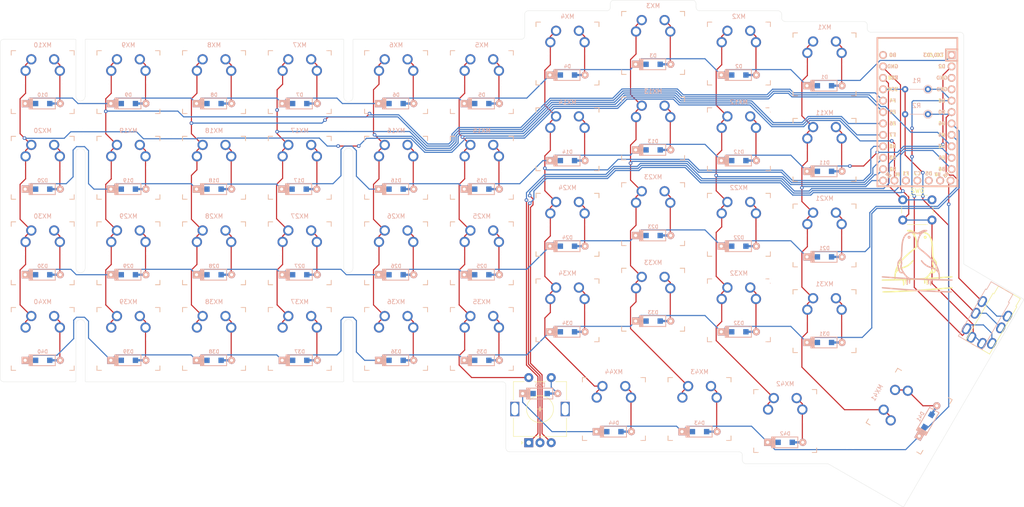
<source format=kicad_pcb>
(kicad_pcb (version 20171130) (host pcbnew "(5.1.9-0-10_14)")
  (layers (0 F.Cu signal) (31 B.Cu signal) (34 B.Paste user) (35 F.Paste user) (36 B.SilkS user) (37 F.SilkS user) (38 B.Mask user) (39 F.Mask user) (44 Edge.Cuts user))
  (net 0 "")
  (net 1 "Net-(D1-Pad2)")
  (net 2 ROW0)
  (net 3 "Net-(D2-Pad2)")
  (net 4 "Net-(D3-Pad2)")
  (net 5 "Net-(D4-Pad2)")
  (net 6 "Net-(D5-Pad2)")
  (net 7 "Net-(D6-Pad2)")
  (net 8 "Net-(D7-Pad2)")
  (net 9 "Net-(D8-Pad2)")
  (net 10 "Net-(D9-Pad2)")
  (net 11 "Net-(D10-Pad2)")
  (net 12 "Net-(D11-Pad2)")
  (net 13 ROW1)
  (net 14 "Net-(D12-Pad2)")
  (net 15 "Net-(D13-Pad2)")
  (net 16 "Net-(D14-Pad2)")
  (net 17 "Net-(D15-Pad2)")
  (net 18 "Net-(D16-Pad2)")
  (net 19 "Net-(D17-Pad2)")
  (net 20 "Net-(D18-Pad2)")
  (net 21 "Net-(D19-Pad2)")
  (net 22 "Net-(D20-Pad2)")
  (net 23 "Net-(D21-Pad2)")
  (net 24 ROW2)
  (net 25 "Net-(D22-Pad2)")
  (net 26 "Net-(D23-Pad2)")
  (net 27 "Net-(D24-Pad2)")
  (net 28 "Net-(D25-Pad2)")
  (net 29 "Net-(D26-Pad2)")
  (net 30 "Net-(D27-Pad2)")
  (net 31 "Net-(D28-Pad2)")
  (net 32 "Net-(D29-Pad2)")
  (net 33 "Net-(D30-Pad2)")
  (net 34 "Net-(D31-Pad2)")
  (net 35 ROW3)
  (net 36 "Net-(D32-Pad2)")
  (net 37 "Net-(D33-Pad2)")
  (net 38 "Net-(D34-Pad2)")
  (net 39 "Net-(D35-Pad2)")
  (net 40 "Net-(D36-Pad2)")
  (net 41 "Net-(D37-Pad2)")
  (net 42 "Net-(D38-Pad2)")
  (net 43 "Net-(D39-Pad2)")
  (net 44 "Net-(D40-Pad2)")
  (net 45 ROW4)
  (net 46 "Net-(D42-Pad2)")
  (net 47 "Net-(D43-Pad2)")
  (net 48 "Net-(D44-Pad2)")
  (net 49 COL0)
  (net 50 COL1)
  (net 51 COL2)
  (net 52 COL3)
  (net 53 COL4)
  (net 54 COL5)
  (net 55 COL6)
  (net 56 COL7)
  (net 57 COL8)
  (net 58 COL9)
  (net 59 VCC)
  (net 60 SDA)
  (net 61 SCL)
  (net 62 GND)
  (net 63 "Net-(SW0-Pad1)")
  (net 64 LEFT)
  (net 65 RIGHT)
  (net 66 "Net-(D41-Pad2)")
  (net 67 ENC1-IN)
  (module footprints:TRRS_JACK_MJ4PP9 (layer F.Cu) (at 250.43775 93.0275 330)
    (fp_text reference J1 hide)
    (fp_text value TRRS_Jack hide)
    (pad 3 thru_hole oval (at 7.25 -6.3 330) (size 1.8 2.5) (drill oval 1 1.8) (layers *.Cu *.Mask) (net 59 VCC))
    (pad 2 thru_hole oval (at 7.25 -9.3 330) (size 1.8 2.5) (drill oval 1 1.8) (layers *.Cu *.Mask) (net 61 SCL))
    (pad 1 thru_hole oval (at 7.25 -2.3 330) (size 1.8 2.5) (drill oval 1 1.8) (layers *.Cu *.Mask) (net 60 SDA))
    (pad 4 thru_hole oval (at 2.65 -1.2 330) (size 1.8 2.5) (drill oval 1 1.8) (layers *.Cu *.Mask) (net 62 GND))
    (pad "" np_thru_hole circle (at 4.95 -3.5 330) (size 1.3 1.3) (drill 1.3) (layers *.Cu *.Mask))
    (pad "" np_thru_hole circle (at 4.95 -10.5 330) (size 1.3 1.3) (drill 1.3) (layers *.Cu *.Mask))
    (pad "" np_thru_hole circle (at 3.05 -10.5 330) (size 1.3 1.3) (drill 1.3) (layers *.Cu *.Mask))
    (pad "" np_thru_hole circle (at 3.05 -3.5 330) (size 1.3 1.3) (drill 1.3) (layers *.Cu *.Mask))
    (pad 5 thru_hole oval (at 5.35 -1.2 330) (size 1.8 2.5) (drill oval 1 1.8) (layers *.Cu *.Mask) (net 62 GND))
    (pad 1 thru_hole oval (at 0.75 -2.3 330) (size 1.8 2.5) (drill oval 1 1.8) (layers *.Cu *.Mask) (net 60 SDA))
    (pad 2 thru_hole oval (at 0.75 -9.3 330) (size 1.8 2.5) (drill oval 1 1.8) (layers *.Cu *.Mask) (net 61 SCL))
    (pad 3 thru_hole oval (at 0.75 -6.3 330) (size 1.8 2.5) (drill oval 1 1.8) (layers *.Cu *.Mask) (net 59 VCC))
  )
  (module MountingHole:MountingHole_2.1mm (layer F.Cu) (at 114.80175 84.10575)
    (fp_text reference FID15 hide)
    (fp_text value "Break Hole" hide)
    (pad "" np_thru_hole circle (at 0 0) (size 2.1 2.1) (drill 2.1) (layers *.Cu *.Mask))
  )
  (module MountingHole:MountingHole_2.1mm (layer F.Cu) (at 55.23875 42.7355)
    (fp_text reference FID14 hide)
    (fp_text value "Break Hole" hide)
    (pad "" np_thru_hole circle (at 0 0) (size 2.1 2.1) (drill 2.1) (layers *.Cu *.Mask))
  )
  (module MountingHole:MountingHole_2.1mm (layer F.Cu) (at 55.23875 49.2125)
    (fp_text reference FID13 hide)
    (fp_text value "Break Hole" hide)
    (pad "" np_thru_hole circle (at 0 0) (size 2.1 2.1) (drill 2.1) (layers *.Cu *.Mask))
  )
  (module MountingHole:MountingHole_2.1mm (layer F.Cu) (at 55.23875 46.00575)
    (fp_text reference FID12 hide)
    (fp_text value "Break Hole" hide)
    (pad "" np_thru_hole circle (at 0 0) (size 2.1 2.1) (drill 2.1) (layers *.Cu *.Mask))
  )
  (module MountingHole:MountingHole_2.1mm (layer F.Cu) (at 55.23875 80.9625)
    (fp_text reference FID11 hide)
    (fp_text value "Break Hole" hide)
    (pad "" np_thru_hole circle (at 0 0) (size 2.1 2.1) (drill 2.1) (layers *.Cu *.Mask))
  )
  (module MountingHole:MountingHole_2.1mm (layer F.Cu) (at 55.23875 87.3125)
    (fp_text reference FID10 hide)
    (fp_text value "Break Hole" hide)
    (pad "" np_thru_hole circle (at 0 0) (size 2.1 2.1) (drill 2.1) (layers *.Cu *.Mask))
  )
  (module MountingHole:MountingHole_2.1mm (layer F.Cu) (at 114.80175 87.3125)
    (fp_text reference FID9 hide)
    (fp_text value "Break Hole" hide)
    (pad "" np_thru_hole circle (at 0 0) (size 2.1 2.1) (drill 2.1) (layers *.Cu *.Mask))
  )
  (module MountingHole:MountingHole_2.1mm (layer F.Cu) (at 55.23875 84.10575)
    (fp_text reference FID8 hide)
    (fp_text value "Break Hole" hide)
    (pad "" np_thru_hole circle (at 0 0) (size 2.1 2.1) (drill 2.1) (layers *.Cu *.Mask))
  )
  (module MountingHole:MountingHole_2.1mm (layer F.Cu) (at 114.80175 80.9625)
    (fp_text reference FID7 hide)
    (fp_text value "Break Hole" hide)
    (pad "" np_thru_hole circle (at 0 0) (size 2.1 2.1) (drill 2.1) (layers *.Cu *.Mask))
  )
  (module MountingHole:MountingHole_2.1mm (layer F.Cu) (at 114.80175 49.2125)
    (fp_text reference FID6 hide)
    (fp_text value "Break Hole" hide)
    (pad "" np_thru_hole circle (at 0 0) (size 2.1 2.1) (drill 2.1) (layers *.Cu *.Mask))
  )
  (module MountingHole:MountingHole_2.1mm (layer F.Cu) (at 114.80175 46.00575)
    (fp_text reference FID5 hide)
    (fp_text value "Break Hole" hide)
    (pad "" np_thru_hole circle (at 0 0) (size 2.1 2.1) (drill 2.1) (layers *.Cu *.Mask))
  )
  (module MountingHole:MountingHole_2.1mm (layer F.Cu) (at 114.80175 42.8625)
    (fp_text reference FID4 hide)
    (fp_text value "Break Hole" hide)
    (pad "" np_thru_hole circle (at 0 0) (size 2.1 2.1) (drill 2.1) (layers *.Cu *.Mask))
  )
  (module footprints:SW_MX_reversible (layer F.Cu) (at 65.88125 93.6625)
    (fp_text reference MX39)
    (fp_text value MX-NoLED)
    (fp_text user %R (at 0 -8.255) (layer B.SilkS) (effects (justify mirror)))
    (pad "" np_thru_hole circle (at -5.08 0) (size 1.7018 1.7018) (drill 1.7018) (layers *.Cu *.Mask))
    (pad "" np_thru_hole circle (at 5.08 0) (size 1.7018 1.7018) (drill 1.7018) (layers *.Cu *.Mask))
    (pad 1 thru_hole circle (at -3.81 -2.54) (size 2.286 2.286) (drill 1.4986) (layers *.Cu *.Mask) (net 57 COL8))
    (pad "" np_thru_hole circle (at 0 0) (size 3.9878 3.9878) (drill 3.9878) (layers *.Cu *.Mask))
    (pad 2 thru_hole circle (at 2.54 -5.08) (size 2.286 2.286) (drill 1.4986) (layers *.Cu *.Mask) (net 43 "Net-(D39-Pad2)"))
    (pad 1 thru_hole circle (at -2.54 -5.08) (size 2.286 2.286) (drill 1.4986) (layers *.Cu *.Mask) (net 57 COL8))
    (pad 2 thru_hole circle (at 3.81 -2.54) (size 2.286 2.286) (drill 1.4986) (layers *.Cu *.Mask) (net 43 "Net-(D39-Pad2)"))
  )
  (module footprints:SW_MX_reversible (layer F.Cu) (at 125.4125 93.6625)
    (fp_text reference MX36)
    (fp_text value MX-NoLED)
    (fp_text user %R (at 0 -8.255) (layer B.SilkS) (effects (justify mirror)))
    (pad "" np_thru_hole circle (at -5.08 0) (size 1.7018 1.7018) (drill 1.7018) (layers *.Cu *.Mask))
    (pad "" np_thru_hole circle (at 5.08 0) (size 1.7018 1.7018) (drill 1.7018) (layers *.Cu *.Mask))
    (pad 1 thru_hole circle (at -3.81 -2.54) (size 2.286 2.286) (drill 1.4986) (layers *.Cu *.Mask) (net 54 COL5))
    (pad "" np_thru_hole circle (at 0 0) (size 3.9878 3.9878) (drill 3.9878) (layers *.Cu *.Mask))
    (pad 2 thru_hole circle (at 2.54 -5.08) (size 2.286 2.286) (drill 1.4986) (layers *.Cu *.Mask) (net 40 "Net-(D36-Pad2)"))
    (pad 1 thru_hole circle (at -2.54 -5.08) (size 2.286 2.286) (drill 1.4986) (layers *.Cu *.Mask) (net 54 COL5))
    (pad 2 thru_hole circle (at 3.81 -2.54) (size 2.286 2.286) (drill 1.4986) (layers *.Cu *.Mask) (net 40 "Net-(D36-Pad2)"))
  )
  (module footprints:wren_logo (layer F.Cu) (at 241.262 76.35875)
    (fp_text reference FID3 hide)
    (fp_text value "Rear Silkscreen" hide)
  )
  (module footprints:wren_logo (layer B.Cu) (at 241.262 76.35875 180)
    (fp_text reference FID2 hide)
    (fp_text value "Front Silkscreen" hide)
  )
  (module footprints:Stabilizer_MX_2u (layer F.Cu) (at 239.484 109.75975 240)
    (fp_text reference FID1 hide)
    (fp_text value "Stabalizer Drill Holes" hide)
    (pad "" np_thru_hole circle (at -11.9 -6.985 240) (size 3.048 3.048) (drill 3.048) (layers *.Cu *.Mask))
    (pad "" np_thru_hole circle (at 11.9 -6.985 240) (size 3.048 3.048) (drill 3.048) (layers *.Cu *.Mask))
    (pad "" np_thru_hole circle (at -11.9 8.255 240) (size 3.9878 3.9878) (drill 3.9878) (layers *.Cu *.Mask))
    (pad "" np_thru_hole circle (at 11.9 8.255 240) (size 3.9878 3.9878) (drill 3.9878) (layers *.Cu *.Mask))
  )
  (module footprints:SW_MX_reversible (layer F.Cu) (at 220.6625 70.64375)
    (fp_text reference MX21)
    (fp_text value MX-NoLED)
    (fp_text user %R (at 0 -8.255) (layer B.SilkS) (effects (justify mirror)))
    (pad "" np_thru_hole circle (at -5.08 0) (size 1.7018 1.7018) (drill 1.7018) (layers *.Cu *.Mask))
    (pad "" np_thru_hole circle (at 5.08 0) (size 1.7018 1.7018) (drill 1.7018) (layers *.Cu *.Mask))
    (pad 1 thru_hole circle (at -3.81 -2.54) (size 2.286 2.286) (drill 1.4986) (layers *.Cu *.Mask) (net 49 COL0))
    (pad "" np_thru_hole circle (at 0 0) (size 3.9878 3.9878) (drill 3.9878) (layers *.Cu *.Mask))
    (pad 2 thru_hole circle (at 2.54 -5.08) (size 2.286 2.286) (drill 1.4986) (layers *.Cu *.Mask) (net 23 "Net-(D21-Pad2)"))
    (pad 1 thru_hole circle (at -2.54 -5.08) (size 2.286 2.286) (drill 1.4986) (layers *.Cu *.Mask) (net 49 COL0))
    (pad 2 thru_hole circle (at 3.81 -2.54) (size 2.286 2.286) (drill 1.4986) (layers *.Cu *.Mask) (net 23 "Net-(D21-Pad2)"))
  )
  (module footprints:SW_MX_reversible (layer F.Cu) (at 239.484 109.75975 60)
    (fp_text reference MX41)
    (fp_text value MX-NoLED)
    (fp_text user %R (at 0 -8.255 60) (layer B.SilkS) (effects (justify mirror)))
    (pad "" np_thru_hole circle (at -5.08 0 60) (size 1.7018 1.7018) (drill 1.7018) (layers *.Cu *.Mask))
    (pad "" np_thru_hole circle (at 5.08 0 60) (size 1.7018 1.7018) (drill 1.7018) (layers *.Cu *.Mask))
    (pad 1 thru_hole circle (at -3.81 -2.54 60) (size 2.286 2.286) (drill 1.4986) (layers *.Cu *.Mask) (net 49 COL0))
    (pad "" np_thru_hole circle (at 0 0 60) (size 3.9878 3.9878) (drill 3.9878) (layers *.Cu *.Mask))
    (pad 2 thru_hole circle (at 2.54 -5.08 60) (size 2.286 2.286) (drill 1.4986) (layers *.Cu *.Mask) (net 66 "Net-(D41-Pad2)"))
    (pad 1 thru_hole circle (at -2.54 -5.08 60) (size 2.286 2.286) (drill 1.4986) (layers *.Cu *.Mask) (net 49 COL0))
    (pad 2 thru_hole circle (at 3.81 -2.54 60) (size 2.286 2.286) (drill 1.4986) (layers *.Cu *.Mask) (net 66 "Net-(D41-Pad2)"))
  )
  (module footprints:SW_MX_reversible (layer F.Cu) (at 46.83125 36.5125)
    (fp_text reference MX10)
    (fp_text value MX-NoLED)
    (fp_text user %R (at 0 -8.255) (layer B.SilkS) (effects (justify mirror)))
    (pad "" np_thru_hole circle (at -5.08 0) (size 1.7018 1.7018) (drill 1.7018) (layers *.Cu *.Mask))
    (pad "" np_thru_hole circle (at 5.08 0) (size 1.7018 1.7018) (drill 1.7018) (layers *.Cu *.Mask))
    (pad 1 thru_hole circle (at -3.81 -2.54) (size 2.286 2.286) (drill 1.4986) (layers *.Cu *.Mask) (net 58 COL9))
    (pad "" np_thru_hole circle (at 0 0) (size 3.9878 3.9878) (drill 3.9878) (layers *.Cu *.Mask))
    (pad 2 thru_hole circle (at 2.54 -5.08) (size 2.286 2.286) (drill 1.4986) (layers *.Cu *.Mask) (net 11 "Net-(D10-Pad2)"))
    (pad 1 thru_hole circle (at -2.54 -5.08) (size 2.286 2.286) (drill 1.4986) (layers *.Cu *.Mask) (net 58 COL9))
    (pad 2 thru_hole circle (at 3.81 -2.54) (size 2.286 2.286) (drill 1.4986) (layers *.Cu *.Mask) (net 11 "Net-(D10-Pad2)"))
  )
  (module footprints:SW_MX_reversible (layer F.Cu) (at 144.4625 55.5625)
    (fp_text reference MX15)
    (fp_text value MX-NoLED)
    (fp_text user %R (at 0 -8.255) (layer B.SilkS) (effects (justify mirror)))
    (pad "" np_thru_hole circle (at -5.08 0) (size 1.7018 1.7018) (drill 1.7018) (layers *.Cu *.Mask))
    (pad "" np_thru_hole circle (at 5.08 0) (size 1.7018 1.7018) (drill 1.7018) (layers *.Cu *.Mask))
    (pad 1 thru_hole circle (at -3.81 -2.54) (size 2.286 2.286) (drill 1.4986) (layers *.Cu *.Mask) (net 53 COL4))
    (pad "" np_thru_hole circle (at 0 0) (size 3.9878 3.9878) (drill 3.9878) (layers *.Cu *.Mask))
    (pad 2 thru_hole circle (at 2.54 -5.08) (size 2.286 2.286) (drill 1.4986) (layers *.Cu *.Mask) (net 17 "Net-(D15-Pad2)"))
    (pad 1 thru_hole circle (at -2.54 -5.08) (size 2.286 2.286) (drill 1.4986) (layers *.Cu *.Mask) (net 53 COL4))
    (pad 2 thru_hole circle (at 3.81 -2.54) (size 2.286 2.286) (drill 1.4986) (layers *.Cu *.Mask) (net 17 "Net-(D15-Pad2)"))
  )
  (module footprints:SW_MX_reversible (layer F.Cu) (at 173.825 109.25175)
    (fp_text reference MX44)
    (fp_text value MX-NoLED)
    (fp_text user %R (at 0 -8.255) (layer B.SilkS) (effects (justify mirror)))
    (pad "" np_thru_hole circle (at -5.08 0) (size 1.7018 1.7018) (drill 1.7018) (layers *.Cu *.Mask))
    (pad "" np_thru_hole circle (at 5.08 0) (size 1.7018 1.7018) (drill 1.7018) (layers *.Cu *.Mask))
    (pad 1 thru_hole circle (at -3.81 -2.54) (size 2.286 2.286) (drill 1.4986) (layers *.Cu *.Mask) (net 52 COL3))
    (pad "" np_thru_hole circle (at 0 0) (size 3.9878 3.9878) (drill 3.9878) (layers *.Cu *.Mask))
    (pad 2 thru_hole circle (at 2.54 -5.08) (size 2.286 2.286) (drill 1.4986) (layers *.Cu *.Mask) (net 48 "Net-(D44-Pad2)"))
    (pad 1 thru_hole circle (at -2.54 -5.08) (size 2.286 2.286) (drill 1.4986) (layers *.Cu *.Mask) (net 52 COL3))
    (pad 2 thru_hole circle (at 3.81 -2.54) (size 2.286 2.286) (drill 1.4986) (layers *.Cu *.Mask) (net 48 "Net-(D44-Pad2)"))
  )
  (module footprints:SW_MX_reversible (layer F.Cu) (at 192.875 109.25175)
    (fp_text reference MX43)
    (fp_text value MX-NoLED)
    (fp_text user %R (at 0 -8.255) (layer B.SilkS) (effects (justify mirror)))
    (pad "" np_thru_hole circle (at -5.08 0) (size 1.7018 1.7018) (drill 1.7018) (layers *.Cu *.Mask))
    (pad "" np_thru_hole circle (at 5.08 0) (size 1.7018 1.7018) (drill 1.7018) (layers *.Cu *.Mask))
    (pad 1 thru_hole circle (at -3.81 -2.54) (size 2.286 2.286) (drill 1.4986) (layers *.Cu *.Mask) (net 51 COL2))
    (pad "" np_thru_hole circle (at 0 0) (size 3.9878 3.9878) (drill 3.9878) (layers *.Cu *.Mask))
    (pad 2 thru_hole circle (at 2.54 -5.08) (size 2.286 2.286) (drill 1.4986) (layers *.Cu *.Mask) (net 47 "Net-(D43-Pad2)"))
    (pad 1 thru_hole circle (at -2.54 -5.08) (size 2.286 2.286) (drill 1.4986) (layers *.Cu *.Mask) (net 51 COL2))
    (pad 2 thru_hole circle (at 3.81 -2.54) (size 2.286 2.286) (drill 1.4986) (layers *.Cu *.Mask) (net 47 "Net-(D43-Pad2)"))
  )
  (module footprints:SW_MX_reversible (layer F.Cu) (at 211.925 111.91875)
    (fp_text reference MX42)
    (fp_text value MX-NoLED)
    (fp_text user %R (at 0 -8.255) (layer B.SilkS) (effects (justify mirror)))
    (pad "" np_thru_hole circle (at -5.08 0) (size 1.7018 1.7018) (drill 1.7018) (layers *.Cu *.Mask))
    (pad "" np_thru_hole circle (at 5.08 0) (size 1.7018 1.7018) (drill 1.7018) (layers *.Cu *.Mask))
    (pad 1 thru_hole circle (at -3.81 -2.54) (size 2.286 2.286) (drill 1.4986) (layers *.Cu *.Mask) (net 50 COL1))
    (pad "" np_thru_hole circle (at 0 0) (size 3.9878 3.9878) (drill 3.9878) (layers *.Cu *.Mask))
    (pad 2 thru_hole circle (at 2.54 -5.08) (size 2.286 2.286) (drill 1.4986) (layers *.Cu *.Mask) (net 46 "Net-(D42-Pad2)"))
    (pad 1 thru_hole circle (at -2.54 -5.08) (size 2.286 2.286) (drill 1.4986) (layers *.Cu *.Mask) (net 50 COL1))
    (pad 2 thru_hole circle (at 3.81 -2.54) (size 2.286 2.286) (drill 1.4986) (layers *.Cu *.Mask) (net 46 "Net-(D42-Pad2)"))
  )
  (module footprints:SW_MX_reversible (layer F.Cu) (at 46.83125 93.6625)
    (fp_text reference MX40)
    (fp_text value MX-NoLED)
    (fp_text user %R (at 0 -8.255) (layer B.SilkS) (effects (justify mirror)))
    (pad "" np_thru_hole circle (at -5.08 0) (size 1.7018 1.7018) (drill 1.7018) (layers *.Cu *.Mask))
    (pad "" np_thru_hole circle (at 5.08 0) (size 1.7018 1.7018) (drill 1.7018) (layers *.Cu *.Mask))
    (pad 1 thru_hole circle (at -3.81 -2.54) (size 2.286 2.286) (drill 1.4986) (layers *.Cu *.Mask) (net 58 COL9))
    (pad "" np_thru_hole circle (at 0 0) (size 3.9878 3.9878) (drill 3.9878) (layers *.Cu *.Mask))
    (pad 2 thru_hole circle (at 2.54 -5.08) (size 2.286 2.286) (drill 1.4986) (layers *.Cu *.Mask) (net 44 "Net-(D40-Pad2)"))
    (pad 1 thru_hole circle (at -2.54 -5.08) (size 2.286 2.286) (drill 1.4986) (layers *.Cu *.Mask) (net 58 COL9))
    (pad 2 thru_hole circle (at 3.81 -2.54) (size 2.286 2.286) (drill 1.4986) (layers *.Cu *.Mask) (net 44 "Net-(D40-Pad2)"))
  )
  (module footprints:SW_MX_reversible (layer F.Cu) (at 84.93125 93.6625)
    (fp_text reference MX38)
    (fp_text value MX-NoLED)
    (fp_text user %R (at 0 -8.255) (layer B.SilkS) (effects (justify mirror)))
    (pad "" np_thru_hole circle (at -5.08 0) (size 1.7018 1.7018) (drill 1.7018) (layers *.Cu *.Mask))
    (pad "" np_thru_hole circle (at 5.08 0) (size 1.7018 1.7018) (drill 1.7018) (layers *.Cu *.Mask))
    (pad 1 thru_hole circle (at -3.81 -2.54) (size 2.286 2.286) (drill 1.4986) (layers *.Cu *.Mask) (net 56 COL7))
    (pad "" np_thru_hole circle (at 0 0) (size 3.9878 3.9878) (drill 3.9878) (layers *.Cu *.Mask))
    (pad 2 thru_hole circle (at 2.54 -5.08) (size 2.286 2.286) (drill 1.4986) (layers *.Cu *.Mask) (net 42 "Net-(D38-Pad2)"))
    (pad 1 thru_hole circle (at -2.54 -5.08) (size 2.286 2.286) (drill 1.4986) (layers *.Cu *.Mask) (net 56 COL7))
    (pad 2 thru_hole circle (at 3.81 -2.54) (size 2.286 2.286) (drill 1.4986) (layers *.Cu *.Mask) (net 42 "Net-(D38-Pad2)"))
  )
  (module footprints:SW_MX_reversible (layer F.Cu) (at 103.98125 93.6625)
    (fp_text reference MX37)
    (fp_text value MX-NoLED)
    (fp_text user %R (at 0 -8.255) (layer B.SilkS) (effects (justify mirror)))
    (pad "" np_thru_hole circle (at -5.08 0) (size 1.7018 1.7018) (drill 1.7018) (layers *.Cu *.Mask))
    (pad "" np_thru_hole circle (at 5.08 0) (size 1.7018 1.7018) (drill 1.7018) (layers *.Cu *.Mask))
    (pad 1 thru_hole circle (at -3.81 -2.54) (size 2.286 2.286) (drill 1.4986) (layers *.Cu *.Mask) (net 55 COL6))
    (pad "" np_thru_hole circle (at 0 0) (size 3.9878 3.9878) (drill 3.9878) (layers *.Cu *.Mask))
    (pad 2 thru_hole circle (at 2.54 -5.08) (size 2.286 2.286) (drill 1.4986) (layers *.Cu *.Mask) (net 41 "Net-(D37-Pad2)"))
    (pad 1 thru_hole circle (at -2.54 -5.08) (size 2.286 2.286) (drill 1.4986) (layers *.Cu *.Mask) (net 55 COL6))
    (pad 2 thru_hole circle (at 3.81 -2.54) (size 2.286 2.286) (drill 1.4986) (layers *.Cu *.Mask) (net 41 "Net-(D37-Pad2)"))
  )
  (module footprints:SW_MX_reversible (layer F.Cu) (at 144.4625 93.6625)
    (fp_text reference MX35)
    (fp_text value MX-NoLED)
    (fp_text user %R (at 0 -8.255) (layer B.SilkS) (effects (justify mirror)))
    (pad "" np_thru_hole circle (at -5.08 0) (size 1.7018 1.7018) (drill 1.7018) (layers *.Cu *.Mask))
    (pad "" np_thru_hole circle (at 5.08 0) (size 1.7018 1.7018) (drill 1.7018) (layers *.Cu *.Mask))
    (pad 1 thru_hole circle (at -3.81 -2.54) (size 2.286 2.286) (drill 1.4986) (layers *.Cu *.Mask) (net 53 COL4))
    (pad "" np_thru_hole circle (at 0 0) (size 3.9878 3.9878) (drill 3.9878) (layers *.Cu *.Mask))
    (pad 2 thru_hole circle (at 2.54 -5.08) (size 2.286 2.286) (drill 1.4986) (layers *.Cu *.Mask) (net 39 "Net-(D35-Pad2)"))
    (pad 1 thru_hole circle (at -2.54 -5.08) (size 2.286 2.286) (drill 1.4986) (layers *.Cu *.Mask) (net 53 COL4))
    (pad 2 thru_hole circle (at 3.81 -2.54) (size 2.286 2.286) (drill 1.4986) (layers *.Cu *.Mask) (net 39 "Net-(D35-Pad2)"))
  )
  (module footprints:SW_MX_reversible (layer F.Cu) (at 163.5125 87.3125)
    (fp_text reference MX34)
    (fp_text value MX-NoLED)
    (fp_text user %R (at 0 -8.255) (layer B.SilkS) (effects (justify mirror)))
    (pad "" np_thru_hole circle (at -5.08 0) (size 1.7018 1.7018) (drill 1.7018) (layers *.Cu *.Mask))
    (pad "" np_thru_hole circle (at 5.08 0) (size 1.7018 1.7018) (drill 1.7018) (layers *.Cu *.Mask))
    (pad 1 thru_hole circle (at -3.81 -2.54) (size 2.286 2.286) (drill 1.4986) (layers *.Cu *.Mask) (net 52 COL3))
    (pad "" np_thru_hole circle (at 0 0) (size 3.9878 3.9878) (drill 3.9878) (layers *.Cu *.Mask))
    (pad 2 thru_hole circle (at 2.54 -5.08) (size 2.286 2.286) (drill 1.4986) (layers *.Cu *.Mask) (net 38 "Net-(D34-Pad2)"))
    (pad 1 thru_hole circle (at -2.54 -5.08) (size 2.286 2.286) (drill 1.4986) (layers *.Cu *.Mask) (net 52 COL3))
    (pad 2 thru_hole circle (at 3.81 -2.54) (size 2.286 2.286) (drill 1.4986) (layers *.Cu *.Mask) (net 38 "Net-(D34-Pad2)"))
  )
  (module footprints:SW_MX_reversible (layer F.Cu) (at 182.5625 84.93125)
    (fp_text reference MX33)
    (fp_text value MX-NoLED)
    (fp_text user %R (at 0 -8.255) (layer B.SilkS) (effects (justify mirror)))
    (pad "" np_thru_hole circle (at -5.08 0) (size 1.7018 1.7018) (drill 1.7018) (layers *.Cu *.Mask))
    (pad "" np_thru_hole circle (at 5.08 0) (size 1.7018 1.7018) (drill 1.7018) (layers *.Cu *.Mask))
    (pad 1 thru_hole circle (at -3.81 -2.54) (size 2.286 2.286) (drill 1.4986) (layers *.Cu *.Mask) (net 51 COL2))
    (pad "" np_thru_hole circle (at 0 0) (size 3.9878 3.9878) (drill 3.9878) (layers *.Cu *.Mask))
    (pad 2 thru_hole circle (at 2.54 -5.08) (size 2.286 2.286) (drill 1.4986) (layers *.Cu *.Mask) (net 37 "Net-(D33-Pad2)"))
    (pad 1 thru_hole circle (at -2.54 -5.08) (size 2.286 2.286) (drill 1.4986) (layers *.Cu *.Mask) (net 51 COL2))
    (pad 2 thru_hole circle (at 3.81 -2.54) (size 2.286 2.286) (drill 1.4986) (layers *.Cu *.Mask) (net 37 "Net-(D33-Pad2)"))
  )
  (module footprints:SW_MX_reversible (layer F.Cu) (at 201.6125 87.3125)
    (fp_text reference MX32)
    (fp_text value MX-NoLED)
    (fp_text user %R (at 0 -8.255) (layer B.SilkS) (effects (justify mirror)))
    (pad "" np_thru_hole circle (at -5.08 0) (size 1.7018 1.7018) (drill 1.7018) (layers *.Cu *.Mask))
    (pad "" np_thru_hole circle (at 5.08 0) (size 1.7018 1.7018) (drill 1.7018) (layers *.Cu *.Mask))
    (pad 1 thru_hole circle (at -3.81 -2.54) (size 2.286 2.286) (drill 1.4986) (layers *.Cu *.Mask) (net 50 COL1))
    (pad "" np_thru_hole circle (at 0 0) (size 3.9878 3.9878) (drill 3.9878) (layers *.Cu *.Mask))
    (pad 2 thru_hole circle (at 2.54 -5.08) (size 2.286 2.286) (drill 1.4986) (layers *.Cu *.Mask) (net 36 "Net-(D32-Pad2)"))
    (pad 1 thru_hole circle (at -2.54 -5.08) (size 2.286 2.286) (drill 1.4986) (layers *.Cu *.Mask) (net 50 COL1))
    (pad 2 thru_hole circle (at 3.81 -2.54) (size 2.286 2.286) (drill 1.4986) (layers *.Cu *.Mask) (net 36 "Net-(D32-Pad2)"))
  )
  (module footprints:SW_MX_reversible (layer F.Cu) (at 220.6625 89.69375)
    (fp_text reference MX31)
    (fp_text value MX-NoLED)
    (fp_text user %R (at 0 -8.255) (layer B.SilkS) (effects (justify mirror)))
    (pad "" np_thru_hole circle (at -5.08 0) (size 1.7018 1.7018) (drill 1.7018) (layers *.Cu *.Mask))
    (pad "" np_thru_hole circle (at 5.08 0) (size 1.7018 1.7018) (drill 1.7018) (layers *.Cu *.Mask))
    (pad 1 thru_hole circle (at -3.81 -2.54) (size 2.286 2.286) (drill 1.4986) (layers *.Cu *.Mask) (net 49 COL0))
    (pad "" np_thru_hole circle (at 0 0) (size 3.9878 3.9878) (drill 3.9878) (layers *.Cu *.Mask))
    (pad 2 thru_hole circle (at 2.54 -5.08) (size 2.286 2.286) (drill 1.4986) (layers *.Cu *.Mask) (net 34 "Net-(D31-Pad2)"))
    (pad 1 thru_hole circle (at -2.54 -5.08) (size 2.286 2.286) (drill 1.4986) (layers *.Cu *.Mask) (net 49 COL0))
    (pad 2 thru_hole circle (at 3.81 -2.54) (size 2.286 2.286) (drill 1.4986) (layers *.Cu *.Mask) (net 34 "Net-(D31-Pad2)"))
  )
  (module footprints:SW_MX_reversible (layer F.Cu) (at 46.83125 74.6125)
    (fp_text reference MX30)
    (fp_text value MX-NoLED)
    (fp_text user %R (at 0 -8.255) (layer B.SilkS) (effects (justify mirror)))
    (pad "" np_thru_hole circle (at -5.08 0) (size 1.7018 1.7018) (drill 1.7018) (layers *.Cu *.Mask))
    (pad "" np_thru_hole circle (at 5.08 0) (size 1.7018 1.7018) (drill 1.7018) (layers *.Cu *.Mask))
    (pad 1 thru_hole circle (at -3.81 -2.54) (size 2.286 2.286) (drill 1.4986) (layers *.Cu *.Mask) (net 58 COL9))
    (pad "" np_thru_hole circle (at 0 0) (size 3.9878 3.9878) (drill 3.9878) (layers *.Cu *.Mask))
    (pad 2 thru_hole circle (at 2.54 -5.08) (size 2.286 2.286) (drill 1.4986) (layers *.Cu *.Mask) (net 33 "Net-(D30-Pad2)"))
    (pad 1 thru_hole circle (at -2.54 -5.08) (size 2.286 2.286) (drill 1.4986) (layers *.Cu *.Mask) (net 58 COL9))
    (pad 2 thru_hole circle (at 3.81 -2.54) (size 2.286 2.286) (drill 1.4986) (layers *.Cu *.Mask) (net 33 "Net-(D30-Pad2)"))
  )
  (module footprints:SW_MX_reversible (layer F.Cu) (at 65.88125 74.6125)
    (fp_text reference MX29)
    (fp_text value MX-NoLED)
    (fp_text user %R (at 0 -8.255) (layer B.SilkS) (effects (justify mirror)))
    (pad "" np_thru_hole circle (at -5.08 0) (size 1.7018 1.7018) (drill 1.7018) (layers *.Cu *.Mask))
    (pad "" np_thru_hole circle (at 5.08 0) (size 1.7018 1.7018) (drill 1.7018) (layers *.Cu *.Mask))
    (pad 1 thru_hole circle (at -3.81 -2.54) (size 2.286 2.286) (drill 1.4986) (layers *.Cu *.Mask) (net 57 COL8))
    (pad "" np_thru_hole circle (at 0 0) (size 3.9878 3.9878) (drill 3.9878) (layers *.Cu *.Mask))
    (pad 2 thru_hole circle (at 2.54 -5.08) (size 2.286 2.286) (drill 1.4986) (layers *.Cu *.Mask) (net 32 "Net-(D29-Pad2)"))
    (pad 1 thru_hole circle (at -2.54 -5.08) (size 2.286 2.286) (drill 1.4986) (layers *.Cu *.Mask) (net 57 COL8))
    (pad 2 thru_hole circle (at 3.81 -2.54) (size 2.286 2.286) (drill 1.4986) (layers *.Cu *.Mask) (net 32 "Net-(D29-Pad2)"))
  )
  (module footprints:SW_MX_reversible (layer F.Cu) (at 84.93125 74.6125)
    (fp_text reference MX28)
    (fp_text value MX-NoLED)
    (fp_text user %R (at 0 -8.255) (layer B.SilkS) (effects (justify mirror)))
    (pad "" np_thru_hole circle (at -5.08 0) (size 1.7018 1.7018) (drill 1.7018) (layers *.Cu *.Mask))
    (pad "" np_thru_hole circle (at 5.08 0) (size 1.7018 1.7018) (drill 1.7018) (layers *.Cu *.Mask))
    (pad 1 thru_hole circle (at -3.81 -2.54) (size 2.286 2.286) (drill 1.4986) (layers *.Cu *.Mask) (net 56 COL7))
    (pad "" np_thru_hole circle (at 0 0) (size 3.9878 3.9878) (drill 3.9878) (layers *.Cu *.Mask))
    (pad 2 thru_hole circle (at 2.54 -5.08) (size 2.286 2.286) (drill 1.4986) (layers *.Cu *.Mask) (net 31 "Net-(D28-Pad2)"))
    (pad 1 thru_hole circle (at -2.54 -5.08) (size 2.286 2.286) (drill 1.4986) (layers *.Cu *.Mask) (net 56 COL7))
    (pad 2 thru_hole circle (at 3.81 -2.54) (size 2.286 2.286) (drill 1.4986) (layers *.Cu *.Mask) (net 31 "Net-(D28-Pad2)"))
  )
  (module footprints:SW_MX_reversible (layer F.Cu) (at 103.98125 74.6125)
    (fp_text reference MX27)
    (fp_text value MX-NoLED)
    (fp_text user %R (at 0 -8.255) (layer B.SilkS) (effects (justify mirror)))
    (pad "" np_thru_hole circle (at -5.08 0) (size 1.7018 1.7018) (drill 1.7018) (layers *.Cu *.Mask))
    (pad "" np_thru_hole circle (at 5.08 0) (size 1.7018 1.7018) (drill 1.7018) (layers *.Cu *.Mask))
    (pad 1 thru_hole circle (at -3.81 -2.54) (size 2.286 2.286) (drill 1.4986) (layers *.Cu *.Mask) (net 55 COL6))
    (pad "" np_thru_hole circle (at 0 0) (size 3.9878 3.9878) (drill 3.9878) (layers *.Cu *.Mask))
    (pad 2 thru_hole circle (at 2.54 -5.08) (size 2.286 2.286) (drill 1.4986) (layers *.Cu *.Mask) (net 30 "Net-(D27-Pad2)"))
    (pad 1 thru_hole circle (at -2.54 -5.08) (size 2.286 2.286) (drill 1.4986) (layers *.Cu *.Mask) (net 55 COL6))
    (pad 2 thru_hole circle (at 3.81 -2.54) (size 2.286 2.286) (drill 1.4986) (layers *.Cu *.Mask) (net 30 "Net-(D27-Pad2)"))
  )
  (module footprints:SW_MX_reversible (layer F.Cu) (at 125.4125 74.6125)
    (fp_text reference MX26)
    (fp_text value MX-NoLED)
    (fp_text user %R (at 0 -8.255) (layer B.SilkS) (effects (justify mirror)))
    (pad "" np_thru_hole circle (at -5.08 0) (size 1.7018 1.7018) (drill 1.7018) (layers *.Cu *.Mask))
    (pad "" np_thru_hole circle (at 5.08 0) (size 1.7018 1.7018) (drill 1.7018) (layers *.Cu *.Mask))
    (pad 1 thru_hole circle (at -3.81 -2.54) (size 2.286 2.286) (drill 1.4986) (layers *.Cu *.Mask) (net 54 COL5))
    (pad "" np_thru_hole circle (at 0 0) (size 3.9878 3.9878) (drill 3.9878) (layers *.Cu *.Mask))
    (pad 2 thru_hole circle (at 2.54 -5.08) (size 2.286 2.286) (drill 1.4986) (layers *.Cu *.Mask) (net 29 "Net-(D26-Pad2)"))
    (pad 1 thru_hole circle (at -2.54 -5.08) (size 2.286 2.286) (drill 1.4986) (layers *.Cu *.Mask) (net 54 COL5))
    (pad 2 thru_hole circle (at 3.81 -2.54) (size 2.286 2.286) (drill 1.4986) (layers *.Cu *.Mask) (net 29 "Net-(D26-Pad2)"))
  )
  (module footprints:SW_MX_reversible (layer F.Cu) (at 144.4625 74.6125)
    (fp_text reference MX25)
    (fp_text value MX-NoLED)
    (fp_text user %R (at 0 -8.255) (layer B.SilkS) (effects (justify mirror)))
    (pad "" np_thru_hole circle (at -5.08 0) (size 1.7018 1.7018) (drill 1.7018) (layers *.Cu *.Mask))
    (pad "" np_thru_hole circle (at 5.08 0) (size 1.7018 1.7018) (drill 1.7018) (layers *.Cu *.Mask))
    (pad 1 thru_hole circle (at -3.81 -2.54) (size 2.286 2.286) (drill 1.4986) (layers *.Cu *.Mask) (net 53 COL4))
    (pad "" np_thru_hole circle (at 0 0) (size 3.9878 3.9878) (drill 3.9878) (layers *.Cu *.Mask))
    (pad 2 thru_hole circle (at 2.54 -5.08) (size 2.286 2.286) (drill 1.4986) (layers *.Cu *.Mask) (net 28 "Net-(D25-Pad2)"))
    (pad 1 thru_hole circle (at -2.54 -5.08) (size 2.286 2.286) (drill 1.4986) (layers *.Cu *.Mask) (net 53 COL4))
    (pad 2 thru_hole circle (at 3.81 -2.54) (size 2.286 2.286) (drill 1.4986) (layers *.Cu *.Mask) (net 28 "Net-(D25-Pad2)"))
  )
  (module footprints:SW_MX_reversible (layer F.Cu) (at 163.5125 68.2625)
    (fp_text reference MX24)
    (fp_text value MX-NoLED)
    (fp_text user %R (at 0 -8.255) (layer B.SilkS) (effects (justify mirror)))
    (pad "" np_thru_hole circle (at -5.08 0) (size 1.7018 1.7018) (drill 1.7018) (layers *.Cu *.Mask))
    (pad "" np_thru_hole circle (at 5.08 0) (size 1.7018 1.7018) (drill 1.7018) (layers *.Cu *.Mask))
    (pad 1 thru_hole circle (at -3.81 -2.54) (size 2.286 2.286) (drill 1.4986) (layers *.Cu *.Mask) (net 52 COL3))
    (pad "" np_thru_hole circle (at 0 0) (size 3.9878 3.9878) (drill 3.9878) (layers *.Cu *.Mask))
    (pad 2 thru_hole circle (at 2.54 -5.08) (size 2.286 2.286) (drill 1.4986) (layers *.Cu *.Mask) (net 27 "Net-(D24-Pad2)"))
    (pad 1 thru_hole circle (at -2.54 -5.08) (size 2.286 2.286) (drill 1.4986) (layers *.Cu *.Mask) (net 52 COL3))
    (pad 2 thru_hole circle (at 3.81 -2.54) (size 2.286 2.286) (drill 1.4986) (layers *.Cu *.Mask) (net 27 "Net-(D24-Pad2)"))
  )
  (module footprints:SW_MX_reversible (layer F.Cu) (at 182.5625 65.88125)
    (fp_text reference MX23)
    (fp_text value MX-NoLED)
    (fp_text user %R (at 0 -8.255) (layer B.SilkS) (effects (justify mirror)))
    (pad "" np_thru_hole circle (at -5.08 0) (size 1.7018 1.7018) (drill 1.7018) (layers *.Cu *.Mask))
    (pad "" np_thru_hole circle (at 5.08 0) (size 1.7018 1.7018) (drill 1.7018) (layers *.Cu *.Mask))
    (pad 1 thru_hole circle (at -3.81 -2.54) (size 2.286 2.286) (drill 1.4986) (layers *.Cu *.Mask) (net 51 COL2))
    (pad "" np_thru_hole circle (at 0 0) (size 3.9878 3.9878) (drill 3.9878) (layers *.Cu *.Mask))
    (pad 2 thru_hole circle (at 2.54 -5.08) (size 2.286 2.286) (drill 1.4986) (layers *.Cu *.Mask) (net 26 "Net-(D23-Pad2)"))
    (pad 1 thru_hole circle (at -2.54 -5.08) (size 2.286 2.286) (drill 1.4986) (layers *.Cu *.Mask) (net 51 COL2))
    (pad 2 thru_hole circle (at 3.81 -2.54) (size 2.286 2.286) (drill 1.4986) (layers *.Cu *.Mask) (net 26 "Net-(D23-Pad2)"))
  )
  (module footprints:SW_MX_reversible (layer F.Cu) (at 201.6125 68.2625)
    (fp_text reference MX22)
    (fp_text value MX-NoLED)
    (fp_text user %R (at 0 -8.255) (layer B.SilkS) (effects (justify mirror)))
    (pad "" np_thru_hole circle (at -5.08 0) (size 1.7018 1.7018) (drill 1.7018) (layers *.Cu *.Mask))
    (pad "" np_thru_hole circle (at 5.08 0) (size 1.7018 1.7018) (drill 1.7018) (layers *.Cu *.Mask))
    (pad 1 thru_hole circle (at -3.81 -2.54) (size 2.286 2.286) (drill 1.4986) (layers *.Cu *.Mask) (net 50 COL1))
    (pad "" np_thru_hole circle (at 0 0) (size 3.9878 3.9878) (drill 3.9878) (layers *.Cu *.Mask))
    (pad 2 thru_hole circle (at 2.54 -5.08) (size 2.286 2.286) (drill 1.4986) (layers *.Cu *.Mask) (net 25 "Net-(D22-Pad2)"))
    (pad 1 thru_hole circle (at -2.54 -5.08) (size 2.286 2.286) (drill 1.4986) (layers *.Cu *.Mask) (net 50 COL1))
    (pad 2 thru_hole circle (at 3.81 -2.54) (size 2.286 2.286) (drill 1.4986) (layers *.Cu *.Mask) (net 25 "Net-(D22-Pad2)"))
  )
  (module footprints:SW_MX_reversible (layer F.Cu) (at 46.83125 55.5625)
    (fp_text reference MX20)
    (fp_text value MX-NoLED)
    (fp_text user %R (at 0 -8.255) (layer B.SilkS) (effects (justify mirror)))
    (pad "" np_thru_hole circle (at -5.08 0) (size 1.7018 1.7018) (drill 1.7018) (layers *.Cu *.Mask))
    (pad "" np_thru_hole circle (at 5.08 0) (size 1.7018 1.7018) (drill 1.7018) (layers *.Cu *.Mask))
    (pad 1 thru_hole circle (at -3.81 -2.54) (size 2.286 2.286) (drill 1.4986) (layers *.Cu *.Mask) (net 58 COL9))
    (pad "" np_thru_hole circle (at 0 0) (size 3.9878 3.9878) (drill 3.9878) (layers *.Cu *.Mask))
    (pad 2 thru_hole circle (at 2.54 -5.08) (size 2.286 2.286) (drill 1.4986) (layers *.Cu *.Mask) (net 22 "Net-(D20-Pad2)"))
    (pad 1 thru_hole circle (at -2.54 -5.08) (size 2.286 2.286) (drill 1.4986) (layers *.Cu *.Mask) (net 58 COL9))
    (pad 2 thru_hole circle (at 3.81 -2.54) (size 2.286 2.286) (drill 1.4986) (layers *.Cu *.Mask) (net 22 "Net-(D20-Pad2)"))
  )
  (module footprints:SW_MX_reversible (layer F.Cu) (at 65.88125 55.5625)
    (fp_text reference MX19)
    (fp_text value MX-NoLED)
    (fp_text user %R (at 0 -8.255) (layer B.SilkS) (effects (justify mirror)))
    (pad "" np_thru_hole circle (at -5.08 0) (size 1.7018 1.7018) (drill 1.7018) (layers *.Cu *.Mask))
    (pad "" np_thru_hole circle (at 5.08 0) (size 1.7018 1.7018) (drill 1.7018) (layers *.Cu *.Mask))
    (pad 1 thru_hole circle (at -3.81 -2.54) (size 2.286 2.286) (drill 1.4986) (layers *.Cu *.Mask) (net 57 COL8))
    (pad "" np_thru_hole circle (at 0 0) (size 3.9878 3.9878) (drill 3.9878) (layers *.Cu *.Mask))
    (pad 2 thru_hole circle (at 2.54 -5.08) (size 2.286 2.286) (drill 1.4986) (layers *.Cu *.Mask) (net 21 "Net-(D19-Pad2)"))
    (pad 1 thru_hole circle (at -2.54 -5.08) (size 2.286 2.286) (drill 1.4986) (layers *.Cu *.Mask) (net 57 COL8))
    (pad 2 thru_hole circle (at 3.81 -2.54) (size 2.286 2.286) (drill 1.4986) (layers *.Cu *.Mask) (net 21 "Net-(D19-Pad2)"))
  )
  (module footprints:SW_MX_reversible (layer F.Cu) (at 84.93125 55.5625)
    (fp_text reference MX18)
    (fp_text value MX-NoLED)
    (fp_text user %R (at 0 -8.255) (layer B.SilkS) (effects (justify mirror)))
    (pad "" np_thru_hole circle (at -5.08 0) (size 1.7018 1.7018) (drill 1.7018) (layers *.Cu *.Mask))
    (pad "" np_thru_hole circle (at 5.08 0) (size 1.7018 1.7018) (drill 1.7018) (layers *.Cu *.Mask))
    (pad 1 thru_hole circle (at -3.81 -2.54) (size 2.286 2.286) (drill 1.4986) (layers *.Cu *.Mask) (net 56 COL7))
    (pad "" np_thru_hole circle (at 0 0) (size 3.9878 3.9878) (drill 3.9878) (layers *.Cu *.Mask))
    (pad 2 thru_hole circle (at 2.54 -5.08) (size 2.286 2.286) (drill 1.4986) (layers *.Cu *.Mask) (net 20 "Net-(D18-Pad2)"))
    (pad 1 thru_hole circle (at -2.54 -5.08) (size 2.286 2.286) (drill 1.4986) (layers *.Cu *.Mask) (net 56 COL7))
    (pad 2 thru_hole circle (at 3.81 -2.54) (size 2.286 2.286) (drill 1.4986) (layers *.Cu *.Mask) (net 20 "Net-(D18-Pad2)"))
  )
  (module footprints:SW_MX_reversible (layer F.Cu) (at 103.98125 55.5625)
    (fp_text reference MX17)
    (fp_text value MX-NoLED)
    (fp_text user %R (at 0 -8.255) (layer B.SilkS) (effects (justify mirror)))
    (pad "" np_thru_hole circle (at -5.08 0) (size 1.7018 1.7018) (drill 1.7018) (layers *.Cu *.Mask))
    (pad "" np_thru_hole circle (at 5.08 0) (size 1.7018 1.7018) (drill 1.7018) (layers *.Cu *.Mask))
    (pad 1 thru_hole circle (at -3.81 -2.54) (size 2.286 2.286) (drill 1.4986) (layers *.Cu *.Mask) (net 55 COL6))
    (pad "" np_thru_hole circle (at 0 0) (size 3.9878 3.9878) (drill 3.9878) (layers *.Cu *.Mask))
    (pad 2 thru_hole circle (at 2.54 -5.08) (size 2.286 2.286) (drill 1.4986) (layers *.Cu *.Mask) (net 19 "Net-(D17-Pad2)"))
    (pad 1 thru_hole circle (at -2.54 -5.08) (size 2.286 2.286) (drill 1.4986) (layers *.Cu *.Mask) (net 55 COL6))
    (pad 2 thru_hole circle (at 3.81 -2.54) (size 2.286 2.286) (drill 1.4986) (layers *.Cu *.Mask) (net 19 "Net-(D17-Pad2)"))
  )
  (module footprints:SW_MX_reversible (layer F.Cu) (at 125.4125 55.5625)
    (fp_text reference MX16)
    (fp_text value MX-NoLED)
    (fp_text user %R (at 0 -8.255) (layer B.SilkS) (effects (justify mirror)))
    (pad "" np_thru_hole circle (at -5.08 0) (size 1.7018 1.7018) (drill 1.7018) (layers *.Cu *.Mask))
    (pad "" np_thru_hole circle (at 5.08 0) (size 1.7018 1.7018) (drill 1.7018) (layers *.Cu *.Mask))
    (pad 1 thru_hole circle (at -3.81 -2.54) (size 2.286 2.286) (drill 1.4986) (layers *.Cu *.Mask) (net 54 COL5))
    (pad "" np_thru_hole circle (at 0 0) (size 3.9878 3.9878) (drill 3.9878) (layers *.Cu *.Mask))
    (pad 2 thru_hole circle (at 2.54 -5.08) (size 2.286 2.286) (drill 1.4986) (layers *.Cu *.Mask) (net 18 "Net-(D16-Pad2)"))
    (pad 1 thru_hole circle (at -2.54 -5.08) (size 2.286 2.286) (drill 1.4986) (layers *.Cu *.Mask) (net 54 COL5))
    (pad 2 thru_hole circle (at 3.81 -2.54) (size 2.286 2.286) (drill 1.4986) (layers *.Cu *.Mask) (net 18 "Net-(D16-Pad2)"))
  )
  (module footprints:SW_MX_reversible (layer F.Cu) (at 163.5125 49.2125)
    (fp_text reference MX14)
    (fp_text value MX-NoLED)
    (fp_text user %R (at 0 -8.255) (layer B.SilkS) (effects (justify mirror)))
    (pad "" np_thru_hole circle (at -5.08 0) (size 1.7018 1.7018) (drill 1.7018) (layers *.Cu *.Mask))
    (pad "" np_thru_hole circle (at 5.08 0) (size 1.7018 1.7018) (drill 1.7018) (layers *.Cu *.Mask))
    (pad 1 thru_hole circle (at -3.81 -2.54) (size 2.286 2.286) (drill 1.4986) (layers *.Cu *.Mask) (net 52 COL3))
    (pad "" np_thru_hole circle (at 0 0) (size 3.9878 3.9878) (drill 3.9878) (layers *.Cu *.Mask))
    (pad 2 thru_hole circle (at 2.54 -5.08) (size 2.286 2.286) (drill 1.4986) (layers *.Cu *.Mask) (net 16 "Net-(D14-Pad2)"))
    (pad 1 thru_hole circle (at -2.54 -5.08) (size 2.286 2.286) (drill 1.4986) (layers *.Cu *.Mask) (net 52 COL3))
    (pad 2 thru_hole circle (at 3.81 -2.54) (size 2.286 2.286) (drill 1.4986) (layers *.Cu *.Mask) (net 16 "Net-(D14-Pad2)"))
  )
  (module footprints:SW_MX_reversible (layer F.Cu) (at 182.5625 46.83125)
    (fp_text reference MX13)
    (fp_text value MX-NoLED)
    (fp_text user %R (at 0 -8.255) (layer B.SilkS) (effects (justify mirror)))
    (pad "" np_thru_hole circle (at -5.08 0) (size 1.7018 1.7018) (drill 1.7018) (layers *.Cu *.Mask))
    (pad "" np_thru_hole circle (at 5.08 0) (size 1.7018 1.7018) (drill 1.7018) (layers *.Cu *.Mask))
    (pad 1 thru_hole circle (at -3.81 -2.54) (size 2.286 2.286) (drill 1.4986) (layers *.Cu *.Mask) (net 51 COL2))
    (pad "" np_thru_hole circle (at 0 0) (size 3.9878 3.9878) (drill 3.9878) (layers *.Cu *.Mask))
    (pad 2 thru_hole circle (at 2.54 -5.08) (size 2.286 2.286) (drill 1.4986) (layers *.Cu *.Mask) (net 15 "Net-(D13-Pad2)"))
    (pad 1 thru_hole circle (at -2.54 -5.08) (size 2.286 2.286) (drill 1.4986) (layers *.Cu *.Mask) (net 51 COL2))
    (pad 2 thru_hole circle (at 3.81 -2.54) (size 2.286 2.286) (drill 1.4986) (layers *.Cu *.Mask) (net 15 "Net-(D13-Pad2)"))
  )
  (module footprints:SW_MX_reversible (layer F.Cu) (at 201.6125 49.2125)
    (fp_text reference MX12)
    (fp_text value MX-NoLED)
    (fp_text user %R (at 0 -8.255) (layer B.SilkS) (effects (justify mirror)))
    (pad "" np_thru_hole circle (at -5.08 0) (size 1.7018 1.7018) (drill 1.7018) (layers *.Cu *.Mask))
    (pad "" np_thru_hole circle (at 5.08 0) (size 1.7018 1.7018) (drill 1.7018) (layers *.Cu *.Mask))
    (pad 1 thru_hole circle (at -3.81 -2.54) (size 2.286 2.286) (drill 1.4986) (layers *.Cu *.Mask) (net 50 COL1))
    (pad "" np_thru_hole circle (at 0 0) (size 3.9878 3.9878) (drill 3.9878) (layers *.Cu *.Mask))
    (pad 2 thru_hole circle (at 2.54 -5.08) (size 2.286 2.286) (drill 1.4986) (layers *.Cu *.Mask) (net 14 "Net-(D12-Pad2)"))
    (pad 1 thru_hole circle (at -2.54 -5.08) (size 2.286 2.286) (drill 1.4986) (layers *.Cu *.Mask) (net 50 COL1))
    (pad 2 thru_hole circle (at 3.81 -2.54) (size 2.286 2.286) (drill 1.4986) (layers *.Cu *.Mask) (net 14 "Net-(D12-Pad2)"))
  )
  (module footprints:SW_MX_reversible (layer F.Cu) (at 220.6625 51.59375)
    (fp_text reference MX11)
    (fp_text value MX-NoLED)
    (fp_text user %R (at 0 -8.255) (layer B.SilkS) (effects (justify mirror)))
    (pad "" np_thru_hole circle (at -5.08 0) (size 1.7018 1.7018) (drill 1.7018) (layers *.Cu *.Mask))
    (pad "" np_thru_hole circle (at 5.08 0) (size 1.7018 1.7018) (drill 1.7018) (layers *.Cu *.Mask))
    (pad 1 thru_hole circle (at -3.81 -2.54) (size 2.286 2.286) (drill 1.4986) (layers *.Cu *.Mask) (net 49 COL0))
    (pad "" np_thru_hole circle (at 0 0) (size 3.9878 3.9878) (drill 3.9878) (layers *.Cu *.Mask))
    (pad 2 thru_hole circle (at 2.54 -5.08) (size 2.286 2.286) (drill 1.4986) (layers *.Cu *.Mask) (net 12 "Net-(D11-Pad2)"))
    (pad 1 thru_hole circle (at -2.54 -5.08) (size 2.286 2.286) (drill 1.4986) (layers *.Cu *.Mask) (net 49 COL0))
    (pad 2 thru_hole circle (at 3.81 -2.54) (size 2.286 2.286) (drill 1.4986) (layers *.Cu *.Mask) (net 12 "Net-(D11-Pad2)"))
  )
  (module footprints:SW_MX_reversible (layer F.Cu) (at 65.88125 36.5125)
    (fp_text reference MX9)
    (fp_text value MX-NoLED)
    (fp_text user %R (at 0 -8.255) (layer B.SilkS) (effects (justify mirror)))
    (pad "" np_thru_hole circle (at -5.08 0) (size 1.7018 1.7018) (drill 1.7018) (layers *.Cu *.Mask))
    (pad "" np_thru_hole circle (at 5.08 0) (size 1.7018 1.7018) (drill 1.7018) (layers *.Cu *.Mask))
    (pad 1 thru_hole circle (at -3.81 -2.54) (size 2.286 2.286) (drill 1.4986) (layers *.Cu *.Mask) (net 57 COL8))
    (pad "" np_thru_hole circle (at 0 0) (size 3.9878 3.9878) (drill 3.9878) (layers *.Cu *.Mask))
    (pad 2 thru_hole circle (at 2.54 -5.08) (size 2.286 2.286) (drill 1.4986) (layers *.Cu *.Mask) (net 10 "Net-(D9-Pad2)"))
    (pad 1 thru_hole circle (at -2.54 -5.08) (size 2.286 2.286) (drill 1.4986) (layers *.Cu *.Mask) (net 57 COL8))
    (pad 2 thru_hole circle (at 3.81 -2.54) (size 2.286 2.286) (drill 1.4986) (layers *.Cu *.Mask) (net 10 "Net-(D9-Pad2)"))
  )
  (module footprints:SW_MX_reversible (layer F.Cu) (at 84.93125 36.5125)
    (fp_text reference MX8)
    (fp_text value MX-NoLED)
    (fp_text user %R (at 0 -8.255) (layer B.SilkS) (effects (justify mirror)))
    (pad "" np_thru_hole circle (at -5.08 0) (size 1.7018 1.7018) (drill 1.7018) (layers *.Cu *.Mask))
    (pad "" np_thru_hole circle (at 5.08 0) (size 1.7018 1.7018) (drill 1.7018) (layers *.Cu *.Mask))
    (pad 1 thru_hole circle (at -3.81 -2.54) (size 2.286 2.286) (drill 1.4986) (layers *.Cu *.Mask) (net 56 COL7))
    (pad "" np_thru_hole circle (at 0 0) (size 3.9878 3.9878) (drill 3.9878) (layers *.Cu *.Mask))
    (pad 2 thru_hole circle (at 2.54 -5.08) (size 2.286 2.286) (drill 1.4986) (layers *.Cu *.Mask) (net 9 "Net-(D8-Pad2)"))
    (pad 1 thru_hole circle (at -2.54 -5.08) (size 2.286 2.286) (drill 1.4986) (layers *.Cu *.Mask) (net 56 COL7))
    (pad 2 thru_hole circle (at 3.81 -2.54) (size 2.286 2.286) (drill 1.4986) (layers *.Cu *.Mask) (net 9 "Net-(D8-Pad2)"))
  )
  (module footprints:SW_MX_reversible (layer F.Cu) (at 103.98125 36.5125)
    (fp_text reference MX7)
    (fp_text value MX-NoLED)
    (fp_text user %R (at 0 -8.255) (layer B.SilkS) (effects (justify mirror)))
    (pad "" np_thru_hole circle (at -5.08 0) (size 1.7018 1.7018) (drill 1.7018) (layers *.Cu *.Mask))
    (pad "" np_thru_hole circle (at 5.08 0) (size 1.7018 1.7018) (drill 1.7018) (layers *.Cu *.Mask))
    (pad 1 thru_hole circle (at -3.81 -2.54) (size 2.286 2.286) (drill 1.4986) (layers *.Cu *.Mask) (net 55 COL6))
    (pad "" np_thru_hole circle (at 0 0) (size 3.9878 3.9878) (drill 3.9878) (layers *.Cu *.Mask))
    (pad 2 thru_hole circle (at 2.54 -5.08) (size 2.286 2.286) (drill 1.4986) (layers *.Cu *.Mask) (net 8 "Net-(D7-Pad2)"))
    (pad 1 thru_hole circle (at -2.54 -5.08) (size 2.286 2.286) (drill 1.4986) (layers *.Cu *.Mask) (net 55 COL6))
    (pad 2 thru_hole circle (at 3.81 -2.54) (size 2.286 2.286) (drill 1.4986) (layers *.Cu *.Mask) (net 8 "Net-(D7-Pad2)"))
  )
  (module footprints:SW_MX_reversible (layer F.Cu) (at 125.4125 36.5125)
    (fp_text reference MX6)
    (fp_text value MX-NoLED)
    (fp_text user %R (at 0 -8.255) (layer B.SilkS) (effects (justify mirror)))
    (pad "" np_thru_hole circle (at -5.08 0) (size 1.7018 1.7018) (drill 1.7018) (layers *.Cu *.Mask))
    (pad "" np_thru_hole circle (at 5.08 0) (size 1.7018 1.7018) (drill 1.7018) (layers *.Cu *.Mask))
    (pad 1 thru_hole circle (at -3.81 -2.54) (size 2.286 2.286) (drill 1.4986) (layers *.Cu *.Mask) (net 54 COL5))
    (pad "" np_thru_hole circle (at 0 0) (size 3.9878 3.9878) (drill 3.9878) (layers *.Cu *.Mask))
    (pad 2 thru_hole circle (at 2.54 -5.08) (size 2.286 2.286) (drill 1.4986) (layers *.Cu *.Mask) (net 7 "Net-(D6-Pad2)"))
    (pad 1 thru_hole circle (at -2.54 -5.08) (size 2.286 2.286) (drill 1.4986) (layers *.Cu *.Mask) (net 54 COL5))
    (pad 2 thru_hole circle (at 3.81 -2.54) (size 2.286 2.286) (drill 1.4986) (layers *.Cu *.Mask) (net 7 "Net-(D6-Pad2)"))
  )
  (module footprints:SW_MX_reversible (layer F.Cu) (at 144.4625 36.5125)
    (fp_text reference MX5)
    (fp_text value MX-NoLED)
    (fp_text user %R (at 0 -8.255) (layer B.SilkS) (effects (justify mirror)))
    (pad "" np_thru_hole circle (at -5.08 0) (size 1.7018 1.7018) (drill 1.7018) (layers *.Cu *.Mask))
    (pad "" np_thru_hole circle (at 5.08 0) (size 1.7018 1.7018) (drill 1.7018) (layers *.Cu *.Mask))
    (pad 1 thru_hole circle (at -3.81 -2.54) (size 2.286 2.286) (drill 1.4986) (layers *.Cu *.Mask) (net 53 COL4))
    (pad "" np_thru_hole circle (at 0 0) (size 3.9878 3.9878) (drill 3.9878) (layers *.Cu *.Mask))
    (pad 2 thru_hole circle (at 2.54 -5.08) (size 2.286 2.286) (drill 1.4986) (layers *.Cu *.Mask) (net 6 "Net-(D5-Pad2)"))
    (pad 1 thru_hole circle (at -2.54 -5.08) (size 2.286 2.286) (drill 1.4986) (layers *.Cu *.Mask) (net 53 COL4))
    (pad 2 thru_hole circle (at 3.81 -2.54) (size 2.286 2.286) (drill 1.4986) (layers *.Cu *.Mask) (net 6 "Net-(D5-Pad2)"))
  )
  (module footprints:SW_MX_reversible (layer F.Cu) (at 163.5125 30.1625)
    (fp_text reference MX4)
    (fp_text value MX-NoLED)
    (fp_text user %R (at 0 -8.255) (layer B.SilkS) (effects (justify mirror)))
    (pad "" np_thru_hole circle (at -5.08 0) (size 1.7018 1.7018) (drill 1.7018) (layers *.Cu *.Mask))
    (pad "" np_thru_hole circle (at 5.08 0) (size 1.7018 1.7018) (drill 1.7018) (layers *.Cu *.Mask))
    (pad 1 thru_hole circle (at -3.81 -2.54) (size 2.286 2.286) (drill 1.4986) (layers *.Cu *.Mask) (net 52 COL3))
    (pad "" np_thru_hole circle (at 0 0) (size 3.9878 3.9878) (drill 3.9878) (layers *.Cu *.Mask))
    (pad 2 thru_hole circle (at 2.54 -5.08) (size 2.286 2.286) (drill 1.4986) (layers *.Cu *.Mask) (net 5 "Net-(D4-Pad2)"))
    (pad 1 thru_hole circle (at -2.54 -5.08) (size 2.286 2.286) (drill 1.4986) (layers *.Cu *.Mask) (net 52 COL3))
    (pad 2 thru_hole circle (at 3.81 -2.54) (size 2.286 2.286) (drill 1.4986) (layers *.Cu *.Mask) (net 5 "Net-(D4-Pad2)"))
  )
  (module footprints:SW_MX_reversible (layer F.Cu) (at 182.5625 27.78125)
    (fp_text reference MX3)
    (fp_text value MX-NoLED)
    (fp_text user %R (at 0 -8.255) (layer B.SilkS) (effects (justify mirror)))
    (pad "" np_thru_hole circle (at -5.08 0) (size 1.7018 1.7018) (drill 1.7018) (layers *.Cu *.Mask))
    (pad "" np_thru_hole circle (at 5.08 0) (size 1.7018 1.7018) (drill 1.7018) (layers *.Cu *.Mask))
    (pad 1 thru_hole circle (at -3.81 -2.54) (size 2.286 2.286) (drill 1.4986) (layers *.Cu *.Mask) (net 51 COL2))
    (pad "" np_thru_hole circle (at 0 0) (size 3.9878 3.9878) (drill 3.9878) (layers *.Cu *.Mask))
    (pad 2 thru_hole circle (at 2.54 -5.08) (size 2.286 2.286) (drill 1.4986) (layers *.Cu *.Mask) (net 4 "Net-(D3-Pad2)"))
    (pad 1 thru_hole circle (at -2.54 -5.08) (size 2.286 2.286) (drill 1.4986) (layers *.Cu *.Mask) (net 51 COL2))
    (pad 2 thru_hole circle (at 3.81 -2.54) (size 2.286 2.286) (drill 1.4986) (layers *.Cu *.Mask) (net 4 "Net-(D3-Pad2)"))
  )
  (module footprints:SW_MX_reversible (layer F.Cu) (at 201.6125 30.1625)
    (fp_text reference MX2)
    (fp_text value MX-NoLED)
    (fp_text user %R (at 0 -8.255) (layer B.SilkS) (effects (justify mirror)))
    (pad "" np_thru_hole circle (at -5.08 0) (size 1.7018 1.7018) (drill 1.7018) (layers *.Cu *.Mask))
    (pad "" np_thru_hole circle (at 5.08 0) (size 1.7018 1.7018) (drill 1.7018) (layers *.Cu *.Mask))
    (pad 1 thru_hole circle (at -3.81 -2.54) (size 2.286 2.286) (drill 1.4986) (layers *.Cu *.Mask) (net 50 COL1))
    (pad "" np_thru_hole circle (at 0 0) (size 3.9878 3.9878) (drill 3.9878) (layers *.Cu *.Mask))
    (pad 2 thru_hole circle (at 2.54 -5.08) (size 2.286 2.286) (drill 1.4986) (layers *.Cu *.Mask) (net 3 "Net-(D2-Pad2)"))
    (pad 1 thru_hole circle (at -2.54 -5.08) (size 2.286 2.286) (drill 1.4986) (layers *.Cu *.Mask) (net 50 COL1))
    (pad 2 thru_hole circle (at 3.81 -2.54) (size 2.286 2.286) (drill 1.4986) (layers *.Cu *.Mask) (net 3 "Net-(D2-Pad2)"))
  )
  (module footprints:SW_MX_reversible (layer F.Cu) (at 220.6625 32.54375)
    (fp_text reference MX1)
    (fp_text value MX-NoLED)
    (fp_text user %R (at 0 -8.255) (layer B.SilkS) (effects (justify mirror)))
    (pad "" np_thru_hole circle (at -5.08 0) (size 1.7018 1.7018) (drill 1.7018) (layers *.Cu *.Mask))
    (pad "" np_thru_hole circle (at 5.08 0) (size 1.7018 1.7018) (drill 1.7018) (layers *.Cu *.Mask))
    (pad 1 thru_hole circle (at -3.81 -2.54) (size 2.286 2.286) (drill 1.4986) (layers *.Cu *.Mask) (net 49 COL0))
    (pad "" np_thru_hole circle (at 0 0) (size 3.9878 3.9878) (drill 3.9878) (layers *.Cu *.Mask))
    (pad 2 thru_hole circle (at 2.54 -5.08) (size 2.286 2.286) (drill 1.4986) (layers *.Cu *.Mask) (net 1 "Net-(D1-Pad2)"))
    (pad 1 thru_hole circle (at -2.54 -5.08) (size 2.286 2.286) (drill 1.4986) (layers *.Cu *.Mask) (net 49 COL0))
    (pad 2 thru_hole circle (at 3.81 -2.54) (size 2.286 2.286) (drill 1.4986) (layers *.Cu *.Mask) (net 1 "Net-(D1-Pad2)"))
  )
  (module footprints:Elite-C (layer B.Cu) (at 241.3 44.45 270)
    (fp_text reference U1 hide)
    (fp_text value Elite-C hide)
    (fp_text user D5 (at 12.4 -2.54 180) (layer F.SilkS) (effects (font (size 0.8 0.8))))
    (fp_text user D5 (at 12.4 -2.54 180) (layer B.SilkS) (effects (font (size 0.8 0.8)) (justify mirror)))
    (fp_text user F1 (at 12.4 2.54 180) (layer B.SilkS) (effects (font (size 0.8 0.8)) (justify mirror)))
    (fp_text user F1 (at 12.4 2.54 180) (layer F.SilkS) (effects (font (size 0.8 0.8))))
    (fp_text user C7 (at 12.4 0 180) (layer F.SilkS) (effects (font (size 0.8 0.8))))
    (fp_text user C7 (at 12.4 0 180) (layer B.SilkS) (effects (font (size 0.8 0.8)) (justify mirror)))
    (fp_text user B6 (at 12.7 6.4 135 unlocked) (layer F.SilkS) (effects (font (size 0.7 0.7))))
    (fp_text user B6 (at 12.7 6.4 135 unlocked) (layer B.SilkS) (effects (font (size 0.7 0.7)) (justify mirror)))
    (fp_text user F0 (at 12.6 4.5 180) (layer B.SilkS) (effects (font (size 0.7 0.7)) (justify mirror)))
    (fp_text user F0 (at 12.6 4.5 180) (layer F.SilkS) (effects (font (size 0.7 0.7))))
    (fp_text user B7 (at 12.6 -4.5 180) (layer F.SilkS) (effects (font (size 0.7 0.7))))
    (fp_text user B7 (at 12.6 -4.5 180) (layer B.SilkS) (effects (font (size 0.7 0.7)) (justify mirror)))
    (fp_text user ST (at -8.91 5.04 180) (layer F.SilkS) (effects (font (size 0.8 0.8))))
    (fp_text user TX0/D3 (at -13.97 -3.571872 180) (layer B.SilkS) (effects (font (size 0.8 0.8)) (justify mirror)))
    (fp_text user TX0/D3 (at -13.97 -3.571872 180) (layer F.SilkS) (effects (font (size 0.8 0.8))))
    (fp_text user D2 (at -11.43 -5.461 180) (layer B.SilkS) (effects (font (size 0.8 0.8)) (justify mirror)))
    (fp_text user D0 (at -1.27 -5.461 180) (layer B.SilkS) (effects (font (size 0.8 0.8)) (justify mirror)))
    (fp_text user D1 (at -3.81 -5.461 180) (layer B.SilkS) (effects (font (size 0.8 0.8)) (justify mirror)))
    (fp_text user GND (at -6.35 -5.461 180) (layer B.SilkS) (effects (font (size 0.8 0.8)) (justify mirror)))
    (fp_text user GND (at -8.89 -5.461 180) (layer B.SilkS) (effects (font (size 0.8 0.8)) (justify mirror)))
    (fp_text user D4 (at 1.27 -5.461 180) (layer B.SilkS) (effects (font (size 0.8 0.8)) (justify mirror)))
    (fp_text user C6 (at 3.81 -5.461 180) (layer B.SilkS) (effects (font (size 0.8 0.8)) (justify mirror)))
    (fp_text user D7 (at 6.35 -5.461 180) (layer B.SilkS) (effects (font (size 0.8 0.8)) (justify mirror)))
    (fp_text user E6 (at 8.89 -5.461 180) (layer B.SilkS) (effects (font (size 0.8 0.8)) (justify mirror)))
    (fp_text user B4 (at 11.43 -5.461 180) (layer B.SilkS) (effects (font (size 0.8 0.8)) (justify mirror)))
    (fp_text user B5 (at 12.7 -6.4 225) (layer B.SilkS) (effects (font (size 0.7 0.7)) (justify mirror)))
    (fp_text user B2 (at 11.43 5.461 180) (layer F.SilkS) (effects (font (size 0.8 0.8))))
    (fp_text user B3 (at 8.89 5.461 180) (layer B.SilkS) (effects (font (size 0.8 0.8)) (justify mirror)))
    (fp_text user B1 (at 6.35 5.461 180) (layer B.SilkS) (effects (font (size 0.8 0.8)) (justify mirror)))
    (fp_text user F7 (at 3.81 5.461 180) (layer F.SilkS) (effects (font (size 0.8 0.8))))
    (fp_text user F6 (at 1.27 5.461 180) (layer F.SilkS) (effects (font (size 0.8 0.8))))
    (fp_text user F5 (at -1.27 5.461 180) (layer F.SilkS) (effects (font (size 0.8 0.8))))
    (fp_text user F4 (at -3.81 5.461 180) (layer B.SilkS) (effects (font (size 0.8 0.8)) (justify mirror)))
    (fp_text user VCC (at -6.35 5.461 180) (layer B.SilkS) (effects (font (size 0.8 0.8)) (justify mirror)))
    (fp_text user ST (at -8.92 5.73312 180) (layer B.SilkS) (effects (font (size 0.8 0.8)) (justify mirror)))
    (fp_text user GND (at -11.43 5.461 180) (layer B.SilkS) (effects (font (size 0.8 0.8)) (justify mirror)))
    (fp_text user B0 (at -13.97 5.461 180) (layer B.SilkS) (effects (font (size 0.8 0.8)) (justify mirror)))
    (fp_text user B0 (at -13.97 5.461 180) (layer F.SilkS) (effects (font (size 0.8 0.8))))
    (fp_text user GND (at -11.43 5.461 180) (layer F.SilkS) (effects (font (size 0.8 0.8))))
    (fp_text user VCC (at -6.35 5.461 180) (layer F.SilkS) (effects (font (size 0.8 0.8))))
    (fp_text user F4 (at -3.81 5.461 180) (layer F.SilkS) (effects (font (size 0.8 0.8))))
    (fp_text user F5 (at -1.27 5.461 180) (layer B.SilkS) (effects (font (size 0.8 0.8)) (justify mirror)))
    (fp_text user F6 (at 1.27 5.461 180) (layer B.SilkS) (effects (font (size 0.8 0.8)) (justify mirror)))
    (fp_text user F7 (at 3.81 5.461 180) (layer B.SilkS) (effects (font (size 0.8 0.8)) (justify mirror)))
    (fp_text user B1 (at 6.35 5.461 180) (layer F.SilkS) (effects (font (size 0.8 0.8))))
    (fp_text user B3 (at 8.89 5.461 180) (layer F.SilkS) (effects (font (size 0.8 0.8))))
    (fp_text user B2 (at 11.43 5.461 180) (layer B.SilkS) (effects (font (size 0.8 0.8)) (justify mirror)))
    (fp_text user B5 (at 12.7 -6.4 225) (layer F.SilkS) (effects (font (size 0.7 0.7))))
    (fp_text user B4 (at 11.43 -5.461 180) (layer F.SilkS) (effects (font (size 0.8 0.8))))
    (fp_text user E6 (at 8.89 -5.461 180) (layer F.SilkS) (effects (font (size 0.8 0.8))))
    (fp_text user D7 (at 6.35 -5.461 180) (layer F.SilkS) (effects (font (size 0.8 0.8))))
    (fp_text user C6 (at 3.81 -5.461 180) (layer F.SilkS) (effects (font (size 0.8 0.8))))
    (fp_text user D4 (at 1.27 -5.461 180) (layer F.SilkS) (effects (font (size 0.8 0.8))))
    (fp_text user GND (at -8.89 -5.461 180) (layer F.SilkS) (effects (font (size 0.8 0.8))))
    (fp_text user GND (at -6.35 -5.461 180) (layer F.SilkS) (effects (font (size 0.8 0.8))))
    (fp_text user D1 (at -3.81 -5.461 180) (layer F.SilkS) (effects (font (size 0.8 0.8))))
    (fp_text user D0 (at -1.27 -5.461 180) (layer F.SilkS) (effects (font (size 0.8 0.8))))
    (fp_text user D2 (at -11.43 -5.461 180) (layer F.SilkS) (effects (font (size 0.8 0.8))))
    (pad 25 thru_hole circle (at 13.97 -5.08 270) (size 1.7526 1.7526) (drill 1.0922) (layers *.Cu *.SilkS *.Mask))
    (pad 26 thru_hole circle (at 13.97 -2.54 270) (size 1.7526 1.7526) (drill 1.0922) (layers *.Cu *.SilkS *.Mask))
    (pad 27 thru_hole circle (at 13.97 0 270) (size 1.7526 1.7526) (drill 1.0922) (layers *.Cu *.SilkS *.Mask))
    (pad 28 thru_hole circle (at 13.97 2.54 270) (size 1.7526 1.7526) (drill 1.0922) (layers *.Cu *.SilkS *.Mask))
    (pad 29 thru_hole circle (at 13.97 5.08 270) (size 1.7526 1.7526) (drill 1.0922) (layers *.Cu *.SilkS *.Mask) (net 58 COL9))
    (pad 24 thru_hole circle (at -13.97 7.62 270) (size 1.7526 1.7526) (drill 1.0922) (layers *.Cu *.SilkS *.Mask))
    (pad 12 thru_hole circle (at 13.97 -7.3914 270) (size 1.7526 1.7526) (drill 1.0922) (layers *.Cu *.SilkS *.Mask) (net 45 ROW4))
    (pad 23 thru_hole circle (at -11.43 7.62 270) (size 1.7526 1.7526) (drill 1.0922) (layers *.Cu *.SilkS *.Mask) (net 62 GND))
    (pad 22 thru_hole circle (at -8.89 7.62 270) (size 1.7526 1.7526) (drill 1.0922) (layers *.Cu *.SilkS *.Mask) (net 63 "Net-(SW0-Pad1)"))
    (pad 21 thru_hole circle (at -6.35 7.62 270) (size 1.7526 1.7526) (drill 1.0922) (layers *.Cu *.SilkS *.Mask) (net 59 VCC))
    (pad 20 thru_hole circle (at -3.81 7.62 270) (size 1.7526 1.7526) (drill 1.0922) (layers *.Cu *.SilkS *.Mask) (net 56 COL7))
    (pad 19 thru_hole circle (at -1.27 7.62 270) (size 1.7526 1.7526) (drill 1.0922) (layers *.Cu *.SilkS *.Mask) (net 55 COL6))
    (pad 18 thru_hole circle (at 1.27 7.62 270) (size 1.7526 1.7526) (drill 1.0922) (layers *.Cu *.SilkS *.Mask) (net 54 COL5))
    (pad 17 thru_hole circle (at 3.81 7.62 270) (size 1.7526 1.7526) (drill 1.0922) (layers *.Cu *.SilkS *.Mask) (net 53 COL4))
    (pad 16 thru_hole circle (at 6.35 7.62 270) (size 1.7526 1.7526) (drill 1.0922) (layers *.Cu *.SilkS *.Mask) (net 52 COL3))
    (pad 15 thru_hole circle (at 8.89 7.62 270) (size 1.7526 1.7526) (drill 1.0922) (layers *.Cu *.SilkS *.Mask) (net 51 COL2))
    (pad 14 thru_hole circle (at 11.43 7.62 270) (size 1.7526 1.7526) (drill 1.0922) (layers *.Cu *.SilkS *.Mask) (net 50 COL1))
    (pad 13 thru_hole circle (at 13.97 7.62 270) (size 1.7526 1.7526) (drill 1.0922) (layers *.Cu *.SilkS *.Mask) (net 49 COL0))
    (pad 11 thru_hole circle (at 11.43 -7.62 270) (size 1.7526 1.7526) (drill 1.0922) (layers *.Cu *.SilkS *.Mask) (net 65 RIGHT))
    (pad 10 thru_hole circle (at 8.89 -7.62 270) (size 1.7526 1.7526) (drill 1.0922) (layers *.Cu *.SilkS *.Mask) (net 64 LEFT))
    (pad 9 thru_hole circle (at 6.35 -7.62 270) (size 1.7526 1.7526) (drill 1.0922) (layers *.Cu *.SilkS *.Mask) (net 57 COL8))
    (pad 8 thru_hole circle (at 3.81 -7.62 270) (size 1.7526 1.7526) (drill 1.0922) (layers *.Cu *.SilkS *.Mask) (net 24 ROW2))
    (pad 7 thru_hole circle (at 1.27 -7.62 270) (size 1.7526 1.7526) (drill 1.0922) (layers *.Cu *.SilkS *.Mask) (net 35 ROW3))
    (pad 6 thru_hole circle (at -1.27 -7.62 270) (size 1.7526 1.7526) (drill 1.0922) (layers *.Cu *.SilkS *.Mask) (net 61 SCL))
    (pad 5 thru_hole circle (at -3.81 -7.62 270) (size 1.7526 1.7526) (drill 1.0922) (layers *.Cu *.SilkS *.Mask) (net 60 SDA))
    (pad 4 thru_hole circle (at -6.35 -7.62 270) (size 1.7526 1.7526) (drill 1.0922) (layers *.Cu *.SilkS *.Mask) (net 62 GND))
    (pad 3 thru_hole circle (at -8.89 -7.62 270) (size 1.7526 1.7526) (drill 1.0922) (layers *.Cu *.SilkS *.Mask) (net 62 GND))
    (pad 2 thru_hole circle (at -11.43 -7.62 270) (size 1.7526 1.7526) (drill 1.0922) (layers *.Cu *.SilkS *.Mask) (net 13 ROW1))
    (pad 1 thru_hole rect (at -13.97 -7.62 270) (size 1.7526 1.7526) (drill 1.0922) (layers *.Cu *.SilkS *.Mask) (net 2 ROW0))
  )
  (module footprints:D_SOD123_axial (layer B.Cu) (at 192.875 114.3)
    (fp_text reference D43 (at 0 -1.925) (layer B.SilkS) (effects (font (size 0.8 0.8)) (justify mirror)))
    (fp_text value D_Small hide)
    (pad 2 smd rect (at 2.7 0) (size 2.5 0.5) (layers B.Cu) (net 47 "Net-(D43-Pad2)"))
    (pad 1 smd rect (at -2.7 0) (size 2.5 0.5) (layers B.Cu) (net 45 ROW4))
    (pad 2 thru_hole circle (at 3.9 0) (size 1.6 1.6) (drill 0.7) (layers *.Cu *.Mask B.SilkS) (net 47 "Net-(D43-Pad2)"))
    (pad 1 thru_hole rect (at -3.9 0) (size 1.6 1.6) (drill 0.7) (layers *.Cu *.Mask B.SilkS) (net 45 ROW4))
    (pad 1 smd rect (at -1.575 0) (size 1.2 1.2) (layers B.Cu B.Paste B.Mask) (net 45 ROW4))
    (pad 2 smd rect (at 1.575 0) (size 1.2 1.2) (layers B.Cu B.Paste B.Mask) (net 47 "Net-(D43-Pad2)"))
  )
  (module MountingHole:MountingHole_5.5mm (layer F.Cu) (at 226.2505 106.01325)
    (fp_text reference H7 hide)
    (fp_text value MountingHole)
    (pad 1 np_thru_hole circle (at 0 0) (size 5.5 5.5) (drill 5.5) (layers *.Cu *.Mask))
  )
  (module MountingHole:MountingHole_5.5mm (layer F.Cu) (at 211.1375 80.16875)
    (fp_text reference H6 hide)
    (fp_text value MountingHole)
    (pad 1 np_thru_hole circle (at 0 0) (size 5.5 5.5) (drill 5.5) (layers *.Cu *.Mask))
  )
  (module MountingHole:MountingHole_5.5mm (layer F.Cu) (at 134.9375 84.1375)
    (fp_text reference H5 hide)
    (fp_text value MountingHole)
    (pad 1 np_thru_hole circle (at 0 0) (size 5.5 5.5) (drill 5.5) (layers *.Cu *.Mask))
  )
  (module MountingHole:MountingHole_5.5mm (layer F.Cu) (at 75.4 84.1375)
    (fp_text reference H4 hide)
    (fp_text value MountingHole)
    (pad 1 np_thru_hole circle (at 0 0) (size 5.5 5.5) (drill 5.5) (layers *.Cu *.Mask))
  )
  (module MountingHole:MountingHole_5.5mm (layer F.Cu) (at 211.1375 42.06875)
    (fp_text reference H3 hide)
    (fp_text value MountingHole)
    (pad 1 np_thru_hole circle (at 0 0) (size 5.5 5.5) (drill 5.5) (layers *.Cu *.Mask))
  )
  (module MountingHole:MountingHole_5.5mm (layer F.Cu) (at 134.9375 46.0375)
    (fp_text reference H2 hide)
    (fp_text value MountingHole)
    (pad 1 np_thru_hole circle (at 0 0) (size 5.5 5.5) (drill 5.5) (layers *.Cu *.Mask))
  )
  (module MountingHole:MountingHole_5.5mm (layer F.Cu) (at 75.4 46.0375)
    (fp_text reference H1 hide)
    (fp_text value MountingHole)
    (pad 1 np_thru_hole circle (at 0 0) (size 5.5 5.5) (drill 5.5) (layers *.Cu *.Mask))
  )
  (module Resistor_THT:R_Axial_DIN0204_L3.6mm_D1.6mm_P5.08mm_Vertical (layer B.Cu) (at 243.665 43.65625 180)
    (fp_text reference R2 (at 2.54 1.92) (layer B.SilkS) (effects (justify mirror)))
    (fp_text value 10kOhms)
    (pad 2 thru_hole oval (at 5.08 0 180) (size 1.4 1.4) (drill 0.7) (layers *.Cu *.Mask) (net 59 VCC))
    (pad 1 thru_hole circle (at 0 0 180) (size 1.4 1.4) (drill 0.7) (layers *.Cu *.Mask) (net 61 SCL))
  )
  (module Resistor_THT:R_Axial_DIN0204_L3.6mm_D1.6mm_P5.08mm_Vertical (layer B.Cu) (at 243.665 38.1 180)
    (fp_text reference R1 (at 2.54 1.92) (layer B.SilkS) (effects (justify mirror)))
    (fp_text value 2.2kOhms)
    (pad 2 thru_hole oval (at 5.08 0 180) (size 1.4 1.4) (drill 0.7) (layers *.Cu *.Mask) (net 59 VCC))
    (pad 1 thru_hole circle (at 0 0 180) (size 1.4 1.4) (drill 0.7) (layers *.Cu *.Mask) (net 60 SDA))
  )
  (module footprints:D_SOD123_axial (layer B.Cu) (at 157.442 105.82275)
    (fp_text reference D45 (at 0 -1.925) (layer B.SilkS) (effects (font (size 0.8 0.8)) (justify mirror)))
    (fp_text value D_Small hide)
    (pad 2 smd rect (at 2.7 0) (size 2.5 0.5) (layers B.Cu) (net 67 ENC1-IN))
    (pad 1 smd rect (at -2.7 0) (size 2.5 0.5) (layers B.Cu) (net 45 ROW4))
    (pad 2 thru_hole circle (at 3.9 0) (size 1.6 1.6) (drill 0.7) (layers *.Cu *.Mask B.SilkS) (net 67 ENC1-IN))
    (pad 1 thru_hole rect (at -3.9 0) (size 1.6 1.6) (drill 0.7) (layers *.Cu *.Mask B.SilkS) (net 45 ROW4))
    (pad 1 smd rect (at -1.575 0) (size 1.2 1.2) (layers B.Cu B.Paste B.Mask) (net 45 ROW4))
    (pad 2 smd rect (at 1.575 0) (size 1.2 1.2) (layers B.Cu B.Paste B.Mask) (net 67 ENC1-IN))
  )
  (module footprints:D_SOD123_axial (layer B.Cu) (at 173.825 114.3)
    (fp_text reference D44 (at 0 -1.925) (layer B.SilkS) (effects (font (size 0.8 0.8)) (justify mirror)))
    (fp_text value D_Small hide)
    (pad 2 smd rect (at 2.7 0) (size 2.5 0.5) (layers B.Cu) (net 48 "Net-(D44-Pad2)"))
    (pad 1 smd rect (at -2.7 0) (size 2.5 0.5) (layers B.Cu) (net 45 ROW4))
    (pad 2 thru_hole circle (at 3.9 0) (size 1.6 1.6) (drill 0.7) (layers *.Cu *.Mask B.SilkS) (net 48 "Net-(D44-Pad2)"))
    (pad 1 thru_hole rect (at -3.9 0) (size 1.6 1.6) (drill 0.7) (layers *.Cu *.Mask B.SilkS) (net 45 ROW4))
    (pad 1 smd rect (at -1.575 0) (size 1.2 1.2) (layers B.Cu B.Paste B.Mask) (net 45 ROW4))
    (pad 2 smd rect (at 1.575 0) (size 1.2 1.2) (layers B.Cu B.Paste B.Mask) (net 48 "Net-(D44-Pad2)"))
  )
  (module footprints:D_SOD123_axial (layer B.Cu) (at 211.925 116.68125)
    (fp_text reference D42 (at 0 -1.925) (layer B.SilkS) (effects (font (size 0.8 0.8)) (justify mirror)))
    (fp_text value D_Small hide)
    (pad 2 smd rect (at 2.7 0) (size 2.5 0.5) (layers B.Cu) (net 46 "Net-(D42-Pad2)"))
    (pad 1 smd rect (at -2.7 0) (size 2.5 0.5) (layers B.Cu) (net 45 ROW4))
    (pad 2 thru_hole circle (at 3.9 0) (size 1.6 1.6) (drill 0.7) (layers *.Cu *.Mask B.SilkS) (net 46 "Net-(D42-Pad2)"))
    (pad 1 thru_hole rect (at -3.9 0) (size 1.6 1.6) (drill 0.7) (layers *.Cu *.Mask B.SilkS) (net 45 ROW4))
    (pad 1 smd rect (at -1.575 0) (size 1.2 1.2) (layers B.Cu B.Paste B.Mask) (net 45 ROW4))
    (pad 2 smd rect (at 1.575 0) (size 1.2 1.2) (layers B.Cu B.Paste B.Mask) (net 46 "Net-(D42-Pad2)"))
  )
  (module footprints:D_SOD123_axial (layer B.Cu) (at 243.668 111.91875 60)
    (fp_text reference D41 (at 0 -1.925 240) (layer B.SilkS) (effects (font (size 0.8 0.8)) (justify mirror)))
    (fp_text value D_Small hide)
    (pad 2 smd rect (at 2.7 0 60) (size 2.5 0.5) (layers B.Cu) (net 66 "Net-(D41-Pad2)"))
    (pad 1 smd rect (at -2.7 0 60) (size 2.5 0.5) (layers B.Cu) (net 45 ROW4))
    (pad 2 thru_hole circle (at 3.9 0 60) (size 1.6 1.6) (drill 0.7) (layers *.Cu *.Mask B.SilkS) (net 66 "Net-(D41-Pad2)"))
    (pad 1 thru_hole rect (at -3.9 0 60) (size 1.6 1.6) (drill 0.7) (layers *.Cu *.Mask B.SilkS) (net 45 ROW4))
    (pad 1 smd rect (at -1.575 0 60) (size 1.2 1.2) (layers B.Cu B.Paste B.Mask) (net 45 ROW4))
    (pad 2 smd rect (at 1.575 0 60) (size 1.2 1.2) (layers B.Cu B.Paste B.Mask) (net 66 "Net-(D41-Pad2)"))
  )
  (module footprints:D_SOD123_axial (layer B.Cu) (at 46.825 98.425)
    (fp_text reference D40 (at 0 -1.925) (layer B.SilkS) (effects (font (size 0.8 0.8)) (justify mirror)))
    (fp_text value D_Small hide)
    (pad 2 smd rect (at 2.7 0) (size 2.5 0.5) (layers B.Cu) (net 44 "Net-(D40-Pad2)"))
    (pad 1 smd rect (at -2.7 0) (size 2.5 0.5) (layers B.Cu) (net 35 ROW3))
    (pad 2 thru_hole circle (at 3.9 0) (size 1.6 1.6) (drill 0.7) (layers *.Cu *.Mask B.SilkS) (net 44 "Net-(D40-Pad2)"))
    (pad 1 thru_hole rect (at -3.9 0) (size 1.6 1.6) (drill 0.7) (layers *.Cu *.Mask B.SilkS) (net 35 ROW3))
    (pad 1 smd rect (at -1.575 0) (size 1.2 1.2) (layers B.Cu B.Paste B.Mask) (net 35 ROW3))
    (pad 2 smd rect (at 1.575 0) (size 1.2 1.2) (layers B.Cu B.Paste B.Mask) (net 44 "Net-(D40-Pad2)"))
  )
  (module footprints:D_SOD123_axial (layer B.Cu) (at 65.875 98.425)
    (fp_text reference D39 (at 0 -1.925) (layer B.SilkS) (effects (font (size 0.8 0.8)) (justify mirror)))
    (fp_text value D_Small hide)
    (pad 2 smd rect (at 2.7 0) (size 2.5 0.5) (layers B.Cu) (net 43 "Net-(D39-Pad2)"))
    (pad 1 smd rect (at -2.7 0) (size 2.5 0.5) (layers B.Cu) (net 35 ROW3))
    (pad 2 thru_hole circle (at 3.9 0) (size 1.6 1.6) (drill 0.7) (layers *.Cu *.Mask B.SilkS) (net 43 "Net-(D39-Pad2)"))
    (pad 1 thru_hole rect (at -3.9 0) (size 1.6 1.6) (drill 0.7) (layers *.Cu *.Mask B.SilkS) (net 35 ROW3))
    (pad 1 smd rect (at -1.575 0) (size 1.2 1.2) (layers B.Cu B.Paste B.Mask) (net 35 ROW3))
    (pad 2 smd rect (at 1.575 0) (size 1.2 1.2) (layers B.Cu B.Paste B.Mask) (net 43 "Net-(D39-Pad2)"))
  )
  (module footprints:D_SOD123_axial (layer B.Cu) (at 84.925 98.425)
    (fp_text reference D38 (at 0 -1.925) (layer B.SilkS) (effects (font (size 0.8 0.8)) (justify mirror)))
    (fp_text value D_Small hide)
    (pad 2 smd rect (at 2.7 0) (size 2.5 0.5) (layers B.Cu) (net 42 "Net-(D38-Pad2)"))
    (pad 1 smd rect (at -2.7 0) (size 2.5 0.5) (layers B.Cu) (net 35 ROW3))
    (pad 2 thru_hole circle (at 3.9 0) (size 1.6 1.6) (drill 0.7) (layers *.Cu *.Mask B.SilkS) (net 42 "Net-(D38-Pad2)"))
    (pad 1 thru_hole rect (at -3.9 0) (size 1.6 1.6) (drill 0.7) (layers *.Cu *.Mask B.SilkS) (net 35 ROW3))
    (pad 1 smd rect (at -1.575 0) (size 1.2 1.2) (layers B.Cu B.Paste B.Mask) (net 35 ROW3))
    (pad 2 smd rect (at 1.575 0) (size 1.2 1.2) (layers B.Cu B.Paste B.Mask) (net 42 "Net-(D38-Pad2)"))
  )
  (module footprints:D_SOD123_axial (layer B.Cu) (at 103.975 98.425)
    (fp_text reference D37 (at 0 -1.925) (layer B.SilkS) (effects (font (size 0.8 0.8)) (justify mirror)))
    (fp_text value D_Small hide)
    (pad 2 smd rect (at 2.7 0) (size 2.5 0.5) (layers B.Cu) (net 41 "Net-(D37-Pad2)"))
    (pad 1 smd rect (at -2.7 0) (size 2.5 0.5) (layers B.Cu) (net 35 ROW3))
    (pad 2 thru_hole circle (at 3.9 0) (size 1.6 1.6) (drill 0.7) (layers *.Cu *.Mask B.SilkS) (net 41 "Net-(D37-Pad2)"))
    (pad 1 thru_hole rect (at -3.9 0) (size 1.6 1.6) (drill 0.7) (layers *.Cu *.Mask B.SilkS) (net 35 ROW3))
    (pad 1 smd rect (at -1.575 0) (size 1.2 1.2) (layers B.Cu B.Paste B.Mask) (net 35 ROW3))
    (pad 2 smd rect (at 1.575 0) (size 1.2 1.2) (layers B.Cu B.Paste B.Mask) (net 41 "Net-(D37-Pad2)"))
  )
  (module footprints:D_SOD123_axial (layer B.Cu) (at 125.40625 98.425)
    (fp_text reference D36 (at 0 -1.925) (layer B.SilkS) (effects (font (size 0.8 0.8)) (justify mirror)))
    (fp_text value D_Small hide)
    (pad 2 smd rect (at 2.7 0) (size 2.5 0.5) (layers B.Cu) (net 40 "Net-(D36-Pad2)"))
    (pad 1 smd rect (at -2.7 0) (size 2.5 0.5) (layers B.Cu) (net 35 ROW3))
    (pad 2 thru_hole circle (at 3.9 0) (size 1.6 1.6) (drill 0.7) (layers *.Cu *.Mask B.SilkS) (net 40 "Net-(D36-Pad2)"))
    (pad 1 thru_hole rect (at -3.9 0) (size 1.6 1.6) (drill 0.7) (layers *.Cu *.Mask B.SilkS) (net 35 ROW3))
    (pad 1 smd rect (at -1.575 0) (size 1.2 1.2) (layers B.Cu B.Paste B.Mask) (net 35 ROW3))
    (pad 2 smd rect (at 1.575 0) (size 1.2 1.2) (layers B.Cu B.Paste B.Mask) (net 40 "Net-(D36-Pad2)"))
  )
  (module footprints:D_SOD123_axial (layer B.Cu) (at 144.45625 98.425)
    (fp_text reference D35 (at 0 -1.925) (layer B.SilkS) (effects (font (size 0.8 0.8)) (justify mirror)))
    (fp_text value D_Small hide)
    (pad 2 smd rect (at 2.7 0) (size 2.5 0.5) (layers B.Cu) (net 39 "Net-(D35-Pad2)"))
    (pad 1 smd rect (at -2.7 0) (size 2.5 0.5) (layers B.Cu) (net 35 ROW3))
    (pad 2 thru_hole circle (at 3.9 0) (size 1.6 1.6) (drill 0.7) (layers *.Cu *.Mask B.SilkS) (net 39 "Net-(D35-Pad2)"))
    (pad 1 thru_hole rect (at -3.9 0) (size 1.6 1.6) (drill 0.7) (layers *.Cu *.Mask B.SilkS) (net 35 ROW3))
    (pad 1 smd rect (at -1.575 0) (size 1.2 1.2) (layers B.Cu B.Paste B.Mask) (net 35 ROW3))
    (pad 2 smd rect (at 1.575 0) (size 1.2 1.2) (layers B.Cu B.Paste B.Mask) (net 39 "Net-(D35-Pad2)"))
  )
  (module footprints:D_SOD123_axial (layer B.Cu) (at 163.50625 92.075)
    (fp_text reference D34 (at 0 -1.925) (layer B.SilkS) (effects (font (size 0.8 0.8)) (justify mirror)))
    (fp_text value D_Small hide)
    (pad 2 smd rect (at 2.7 0) (size 2.5 0.5) (layers B.Cu) (net 38 "Net-(D34-Pad2)"))
    (pad 1 smd rect (at -2.7 0) (size 2.5 0.5) (layers B.Cu) (net 35 ROW3))
    (pad 2 thru_hole circle (at 3.9 0) (size 1.6 1.6) (drill 0.7) (layers *.Cu *.Mask B.SilkS) (net 38 "Net-(D34-Pad2)"))
    (pad 1 thru_hole rect (at -3.9 0) (size 1.6 1.6) (drill 0.7) (layers *.Cu *.Mask B.SilkS) (net 35 ROW3))
    (pad 1 smd rect (at -1.575 0) (size 1.2 1.2) (layers B.Cu B.Paste B.Mask) (net 35 ROW3))
    (pad 2 smd rect (at 1.575 0) (size 1.2 1.2) (layers B.Cu B.Paste B.Mask) (net 38 "Net-(D34-Pad2)"))
  )
  (module footprints:D_SOD123_axial (layer B.Cu) (at 182.55625 89.69375)
    (fp_text reference D33 (at 0 -1.925) (layer B.SilkS) (effects (font (size 0.8 0.8)) (justify mirror)))
    (fp_text value D_Small hide)
    (pad 2 smd rect (at 2.7 0) (size 2.5 0.5) (layers B.Cu) (net 37 "Net-(D33-Pad2)"))
    (pad 1 smd rect (at -2.7 0) (size 2.5 0.5) (layers B.Cu) (net 35 ROW3))
    (pad 2 thru_hole circle (at 3.9 0) (size 1.6 1.6) (drill 0.7) (layers *.Cu *.Mask B.SilkS) (net 37 "Net-(D33-Pad2)"))
    (pad 1 thru_hole rect (at -3.9 0) (size 1.6 1.6) (drill 0.7) (layers *.Cu *.Mask B.SilkS) (net 35 ROW3))
    (pad 1 smd rect (at -1.575 0) (size 1.2 1.2) (layers B.Cu B.Paste B.Mask) (net 35 ROW3))
    (pad 2 smd rect (at 1.575 0) (size 1.2 1.2) (layers B.Cu B.Paste B.Mask) (net 37 "Net-(D33-Pad2)"))
  )
  (module footprints:D_SOD123_axial (layer B.Cu) (at 201.60625 92.075)
    (fp_text reference D32 (at 0 -1.925) (layer B.SilkS) (effects (font (size 0.8 0.8)) (justify mirror)))
    (fp_text value D_Small hide)
    (pad 2 smd rect (at 2.7 0) (size 2.5 0.5) (layers B.Cu) (net 36 "Net-(D32-Pad2)"))
    (pad 1 smd rect (at -2.7 0) (size 2.5 0.5) (layers B.Cu) (net 35 ROW3))
    (pad 2 thru_hole circle (at 3.9 0) (size 1.6 1.6) (drill 0.7) (layers *.Cu *.Mask B.SilkS) (net 36 "Net-(D32-Pad2)"))
    (pad 1 thru_hole rect (at -3.9 0) (size 1.6 1.6) (drill 0.7) (layers *.Cu *.Mask B.SilkS) (net 35 ROW3))
    (pad 1 smd rect (at -1.575 0) (size 1.2 1.2) (layers B.Cu B.Paste B.Mask) (net 35 ROW3))
    (pad 2 smd rect (at 1.575 0) (size 1.2 1.2) (layers B.Cu B.Paste B.Mask) (net 36 "Net-(D32-Pad2)"))
  )
  (module footprints:D_SOD123_axial (layer B.Cu) (at 220.65625 94.45625)
    (fp_text reference D31 (at 0 -1.925) (layer B.SilkS) (effects (font (size 0.8 0.8)) (justify mirror)))
    (fp_text value D_Small hide)
    (pad 2 smd rect (at 2.7 0) (size 2.5 0.5) (layers B.Cu) (net 34 "Net-(D31-Pad2)"))
    (pad 1 smd rect (at -2.7 0) (size 2.5 0.5) (layers B.Cu) (net 35 ROW3))
    (pad 2 thru_hole circle (at 3.9 0) (size 1.6 1.6) (drill 0.7) (layers *.Cu *.Mask B.SilkS) (net 34 "Net-(D31-Pad2)"))
    (pad 1 thru_hole rect (at -3.9 0) (size 1.6 1.6) (drill 0.7) (layers *.Cu *.Mask B.SilkS) (net 35 ROW3))
    (pad 1 smd rect (at -1.575 0) (size 1.2 1.2) (layers B.Cu B.Paste B.Mask) (net 35 ROW3))
    (pad 2 smd rect (at 1.575 0) (size 1.2 1.2) (layers B.Cu B.Paste B.Mask) (net 34 "Net-(D31-Pad2)"))
  )
  (module footprints:D_SOD123_axial (layer B.Cu) (at 46.825 79.375)
    (fp_text reference D30 (at 0 -1.925) (layer B.SilkS) (effects (font (size 0.8 0.8)) (justify mirror)))
    (fp_text value D_Small hide)
    (pad 2 smd rect (at 2.7 0) (size 2.5 0.5) (layers B.Cu) (net 33 "Net-(D30-Pad2)"))
    (pad 1 smd rect (at -2.7 0) (size 2.5 0.5) (layers B.Cu) (net 24 ROW2))
    (pad 2 thru_hole circle (at 3.9 0) (size 1.6 1.6) (drill 0.7) (layers *.Cu *.Mask B.SilkS) (net 33 "Net-(D30-Pad2)"))
    (pad 1 thru_hole rect (at -3.9 0) (size 1.6 1.6) (drill 0.7) (layers *.Cu *.Mask B.SilkS) (net 24 ROW2))
    (pad 1 smd rect (at -1.575 0) (size 1.2 1.2) (layers B.Cu B.Paste B.Mask) (net 24 ROW2))
    (pad 2 smd rect (at 1.575 0) (size 1.2 1.2) (layers B.Cu B.Paste B.Mask) (net 33 "Net-(D30-Pad2)"))
  )
  (module footprints:D_SOD123_axial (layer B.Cu) (at 65.875 79.375)
    (fp_text reference D29 (at 0 -1.925) (layer B.SilkS) (effects (font (size 0.8 0.8)) (justify mirror)))
    (fp_text value D_Small hide)
    (pad 2 smd rect (at 2.7 0) (size 2.5 0.5) (layers B.Cu) (net 32 "Net-(D29-Pad2)"))
    (pad 1 smd rect (at -2.7 0) (size 2.5 0.5) (layers B.Cu) (net 24 ROW2))
    (pad 2 thru_hole circle (at 3.9 0) (size 1.6 1.6) (drill 0.7) (layers *.Cu *.Mask B.SilkS) (net 32 "Net-(D29-Pad2)"))
    (pad 1 thru_hole rect (at -3.9 0) (size 1.6 1.6) (drill 0.7) (layers *.Cu *.Mask B.SilkS) (net 24 ROW2))
    (pad 1 smd rect (at -1.575 0) (size 1.2 1.2) (layers B.Cu B.Paste B.Mask) (net 24 ROW2))
    (pad 2 smd rect (at 1.575 0) (size 1.2 1.2) (layers B.Cu B.Paste B.Mask) (net 32 "Net-(D29-Pad2)"))
  )
  (module footprints:D_SOD123_axial (layer B.Cu) (at 84.925 79.375)
    (fp_text reference D28 (at 0 -1.925) (layer B.SilkS) (effects (font (size 0.8 0.8)) (justify mirror)))
    (fp_text value D_Small hide)
    (pad 2 smd rect (at 2.7 0) (size 2.5 0.5) (layers B.Cu) (net 31 "Net-(D28-Pad2)"))
    (pad 1 smd rect (at -2.7 0) (size 2.5 0.5) (layers B.Cu) (net 24 ROW2))
    (pad 2 thru_hole circle (at 3.9 0) (size 1.6 1.6) (drill 0.7) (layers *.Cu *.Mask B.SilkS) (net 31 "Net-(D28-Pad2)"))
    (pad 1 thru_hole rect (at -3.9 0) (size 1.6 1.6) (drill 0.7) (layers *.Cu *.Mask B.SilkS) (net 24 ROW2))
    (pad 1 smd rect (at -1.575 0) (size 1.2 1.2) (layers B.Cu B.Paste B.Mask) (net 24 ROW2))
    (pad 2 smd rect (at 1.575 0) (size 1.2 1.2) (layers B.Cu B.Paste B.Mask) (net 31 "Net-(D28-Pad2)"))
  )
  (module footprints:D_SOD123_axial (layer B.Cu) (at 103.975 79.375)
    (fp_text reference D27 (at 0 -1.925) (layer B.SilkS) (effects (font (size 0.8 0.8)) (justify mirror)))
    (fp_text value D_Small hide)
    (pad 2 smd rect (at 2.7 0) (size 2.5 0.5) (layers B.Cu) (net 30 "Net-(D27-Pad2)"))
    (pad 1 smd rect (at -2.7 0) (size 2.5 0.5) (layers B.Cu) (net 24 ROW2))
    (pad 2 thru_hole circle (at 3.9 0) (size 1.6 1.6) (drill 0.7) (layers *.Cu *.Mask B.SilkS) (net 30 "Net-(D27-Pad2)"))
    (pad 1 thru_hole rect (at -3.9 0) (size 1.6 1.6) (drill 0.7) (layers *.Cu *.Mask B.SilkS) (net 24 ROW2))
    (pad 1 smd rect (at -1.575 0) (size 1.2 1.2) (layers B.Cu B.Paste B.Mask) (net 24 ROW2))
    (pad 2 smd rect (at 1.575 0) (size 1.2 1.2) (layers B.Cu B.Paste B.Mask) (net 30 "Net-(D27-Pad2)"))
  )
  (module footprints:D_SOD123_axial (layer B.Cu) (at 125.40625 79.375)
    (fp_text reference D26 (at 0 -1.925) (layer B.SilkS) (effects (font (size 0.8 0.8)) (justify mirror)))
    (fp_text value D_Small hide)
    (pad 2 smd rect (at 2.7 0) (size 2.5 0.5) (layers B.Cu) (net 29 "Net-(D26-Pad2)"))
    (pad 1 smd rect (at -2.7 0) (size 2.5 0.5) (layers B.Cu) (net 24 ROW2))
    (pad 2 thru_hole circle (at 3.9 0) (size 1.6 1.6) (drill 0.7) (layers *.Cu *.Mask B.SilkS) (net 29 "Net-(D26-Pad2)"))
    (pad 1 thru_hole rect (at -3.9 0) (size 1.6 1.6) (drill 0.7) (layers *.Cu *.Mask B.SilkS) (net 24 ROW2))
    (pad 1 smd rect (at -1.575 0) (size 1.2 1.2) (layers B.Cu B.Paste B.Mask) (net 24 ROW2))
    (pad 2 smd rect (at 1.575 0) (size 1.2 1.2) (layers B.Cu B.Paste B.Mask) (net 29 "Net-(D26-Pad2)"))
  )
  (module footprints:D_SOD123_axial (layer B.Cu) (at 144.45625 79.375)
    (fp_text reference D25 (at 0 -1.925) (layer B.SilkS) (effects (font (size 0.8 0.8)) (justify mirror)))
    (fp_text value D_Small hide)
    (pad 2 smd rect (at 2.7 0) (size 2.5 0.5) (layers B.Cu) (net 28 "Net-(D25-Pad2)"))
    (pad 1 smd rect (at -2.7 0) (size 2.5 0.5) (layers B.Cu) (net 24 ROW2))
    (pad 2 thru_hole circle (at 3.9 0) (size 1.6 1.6) (drill 0.7) (layers *.Cu *.Mask B.SilkS) (net 28 "Net-(D25-Pad2)"))
    (pad 1 thru_hole rect (at -3.9 0) (size 1.6 1.6) (drill 0.7) (layers *.Cu *.Mask B.SilkS) (net 24 ROW2))
    (pad 1 smd rect (at -1.575 0) (size 1.2 1.2) (layers B.Cu B.Paste B.Mask) (net 24 ROW2))
    (pad 2 smd rect (at 1.575 0) (size 1.2 1.2) (layers B.Cu B.Paste B.Mask) (net 28 "Net-(D25-Pad2)"))
  )
  (module footprints:D_SOD123_axial (layer B.Cu) (at 163.50625 73.025)
    (fp_text reference D24 (at 0 -1.925) (layer B.SilkS) (effects (font (size 0.8 0.8)) (justify mirror)))
    (fp_text value D_Small hide)
    (pad 2 smd rect (at 2.7 0) (size 2.5 0.5) (layers B.Cu) (net 27 "Net-(D24-Pad2)"))
    (pad 1 smd rect (at -2.7 0) (size 2.5 0.5) (layers B.Cu) (net 24 ROW2))
    (pad 2 thru_hole circle (at 3.9 0) (size 1.6 1.6) (drill 0.7) (layers *.Cu *.Mask B.SilkS) (net 27 "Net-(D24-Pad2)"))
    (pad 1 thru_hole rect (at -3.9 0) (size 1.6 1.6) (drill 0.7) (layers *.Cu *.Mask B.SilkS) (net 24 ROW2))
    (pad 1 smd rect (at -1.575 0) (size 1.2 1.2) (layers B.Cu B.Paste B.Mask) (net 24 ROW2))
    (pad 2 smd rect (at 1.575 0) (size 1.2 1.2) (layers B.Cu B.Paste B.Mask) (net 27 "Net-(D24-Pad2)"))
  )
  (module footprints:D_SOD123_axial (layer B.Cu) (at 182.55625 70.64375)
    (fp_text reference D23 (at 0 -1.925) (layer B.SilkS) (effects (font (size 0.8 0.8)) (justify mirror)))
    (fp_text value D_Small hide)
    (pad 2 smd rect (at 2.7 0) (size 2.5 0.5) (layers B.Cu) (net 26 "Net-(D23-Pad2)"))
    (pad 1 smd rect (at -2.7 0) (size 2.5 0.5) (layers B.Cu) (net 24 ROW2))
    (pad 2 thru_hole circle (at 3.9 0) (size 1.6 1.6) (drill 0.7) (layers *.Cu *.Mask B.SilkS) (net 26 "Net-(D23-Pad2)"))
    (pad 1 thru_hole rect (at -3.9 0) (size 1.6 1.6) (drill 0.7) (layers *.Cu *.Mask B.SilkS) (net 24 ROW2))
    (pad 1 smd rect (at -1.575 0) (size 1.2 1.2) (layers B.Cu B.Paste B.Mask) (net 24 ROW2))
    (pad 2 smd rect (at 1.575 0) (size 1.2 1.2) (layers B.Cu B.Paste B.Mask) (net 26 "Net-(D23-Pad2)"))
  )
  (module footprints:D_SOD123_axial (layer B.Cu) (at 201.60625 73.025)
    (fp_text reference D22 (at 0 -1.925) (layer B.SilkS) (effects (font (size 0.8 0.8)) (justify mirror)))
    (fp_text value D_Small hide)
    (pad 2 smd rect (at 2.7 0) (size 2.5 0.5) (layers B.Cu) (net 25 "Net-(D22-Pad2)"))
    (pad 1 smd rect (at -2.7 0) (size 2.5 0.5) (layers B.Cu) (net 24 ROW2))
    (pad 2 thru_hole circle (at 3.9 0) (size 1.6 1.6) (drill 0.7) (layers *.Cu *.Mask B.SilkS) (net 25 "Net-(D22-Pad2)"))
    (pad 1 thru_hole rect (at -3.9 0) (size 1.6 1.6) (drill 0.7) (layers *.Cu *.Mask B.SilkS) (net 24 ROW2))
    (pad 1 smd rect (at -1.575 0) (size 1.2 1.2) (layers B.Cu B.Paste B.Mask) (net 24 ROW2))
    (pad 2 smd rect (at 1.575 0) (size 1.2 1.2) (layers B.Cu B.Paste B.Mask) (net 25 "Net-(D22-Pad2)"))
  )
  (module footprints:D_SOD123_axial (layer B.Cu) (at 220.65625 75.40625)
    (fp_text reference D21 (at 0 -1.925) (layer B.SilkS) (effects (font (size 0.8 0.8)) (justify mirror)))
    (fp_text value D_Small hide)
    (pad 2 smd rect (at 2.7 0) (size 2.5 0.5) (layers B.Cu) (net 23 "Net-(D21-Pad2)"))
    (pad 1 smd rect (at -2.7 0) (size 2.5 0.5) (layers B.Cu) (net 24 ROW2))
    (pad 2 thru_hole circle (at 3.9 0) (size 1.6 1.6) (drill 0.7) (layers *.Cu *.Mask B.SilkS) (net 23 "Net-(D21-Pad2)"))
    (pad 1 thru_hole rect (at -3.9 0) (size 1.6 1.6) (drill 0.7) (layers *.Cu *.Mask B.SilkS) (net 24 ROW2))
    (pad 1 smd rect (at -1.575 0) (size 1.2 1.2) (layers B.Cu B.Paste B.Mask) (net 24 ROW2))
    (pad 2 smd rect (at 1.575 0) (size 1.2 1.2) (layers B.Cu B.Paste B.Mask) (net 23 "Net-(D21-Pad2)"))
  )
  (module footprints:D_SOD123_axial (layer B.Cu) (at 46.825 60.325)
    (fp_text reference D20 (at 0 -1.925) (layer B.SilkS) (effects (font (size 0.8 0.8)) (justify mirror)))
    (fp_text value D_Small hide)
    (pad 2 smd rect (at 2.7 0) (size 2.5 0.5) (layers B.Cu) (net 22 "Net-(D20-Pad2)"))
    (pad 1 smd rect (at -2.7 0) (size 2.5 0.5) (layers B.Cu) (net 13 ROW1))
    (pad 2 thru_hole circle (at 3.9 0) (size 1.6 1.6) (drill 0.7) (layers *.Cu *.Mask B.SilkS) (net 22 "Net-(D20-Pad2)"))
    (pad 1 thru_hole rect (at -3.9 0) (size 1.6 1.6) (drill 0.7) (layers *.Cu *.Mask B.SilkS) (net 13 ROW1))
    (pad 1 smd rect (at -1.575 0) (size 1.2 1.2) (layers B.Cu B.Paste B.Mask) (net 13 ROW1))
    (pad 2 smd rect (at 1.575 0) (size 1.2 1.2) (layers B.Cu B.Paste B.Mask) (net 22 "Net-(D20-Pad2)"))
  )
  (module footprints:D_SOD123_axial (layer B.Cu) (at 65.875 60.325)
    (fp_text reference D19 (at 0 -1.925) (layer B.SilkS) (effects (font (size 0.8 0.8)) (justify mirror)))
    (fp_text value D_Small hide)
    (pad 2 smd rect (at 2.7 0) (size 2.5 0.5) (layers B.Cu) (net 21 "Net-(D19-Pad2)"))
    (pad 1 smd rect (at -2.7 0) (size 2.5 0.5) (layers B.Cu) (net 13 ROW1))
    (pad 2 thru_hole circle (at 3.9 0) (size 1.6 1.6) (drill 0.7) (layers *.Cu *.Mask B.SilkS) (net 21 "Net-(D19-Pad2)"))
    (pad 1 thru_hole rect (at -3.9 0) (size 1.6 1.6) (drill 0.7) (layers *.Cu *.Mask B.SilkS) (net 13 ROW1))
    (pad 1 smd rect (at -1.575 0) (size 1.2 1.2) (layers B.Cu B.Paste B.Mask) (net 13 ROW1))
    (pad 2 smd rect (at 1.575 0) (size 1.2 1.2) (layers B.Cu B.Paste B.Mask) (net 21 "Net-(D19-Pad2)"))
  )
  (module footprints:D_SOD123_axial (layer B.Cu) (at 84.925 60.325)
    (fp_text reference D18 (at 0 -1.925) (layer B.SilkS) (effects (font (size 0.8 0.8)) (justify mirror)))
    (fp_text value D_Small hide)
    (pad 2 smd rect (at 2.7 0) (size 2.5 0.5) (layers B.Cu) (net 20 "Net-(D18-Pad2)"))
    (pad 1 smd rect (at -2.7 0) (size 2.5 0.5) (layers B.Cu) (net 13 ROW1))
    (pad 2 thru_hole circle (at 3.9 0) (size 1.6 1.6) (drill 0.7) (layers *.Cu *.Mask B.SilkS) (net 20 "Net-(D18-Pad2)"))
    (pad 1 thru_hole rect (at -3.9 0) (size 1.6 1.6) (drill 0.7) (layers *.Cu *.Mask B.SilkS) (net 13 ROW1))
    (pad 1 smd rect (at -1.575 0) (size 1.2 1.2) (layers B.Cu B.Paste B.Mask) (net 13 ROW1))
    (pad 2 smd rect (at 1.575 0) (size 1.2 1.2) (layers B.Cu B.Paste B.Mask) (net 20 "Net-(D18-Pad2)"))
  )
  (module footprints:D_SOD123_axial (layer B.Cu) (at 103.848 60.325)
    (fp_text reference D17 (at 0 -1.925) (layer B.SilkS) (effects (font (size 0.8 0.8)) (justify mirror)))
    (fp_text value D_Small hide)
    (pad 2 smd rect (at 2.7 0) (size 2.5 0.5) (layers B.Cu) (net 19 "Net-(D17-Pad2)"))
    (pad 1 smd rect (at -2.7 0) (size 2.5 0.5) (layers B.Cu) (net 13 ROW1))
    (pad 2 thru_hole circle (at 3.9 0) (size 1.6 1.6) (drill 0.7) (layers *.Cu *.Mask B.SilkS) (net 19 "Net-(D17-Pad2)"))
    (pad 1 thru_hole rect (at -3.9 0) (size 1.6 1.6) (drill 0.7) (layers *.Cu *.Mask B.SilkS) (net 13 ROW1))
    (pad 1 smd rect (at -1.575 0) (size 1.2 1.2) (layers B.Cu B.Paste B.Mask) (net 13 ROW1))
    (pad 2 smd rect (at 1.575 0) (size 1.2 1.2) (layers B.Cu B.Paste B.Mask) (net 19 "Net-(D17-Pad2)"))
  )
  (module footprints:D_SOD123_axial (layer B.Cu) (at 125.40625 60.325)
    (fp_text reference D16 (at 0 -1.925) (layer B.SilkS) (effects (font (size 0.8 0.8)) (justify mirror)))
    (fp_text value D_Small hide)
    (pad 2 smd rect (at 2.7 0) (size 2.5 0.5) (layers B.Cu) (net 18 "Net-(D16-Pad2)"))
    (pad 1 smd rect (at -2.7 0) (size 2.5 0.5) (layers B.Cu) (net 13 ROW1))
    (pad 2 thru_hole circle (at 3.9 0) (size 1.6 1.6) (drill 0.7) (layers *.Cu *.Mask B.SilkS) (net 18 "Net-(D16-Pad2)"))
    (pad 1 thru_hole rect (at -3.9 0) (size 1.6 1.6) (drill 0.7) (layers *.Cu *.Mask B.SilkS) (net 13 ROW1))
    (pad 1 smd rect (at -1.575 0) (size 1.2 1.2) (layers B.Cu B.Paste B.Mask) (net 13 ROW1))
    (pad 2 smd rect (at 1.575 0) (size 1.2 1.2) (layers B.Cu B.Paste B.Mask) (net 18 "Net-(D16-Pad2)"))
  )
  (module footprints:D_SOD123_axial (layer B.Cu) (at 144.45625 60.325)
    (fp_text reference D15 (at 0 -1.925) (layer B.SilkS) (effects (font (size 0.8 0.8)) (justify mirror)))
    (fp_text value D_Small hide)
    (pad 2 smd rect (at 2.7 0) (size 2.5 0.5) (layers B.Cu) (net 17 "Net-(D15-Pad2)"))
    (pad 1 smd rect (at -2.7 0) (size 2.5 0.5) (layers B.Cu) (net 13 ROW1))
    (pad 2 thru_hole circle (at 3.9 0) (size 1.6 1.6) (drill 0.7) (layers *.Cu *.Mask B.SilkS) (net 17 "Net-(D15-Pad2)"))
    (pad 1 thru_hole rect (at -3.9 0) (size 1.6 1.6) (drill 0.7) (layers *.Cu *.Mask B.SilkS) (net 13 ROW1))
    (pad 1 smd rect (at -1.575 0) (size 1.2 1.2) (layers B.Cu B.Paste B.Mask) (net 13 ROW1))
    (pad 2 smd rect (at 1.575 0) (size 1.2 1.2) (layers B.Cu B.Paste B.Mask) (net 17 "Net-(D15-Pad2)"))
  )
  (module footprints:D_SOD123_axial (layer B.Cu) (at 163.50625 53.975)
    (fp_text reference D14 (at 0 -1.925) (layer B.SilkS) (effects (font (size 0.8 0.8)) (justify mirror)))
    (fp_text value D_Small hide)
    (pad 2 smd rect (at 2.7 0) (size 2.5 0.5) (layers B.Cu) (net 16 "Net-(D14-Pad2)"))
    (pad 1 smd rect (at -2.7 0) (size 2.5 0.5) (layers B.Cu) (net 13 ROW1))
    (pad 2 thru_hole circle (at 3.9 0) (size 1.6 1.6) (drill 0.7) (layers *.Cu *.Mask B.SilkS) (net 16 "Net-(D14-Pad2)"))
    (pad 1 thru_hole rect (at -3.9 0) (size 1.6 1.6) (drill 0.7) (layers *.Cu *.Mask B.SilkS) (net 13 ROW1))
    (pad 1 smd rect (at -1.575 0) (size 1.2 1.2) (layers B.Cu B.Paste B.Mask) (net 13 ROW1))
    (pad 2 smd rect (at 1.575 0) (size 1.2 1.2) (layers B.Cu B.Paste B.Mask) (net 16 "Net-(D14-Pad2)"))
  )
  (module footprints:D_SOD123_axial (layer B.Cu) (at 182.55625 51.59375)
    (fp_text reference D13 (at 0 -1.925) (layer B.SilkS) (effects (font (size 0.8 0.8)) (justify mirror)))
    (fp_text value D_Small hide)
    (pad 2 smd rect (at 2.7 0) (size 2.5 0.5) (layers B.Cu) (net 15 "Net-(D13-Pad2)"))
    (pad 1 smd rect (at -2.7 0) (size 2.5 0.5) (layers B.Cu) (net 13 ROW1))
    (pad 2 thru_hole circle (at 3.9 0) (size 1.6 1.6) (drill 0.7) (layers *.Cu *.Mask B.SilkS) (net 15 "Net-(D13-Pad2)"))
    (pad 1 thru_hole rect (at -3.9 0) (size 1.6 1.6) (drill 0.7) (layers *.Cu *.Mask B.SilkS) (net 13 ROW1))
    (pad 1 smd rect (at -1.575 0) (size 1.2 1.2) (layers B.Cu B.Paste B.Mask) (net 13 ROW1))
    (pad 2 smd rect (at 1.575 0) (size 1.2 1.2) (layers B.Cu B.Paste B.Mask) (net 15 "Net-(D13-Pad2)"))
  )
  (module footprints:D_SOD123_axial (layer B.Cu) (at 201.60625 53.975)
    (fp_text reference D12 (at 0 -1.925) (layer B.SilkS) (effects (font (size 0.8 0.8)) (justify mirror)))
    (fp_text value D_Small hide)
    (pad 2 smd rect (at 2.7 0) (size 2.5 0.5) (layers B.Cu) (net 14 "Net-(D12-Pad2)"))
    (pad 1 smd rect (at -2.7 0) (size 2.5 0.5) (layers B.Cu) (net 13 ROW1))
    (pad 2 thru_hole circle (at 3.9 0) (size 1.6 1.6) (drill 0.7) (layers *.Cu *.Mask B.SilkS) (net 14 "Net-(D12-Pad2)"))
    (pad 1 thru_hole rect (at -3.9 0) (size 1.6 1.6) (drill 0.7) (layers *.Cu *.Mask B.SilkS) (net 13 ROW1))
    (pad 1 smd rect (at -1.575 0) (size 1.2 1.2) (layers B.Cu B.Paste B.Mask) (net 13 ROW1))
    (pad 2 smd rect (at 1.575 0) (size 1.2 1.2) (layers B.Cu B.Paste B.Mask) (net 14 "Net-(D12-Pad2)"))
  )
  (module footprints:D_SOD123_axial (layer B.Cu) (at 220.65625 56.35625)
    (fp_text reference D11 (at 0 -1.925) (layer B.SilkS) (effects (font (size 0.8 0.8)) (justify mirror)))
    (fp_text value D_Small hide)
    (pad 2 smd rect (at 2.7 0) (size 2.5 0.5) (layers B.Cu) (net 12 "Net-(D11-Pad2)"))
    (pad 1 smd rect (at -2.7 0) (size 2.5 0.5) (layers B.Cu) (net 13 ROW1))
    (pad 2 thru_hole circle (at 3.9 0) (size 1.6 1.6) (drill 0.7) (layers *.Cu *.Mask B.SilkS) (net 12 "Net-(D11-Pad2)"))
    (pad 1 thru_hole rect (at -3.9 0) (size 1.6 1.6) (drill 0.7) (layers *.Cu *.Mask B.SilkS) (net 13 ROW1))
    (pad 1 smd rect (at -1.575 0) (size 1.2 1.2) (layers B.Cu B.Paste B.Mask) (net 13 ROW1))
    (pad 2 smd rect (at 1.575 0) (size 1.2 1.2) (layers B.Cu B.Paste B.Mask) (net 12 "Net-(D11-Pad2)"))
  )
  (module footprints:D_SOD123_axial (layer B.Cu) (at 46.825 41.275)
    (fp_text reference D10 (at 0 -1.925) (layer B.SilkS) (effects (font (size 0.8 0.8)) (justify mirror)))
    (fp_text value D_Small hide)
    (pad 2 smd rect (at 2.7 0) (size 2.5 0.5) (layers B.Cu) (net 11 "Net-(D10-Pad2)"))
    (pad 1 smd rect (at -2.7 0) (size 2.5 0.5) (layers B.Cu) (net 2 ROW0))
    (pad 2 thru_hole circle (at 3.9 0) (size 1.6 1.6) (drill 0.7) (layers *.Cu *.Mask B.SilkS) (net 11 "Net-(D10-Pad2)"))
    (pad 1 thru_hole rect (at -3.9 0) (size 1.6 1.6) (drill 0.7) (layers *.Cu *.Mask B.SilkS) (net 2 ROW0))
    (pad 1 smd rect (at -1.575 0) (size 1.2 1.2) (layers B.Cu B.Paste B.Mask) (net 2 ROW0))
    (pad 2 smd rect (at 1.575 0) (size 1.2 1.2) (layers B.Cu B.Paste B.Mask) (net 11 "Net-(D10-Pad2)"))
  )
  (module footprints:D_SOD123_axial (layer B.Cu) (at 65.875 41.275)
    (fp_text reference D9 (at 0 -1.925) (layer B.SilkS) (effects (font (size 0.8 0.8)) (justify mirror)))
    (fp_text value D_Small hide)
    (pad 2 smd rect (at 2.7 0) (size 2.5 0.5) (layers B.Cu) (net 10 "Net-(D9-Pad2)"))
    (pad 1 smd rect (at -2.7 0) (size 2.5 0.5) (layers B.Cu) (net 2 ROW0))
    (pad 2 thru_hole circle (at 3.9 0) (size 1.6 1.6) (drill 0.7) (layers *.Cu *.Mask B.SilkS) (net 10 "Net-(D9-Pad2)"))
    (pad 1 thru_hole rect (at -3.9 0) (size 1.6 1.6) (drill 0.7) (layers *.Cu *.Mask B.SilkS) (net 2 ROW0))
    (pad 1 smd rect (at -1.575 0) (size 1.2 1.2) (layers B.Cu B.Paste B.Mask) (net 2 ROW0))
    (pad 2 smd rect (at 1.575 0) (size 1.2 1.2) (layers B.Cu B.Paste B.Mask) (net 10 "Net-(D9-Pad2)"))
  )
  (module footprints:D_SOD123_axial (layer B.Cu) (at 84.925 41.275)
    (fp_text reference D8 (at 0 -1.925) (layer B.SilkS) (effects (font (size 0.8 0.8)) (justify mirror)))
    (fp_text value D_Small hide)
    (pad 2 smd rect (at 2.7 0) (size 2.5 0.5) (layers B.Cu) (net 9 "Net-(D8-Pad2)"))
    (pad 1 smd rect (at -2.7 0) (size 2.5 0.5) (layers B.Cu) (net 2 ROW0))
    (pad 2 thru_hole circle (at 3.9 0) (size 1.6 1.6) (drill 0.7) (layers *.Cu *.Mask B.SilkS) (net 9 "Net-(D8-Pad2)"))
    (pad 1 thru_hole rect (at -3.9 0) (size 1.6 1.6) (drill 0.7) (layers *.Cu *.Mask B.SilkS) (net 2 ROW0))
    (pad 1 smd rect (at -1.575 0) (size 1.2 1.2) (layers B.Cu B.Paste B.Mask) (net 2 ROW0))
    (pad 2 smd rect (at 1.575 0) (size 1.2 1.2) (layers B.Cu B.Paste B.Mask) (net 9 "Net-(D8-Pad2)"))
  )
  (module footprints:D_SOD123_axial (layer B.Cu) (at 103.975 41.275)
    (fp_text reference D7 (at 0 -1.925) (layer B.SilkS) (effects (font (size 0.8 0.8)) (justify mirror)))
    (fp_text value D_Small hide)
    (pad 2 smd rect (at 2.7 0) (size 2.5 0.5) (layers B.Cu) (net 8 "Net-(D7-Pad2)"))
    (pad 1 smd rect (at -2.7 0) (size 2.5 0.5) (layers B.Cu) (net 2 ROW0))
    (pad 2 thru_hole circle (at 3.9 0) (size 1.6 1.6) (drill 0.7) (layers *.Cu *.Mask B.SilkS) (net 8 "Net-(D7-Pad2)"))
    (pad 1 thru_hole rect (at -3.9 0) (size 1.6 1.6) (drill 0.7) (layers *.Cu *.Mask B.SilkS) (net 2 ROW0))
    (pad 1 smd rect (at -1.575 0) (size 1.2 1.2) (layers B.Cu B.Paste B.Mask) (net 2 ROW0))
    (pad 2 smd rect (at 1.575 0) (size 1.2 1.2) (layers B.Cu B.Paste B.Mask) (net 8 "Net-(D7-Pad2)"))
  )
  (module footprints:D_SOD123_axial (layer B.Cu) (at 125.40625 41.275)
    (fp_text reference D6 (at 0 -1.925) (layer B.SilkS) (effects (font (size 0.8 0.8)) (justify mirror)))
    (fp_text value D_Small hide)
    (pad 2 smd rect (at 2.7 0) (size 2.5 0.5) (layers B.Cu) (net 7 "Net-(D6-Pad2)"))
    (pad 1 smd rect (at -2.7 0) (size 2.5 0.5) (layers B.Cu) (net 2 ROW0))
    (pad 2 thru_hole circle (at 3.9 0) (size 1.6 1.6) (drill 0.7) (layers *.Cu *.Mask B.SilkS) (net 7 "Net-(D6-Pad2)"))
    (pad 1 thru_hole rect (at -3.9 0) (size 1.6 1.6) (drill 0.7) (layers *.Cu *.Mask B.SilkS) (net 2 ROW0))
    (pad 1 smd rect (at -1.575 0) (size 1.2 1.2) (layers B.Cu B.Paste B.Mask) (net 2 ROW0))
    (pad 2 smd rect (at 1.575 0) (size 1.2 1.2) (layers B.Cu B.Paste B.Mask) (net 7 "Net-(D6-Pad2)"))
  )
  (module footprints:D_SOD123_axial (layer B.Cu) (at 144.45625 41.275)
    (fp_text reference D5 (at 0 -1.925) (layer B.SilkS) (effects (font (size 0.8 0.8)) (justify mirror)))
    (fp_text value D_Small hide)
    (pad 2 smd rect (at 2.7 0) (size 2.5 0.5) (layers B.Cu) (net 6 "Net-(D5-Pad2)"))
    (pad 1 smd rect (at -2.7 0) (size 2.5 0.5) (layers B.Cu) (net 2 ROW0))
    (pad 2 thru_hole circle (at 3.9 0) (size 1.6 1.6) (drill 0.7) (layers *.Cu *.Mask B.SilkS) (net 6 "Net-(D5-Pad2)"))
    (pad 1 thru_hole rect (at -3.9 0) (size 1.6 1.6) (drill 0.7) (layers *.Cu *.Mask B.SilkS) (net 2 ROW0))
    (pad 1 smd rect (at -1.575 0) (size 1.2 1.2) (layers B.Cu B.Paste B.Mask) (net 2 ROW0))
    (pad 2 smd rect (at 1.575 0) (size 1.2 1.2) (layers B.Cu B.Paste B.Mask) (net 6 "Net-(D5-Pad2)"))
  )
  (module footprints:D_SOD123_axial (layer B.Cu) (at 163.50625 34.925)
    (fp_text reference D4 (at 0 -1.925) (layer B.SilkS) (effects (font (size 0.8 0.8)) (justify mirror)))
    (fp_text value D_Small hide)
    (pad 2 smd rect (at 2.7 0) (size 2.5 0.5) (layers B.Cu) (net 5 "Net-(D4-Pad2)"))
    (pad 1 smd rect (at -2.7 0) (size 2.5 0.5) (layers B.Cu) (net 2 ROW0))
    (pad 2 thru_hole circle (at 3.9 0) (size 1.6 1.6) (drill 0.7) (layers *.Cu *.Mask B.SilkS) (net 5 "Net-(D4-Pad2)"))
    (pad 1 thru_hole rect (at -3.9 0) (size 1.6 1.6) (drill 0.7) (layers *.Cu *.Mask B.SilkS) (net 2 ROW0))
    (pad 1 smd rect (at -1.575 0) (size 1.2 1.2) (layers B.Cu B.Paste B.Mask) (net 2 ROW0))
    (pad 2 smd rect (at 1.575 0) (size 1.2 1.2) (layers B.Cu B.Paste B.Mask) (net 5 "Net-(D4-Pad2)"))
  )
  (module footprints:D_SOD123_axial (layer B.Cu) (at 182.55625 32.54375)
    (fp_text reference D3 (at 0 -1.925) (layer B.SilkS) (effects (font (size 0.8 0.8)) (justify mirror)))
    (fp_text value D_Small hide)
    (pad 2 smd rect (at 2.7 0) (size 2.5 0.5) (layers B.Cu) (net 4 "Net-(D3-Pad2)"))
    (pad 1 smd rect (at -2.7 0) (size 2.5 0.5) (layers B.Cu) (net 2 ROW0))
    (pad 2 thru_hole circle (at 3.9 0) (size 1.6 1.6) (drill 0.7) (layers *.Cu *.Mask B.SilkS) (net 4 "Net-(D3-Pad2)"))
    (pad 1 thru_hole rect (at -3.9 0) (size 1.6 1.6) (drill 0.7) (layers *.Cu *.Mask B.SilkS) (net 2 ROW0))
    (pad 1 smd rect (at -1.575 0) (size 1.2 1.2) (layers B.Cu B.Paste B.Mask) (net 2 ROW0))
    (pad 2 smd rect (at 1.575 0) (size 1.2 1.2) (layers B.Cu B.Paste B.Mask) (net 4 "Net-(D3-Pad2)"))
  )
  (module footprints:D_SOD123_axial (layer B.Cu) (at 201.60625 34.925)
    (fp_text reference D2 (at 0 -1.925) (layer B.SilkS) (effects (font (size 0.8 0.8)) (justify mirror)))
    (fp_text value D_Small hide)
    (pad 2 smd rect (at 2.7 0) (size 2.5 0.5) (layers B.Cu) (net 3 "Net-(D2-Pad2)"))
    (pad 1 smd rect (at -2.7 0) (size 2.5 0.5) (layers B.Cu) (net 2 ROW0))
    (pad 2 thru_hole circle (at 3.9 0) (size 1.6 1.6) (drill 0.7) (layers *.Cu *.Mask B.SilkS) (net 3 "Net-(D2-Pad2)"))
    (pad 1 thru_hole rect (at -3.9 0) (size 1.6 1.6) (drill 0.7) (layers *.Cu *.Mask B.SilkS) (net 2 ROW0))
    (pad 1 smd rect (at -1.575 0) (size 1.2 1.2) (layers B.Cu B.Paste B.Mask) (net 2 ROW0))
    (pad 2 smd rect (at 1.575 0) (size 1.2 1.2) (layers B.Cu B.Paste B.Mask) (net 3 "Net-(D2-Pad2)"))
  )
  (module footprints:D_SOD123_axial (layer B.Cu) (at 220.65625 37.30625)
    (fp_text reference D1 (at 0 -1.925) (layer B.SilkS) (effects (font (size 0.8 0.8)) (justify mirror)))
    (fp_text value D_Small hide)
    (pad 2 smd rect (at 2.7 0) (size 2.5 0.5) (layers B.Cu) (net 1 "Net-(D1-Pad2)"))
    (pad 1 smd rect (at -2.7 0) (size 2.5 0.5) (layers B.Cu) (net 2 ROW0))
    (pad 2 thru_hole circle (at 3.9 0) (size 1.6 1.6) (drill 0.7) (layers *.Cu *.Mask B.SilkS) (net 1 "Net-(D1-Pad2)"))
    (pad 1 thru_hole rect (at -3.9 0) (size 1.6 1.6) (drill 0.7) (layers *.Cu *.Mask B.SilkS) (net 2 ROW0))
    (pad 1 smd rect (at -1.575 0) (size 1.2 1.2) (layers B.Cu B.Paste B.Mask) (net 2 ROW0))
    (pad 2 smd rect (at 1.575 0) (size 1.2 1.2) (layers B.Cu B.Paste B.Mask) (net 1 "Net-(D1-Pad2)"))
  )
  (module Rotary_Encoder:RotaryEncoder_Alps_EC11E-Switch_Vertical_H20mm (layer F.Cu) (at 154.902 116.76675 90)
    (fp_text reference ENC1 hide)
    (fp_text value Rotary_Encoder_Switch)
    (pad S1 thru_hole circle (at 14.5 5 90) (size 2 2) (drill 1) (layers *.Cu *.Mask) (net 67 ENC1-IN))
    (pad S2 thru_hole circle (at 14.5 0 90) (size 2 2) (drill 1) (layers *.Cu *.Mask) (net 53 COL4))
    (pad MP thru_hole rect (at 7.5 8.1 90) (size 3.2 2) (drill oval 2.8 1.5) (layers *.Cu *.Mask))
    (pad MP thru_hole rect (at 7.5 -3.1 90) (size 3.2 2) (drill oval 2.8 1.5) (layers *.Cu *.Mask))
    (pad B thru_hole circle (at 0 5 90) (size 2 2) (drill 1) (layers *.Cu *.Mask) (net 65 RIGHT))
    (pad C thru_hole circle (at 0 2.5 90) (size 2 2) (drill 1) (layers *.Cu *.Mask) (net 62 GND))
    (pad A thru_hole rect (at 0 0 90) (size 2 2) (drill 1) (layers *.Cu *.Mask) (net 64 LEFT))
  )
  (module Button_Switch_THT:SW_PUSH_6mm (layer F.Cu) (at 238.0615 62.70625)
    (fp_text reference SW0 (at 3.25 -2) (layer F.SilkS))
    (fp_text value Reset)
    (pad 1 thru_hole circle (at 6.5 0 90) (size 2 2) (drill 1.1) (layers *.Cu *.Mask) (net 63 "Net-(SW0-Pad1)"))
    (pad 2 thru_hole circle (at 6.5 4.5 90) (size 2 2) (drill 1.1) (layers *.Cu *.Mask) (net 62 GND))
    (pad 1 thru_hole circle (at 0 0 90) (size 2 2) (drill 1.1) (layers *.Cu *.Mask) (net 63 "Net-(SW0-Pad1)"))
    (pad 2 thru_hole circle (at 0 4.5 90) (size 2 2) (drill 1.1) (layers *.Cu *.Mask) (net 62 GND))
  )
  (gr_line (start 115.81775 27.1145) (end 115.81775 39.8145) (layer Edge.Cuts) (width 0.05))
  (gr_line (start 113.78575 39.8145) (end 113.78575 27.1145) (layer Edge.Cuts) (width 0.05))
  (gr_line (start 115.81775 103.0605) (end 115.81775 90.3605) (layer Edge.Cuts) (width 0.05))
  (gr_line (start 113.78575 90.3605) (end 113.78575 103.0605) (layer Edge.Cuts) (width 0.05))
  (gr_line (start 115.81775 52.2605) (end 115.81775 77.9145) (layer Edge.Cuts) (width 0.05))
  (gr_line (start 113.78575 77.9145) (end 113.78575 52.2605) (layer Edge.Cuts) (width 0.05))
  (gr_line (start 56.25475 27.1145) (end 56.25475 39.6875) (layer Edge.Cuts) (width 0.05))
  (gr_line (start 54.22275 39.6875) (end 54.22275 27.1145) (layer Edge.Cuts) (width 0.05))
  (gr_line (start 56.25475 52.2605) (end 56.25475 77.9145) (layer Edge.Cuts) (width 0.05))
  (gr_line (start 54.22275 77.9145) (end 54.22275 52.2605) (layer Edge.Cuts) (width 0.05))
  (gr_line (start 56.25475 103.0605) (end 56.25475 90.3605) (layer Edge.Cuts) (width 0.05))
  (gr_line (start 54.22275 90.3605) (end 54.22275 103.0605) (layer Edge.Cuts) (width 0.05))
  (gr_line (start 56.38175 103.1875) (end 113.65875 103.1875) (layer Edge.Cuts) (width 0.05))
  (gr_line (start 54.09575 103.1875) (end 38.1515 103.18725) (layer Edge.Cuts) (width 0.05))
  (gr_arc (start 54.09575 103.0605) (end 54.09575 103.1875) (angle -90) (layer Edge.Cuts) (width 0.05))
  (gr_arc (start 56.38175 103.0605) (end 56.25475 103.0605) (angle -90) (layer Edge.Cuts) (width 0.05))
  (gr_arc (start 55.23875 90.3605) (end 56.25475 90.3605) (angle -180) (layer Edge.Cuts) (width 0.05))
  (gr_arc (start 55.23875 77.9145) (end 54.22275 77.9145) (angle -180) (layer Edge.Cuts) (width 0.05))
  (gr_arc (start 55.23875 52.2605) (end 56.25475 52.2605) (angle -180) (layer Edge.Cuts) (width 0.05))
  (gr_arc (start 54.09575 27.1145) (end 54.22275 27.1145) (angle -90) (layer Edge.Cuts) (width 0.05))
  (gr_line (start 54.09575 26.9875) (end 38.1515 26.9875) (layer Edge.Cuts) (width 0.05))
  (gr_arc (start 56.38175 27.1145) (end 56.38175 26.9875) (angle -90) (layer Edge.Cuts) (width 0.05))
  (gr_arc (start 55.23875 39.6875) (end 54.22275 39.6875) (angle -180) (layer Edge.Cuts) (width 0.05))
  (gr_line (start 115.94475 103.1875) (end 145.274 103.1875) (layer Edge.Cuts) (width 0.05))
  (gr_arc (start 115.94475 103.0605) (end 115.81775 103.0605) (angle -90) (layer Edge.Cuts) (width 0.05))
  (gr_arc (start 113.65875 103.0605) (end 113.65875 103.1875) (angle -90) (layer Edge.Cuts) (width 0.05))
  (gr_arc (start 114.80175 90.3605) (end 115.81775 90.3605) (angle -180) (layer Edge.Cuts) (width 0.05))
  (gr_arc (start 114.80175 77.9145) (end 113.78575 77.9145) (angle -180) (layer Edge.Cuts) (width 0.05))
  (gr_arc (start 114.80175 52.2605) (end 115.81775 52.2605) (angle -180) (layer Edge.Cuts) (width 0.05))
  (gr_arc (start 114.80175 39.8145) (end 113.78575 39.8145) (angle -180) (layer Edge.Cuts) (width 0.05))
  (gr_line (start 96.25975 26.9875) (end 56.38175 26.9875) (layer Edge.Cuts) (width 0.05))
  (gr_line (start 113.65875 26.9875) (end 96.25975 26.9875) (layer Edge.Cuts) (width 0.05))
  (gr_line (start 115.94475 26.9875) (end 153.209 26.9875) (layer Edge.Cuts) (width 0.05))
  (gr_arc (start 113.65875 27.1145) (end 113.78575 27.1145) (angle -90) (layer Edge.Cuts) (width 0.05))
  (gr_arc (start 115.94475 27.1145) (end 115.94475 26.9875) (angle -90) (layer Edge.Cuts) (width 0.05))
  (gr_line (start 149.0285 103.18775) (end 145.274 103.1875) (layer Edge.Cuts) (width 0.05))
  (gr_line (start 149.822 117.98325) (end 149.822 103.98125) (layer Edge.Cuts) (width 0.05))
  (gr_line (start 150.6155 118.77675) (end 201.6125 118.77675) (layer Edge.Cuts) (width 0.05))
  (gr_line (start 202.406 119.57025) (end 202.406 120.65) (layer Edge.Cuts) (width 0.05))
  (gr_arc (start 150.6155 117.98325) (end 149.822 117.98325) (angle -90) (layer Edge.Cuts) (width 0.05))
  (gr_line (start 251.603 76.99375) (end 251.603 26.19375) (layer Edge.Cuts) (width 0.05))
  (gr_line (start 265.011 84.86775) (end 251.603 76.99375) (layer Edge.Cuts) (width 0.05))
  (gr_line (start 238.214 131.09575) (end 265.011 84.86775) (layer Edge.Cuts) (width 0.05))
  (gr_line (start 221.45 121.44375) (end 238.214 131.09575) (layer Edge.Cuts) (width 0.05))
  (gr_line (start 203.1995 121.4435) (end 221.45 121.44375) (layer Edge.Cuts) (width 0.05))
  (gr_arc (start 203.1995 120.65) (end 202.406 120.65) (angle -90) (layer Edge.Cuts) (width 0.05))
  (gr_arc (start 201.6125 119.57025) (end 202.406 119.57025) (angle -90) (layer Edge.Cuts) (width 0.05))
  (gr_arc (start 149.0285 103.98125) (end 149.822 103.98125) (angle -90) (layer Edge.Cuts) (width 0.05))
  (gr_arc (start 38.1515 102.39375) (end 37.358 102.39375) (angle -90) (layer Edge.Cuts) (width 0.05))
  (gr_line (start 37.35775 27.78125) (end 37.358 102.39375) (layer Edge.Cuts) (width 0.05))
  (gr_arc (start 38.1515 27.78125) (end 38.1515 26.9875) (angle -90) (layer Edge.Cuts) (width 0.05))
  (gr_arc (start 153.209 26.19375) (end 153.209 26.9875) (angle -90) (layer Edge.Cuts) (width 0.05))
  (gr_line (start 154.00225 21.43125) (end 154.0025 26.19375) (layer Edge.Cuts) (width 0.05))
  (gr_arc (start 154.796 21.43125) (end 154.796 20.6375) (angle -90) (layer Edge.Cuts) (width 0.05))
  (gr_line (start 172.253 20.6375) (end 154.796 20.6375) (layer Edge.Cuts) (width 0.05))
  (gr_arc (start 172.253 19.84375) (end 172.253 20.6375) (angle -90) (layer Edge.Cuts) (width 0.05))
  (gr_line (start 173.04625 19.05) (end 173.0465 19.84375) (layer Edge.Cuts) (width 0.05))
  (gr_arc (start 173.84 19.05) (end 173.84 18.25625) (angle -90) (layer Edge.Cuts) (width 0.05))
  (gr_line (start 191.297 18.2565) (end 173.84 18.25625) (layer Edge.Cuts) (width 0.05))
  (gr_arc (start 191.297 19.05) (end 192.0905 19.05) (angle -90) (layer Edge.Cuts) (width 0.05))
  (gr_line (start 192.0905 19.84375) (end 192.0905 19.05) (layer Edge.Cuts) (width 0.05))
  (gr_arc (start 192.884 19.84375) (end 192.0905 19.84375) (angle -90) (layer Edge.Cuts) (width 0.05))
  (gr_line (start 210.341 20.63775) (end 192.884 20.6375) (layer Edge.Cuts) (width 0.05))
  (gr_arc (start 210.341 21.43125) (end 211.1345 21.43125) (angle -90) (layer Edge.Cuts) (width 0.05))
  (gr_line (start 211.1345 22.225) (end 211.1345 21.43125) (layer Edge.Cuts) (width 0.05))
  (gr_arc (start 211.928 22.225) (end 211.1345 22.225) (angle -90) (layer Edge.Cuts) (width 0.05))
  (gr_line (start 229.385 23.019) (end 211.928 23.01875) (layer Edge.Cuts) (width 0.05))
  (gr_line (start 230.1785 23.8125) (end 230.1785 24.60625) (layer Edge.Cuts) (width 0.05))
  (gr_arc (start 229.385 23.8125) (end 230.1785 23.8125) (angle -90) (layer Edge.Cuts) (width 0.05))
  (gr_arc (start 230.972 24.60625) (end 230.1785 24.60625) (angle -90) (layer Edge.Cuts) (width 0.05))
  (gr_line (start 250.8095 25.40025) (end 230.972 25.4) (layer Edge.Cuts) (width 0.05))
  (gr_arc (start 250.8095 26.19375) (end 251.603 26.19375) (angle -90) (layer Edge.Cuts) (width 0.05))
  (segment (start 224.4725 28.73375) (end 224.4725 30.00375) (width 0.25) (layer F.Cu) (net 1))
  (segment (start 223.2025 27.46375) (end 224.4725 28.73375) (width 0.25) (layer F.Cu) (net 1))
  (segment (start 224.4725 37.2225) (end 224.55625 37.30625) (width 0.25) (layer F.Cu) (net 1))
  (segment (start 224.4725 30.00375) (end 224.4725 37.2225) (width 0.25) (layer F.Cu) (net 1))
  (segment (start 247.718699 31.681301) (end 248.92 30.48) (width 0.25) (layer B.Cu) (net 2))
  (segment (start 228.58175 36.1315) (end 233.031949 31.681301) (width 0.25) (layer B.Cu) (net 2))
  (segment (start 233.031949 31.681301) (end 247.718699 31.681301) (width 0.25) (layer B.Cu) (net 2))
  (segment (start 54.664248 41.275) (end 61.975 41.275) (width 0.25) (layer B.Cu) (net 2))
  (segment (start 61.975 41.275) (end 62.03325 41.275) (width 0.25) (layer B.Cu) (net 2))
  (segment (start 81.025 41.275) (end 81.025 41.20625) (width 0.25) (layer B.Cu) (net 2))
  (segment (start 81.025 41.20625) (end 82.16275 40.0685) (width 0.25) (layer B.Cu) (net 2))
  (segment (start 98.8685 40.0685) (end 100.075 41.275) (width 0.25) (layer B.Cu) (net 2))
  (segment (start 82.16275 40.0685) (end 98.8685 40.0685) (width 0.25) (layer B.Cu) (net 2))
  (segment (start 61.975 41.275) (end 61.975 41.20625) (width 0.25) (layer B.Cu) (net 2))
  (segment (start 61.975 41.20625) (end 63.11275 40.0685) (width 0.25) (layer B.Cu) (net 2))
  (segment (start 79.8185 40.0685) (end 81.025 41.275) (width 0.25) (layer B.Cu) (net 2))
  (segment (start 63.11275 40.0685) (end 79.8185 40.0685) (width 0.25) (layer B.Cu) (net 2))
  (segment (start 42.925 41.275) (end 42.925 41.20625) (width 0.25) (layer B.Cu) (net 2))
  (segment (start 42.925 41.20625) (end 44.06275 40.0685) (width 0.25) (layer B.Cu) (net 2))
  (segment (start 53.457748 40.0685) (end 54.664248 41.275) (width 0.25) (layer B.Cu) (net 2))
  (segment (start 44.06275 40.0685) (end 53.457748 40.0685) (width 0.25) (layer B.Cu) (net 2))
  (segment (start 100.075 41.275) (end 100.075 41.20625) (width 0.25) (layer B.Cu) (net 2))
  (segment (start 100.075 41.20625) (end 101.21275 40.0685) (width 0.25) (layer B.Cu) (net 2))
  (segment (start 101.21275 40.0685) (end 112.26175 40.0685) (width 0.25) (layer B.Cu) (net 2))
  (segment (start 113.46825 41.275) (end 112.26175 40.0685) (width 0.25) (layer B.Cu) (net 2))
  (segment (start 121.50625 41.275) (end 113.46825 41.275) (width 0.25) (layer B.Cu) (net 2))
  (segment (start 121.50625 41.275) (end 121.50625 41.238) (width 0.25) (layer B.Cu) (net 2))
  (segment (start 121.50625 41.238) (end 122.67575 40.0685) (width 0.25) (layer B.Cu) (net 2))
  (segment (start 139.34975 40.0685) (end 140.55625 41.275) (width 0.25) (layer B.Cu) (net 2))
  (segment (start 122.67575 40.0685) (end 139.34975 40.0685) (width 0.25) (layer B.Cu) (net 2))
  (segment (start 140.55625 41.275) (end 140.55625 41.238) (width 0.25) (layer B.Cu) (net 2))
  (segment (start 140.55625 41.238) (end 141.72575 40.0685) (width 0.25) (layer B.Cu) (net 2))
  (segment (start 154.46275 40.0685) (end 159.60625 34.925) (width 0.25) (layer B.Cu) (net 2))
  (segment (start 141.72575 40.0685) (end 154.46275 40.0685) (width 0.25) (layer B.Cu) (net 2))
  (segment (start 159.60625 34.925) (end 159.60625 34.888) (width 0.25) (layer B.Cu) (net 2))
  (segment (start 159.60625 34.888) (end 160.77575 33.7185) (width 0.25) (layer B.Cu) (net 2))
  (segment (start 177.4815 33.7185) (end 178.65625 32.54375) (width 0.25) (layer B.Cu) (net 2))
  (segment (start 160.77575 33.7185) (end 177.4815 33.7185) (width 0.25) (layer B.Cu) (net 2))
  (segment (start 178.65625 32.54375) (end 178.7145 32.54375) (width 0.25) (layer B.Cu) (net 2))
  (segment (start 178.7145 32.54375) (end 179.95275 31.3055) (width 0.25) (layer B.Cu) (net 2))
  (segment (start 194.08675 31.3055) (end 197.70625 34.925) (width 0.25) (layer B.Cu) (net 2))
  (segment (start 179.95275 31.3055) (end 194.08675 31.3055) (width 0.25) (layer B.Cu) (net 2))
  (segment (start 197.70625 34.925) (end 197.70625 34.888) (width 0.25) (layer B.Cu) (net 2))
  (segment (start 197.70625 34.888) (end 198.87575 33.7185) (width 0.25) (layer B.Cu) (net 2))
  (segment (start 213.1685 33.7185) (end 216.75625 37.30625) (width 0.25) (layer B.Cu) (net 2))
  (segment (start 198.87575 33.7185) (end 213.1685 33.7185) (width 0.25) (layer B.Cu) (net 2))
  (segment (start 217.92575 36.1315) (end 228.58175 36.1315) (width 0.25) (layer B.Cu) (net 2))
  (segment (start 216.75625 37.301) (end 217.92575 36.1315) (width 0.25) (layer B.Cu) (net 2))
  (segment (start 216.75625 37.30625) (end 216.75625 37.301) (width 0.25) (layer B.Cu) (net 2))
  (segment (start 205.4225 26.3525) (end 205.4225 27.6225) (width 0.25) (layer F.Cu) (net 3))
  (segment (start 204.1525 25.0825) (end 205.4225 26.3525) (width 0.25) (layer F.Cu) (net 3))
  (segment (start 205.4225 34.84125) (end 205.50625 34.925) (width 0.25) (layer F.Cu) (net 3))
  (segment (start 205.4225 27.6225) (end 205.4225 34.84125) (width 0.25) (layer F.Cu) (net 3))
  (segment (start 186.3725 23.97125) (end 186.3725 25.24125) (width 0.25) (layer F.Cu) (net 4))
  (segment (start 185.1025 22.70125) (end 186.3725 23.97125) (width 0.25) (layer F.Cu) (net 4))
  (segment (start 186.3725 32.46) (end 186.45625 32.54375) (width 0.25) (layer F.Cu) (net 4))
  (segment (start 186.3725 25.24125) (end 186.3725 32.46) (width 0.25) (layer F.Cu) (net 4))
  (segment (start 167.3225 26.3525) (end 167.3225 27.6225) (width 0.25) (layer F.Cu) (net 5))
  (segment (start 166.0525 25.0825) (end 167.3225 26.3525) (width 0.25) (layer F.Cu) (net 5))
  (segment (start 167.3225 34.84125) (end 167.40625 34.925) (width 0.25) (layer F.Cu) (net 5))
  (segment (start 167.3225 27.6225) (end 167.3225 34.84125) (width 0.25) (layer F.Cu) (net 5))
  (segment (start 148.2725 32.7025) (end 148.2725 33.9725) (width 0.25) (layer F.Cu) (net 6))
  (segment (start 147.0025 31.4325) (end 148.2725 32.7025) (width 0.25) (layer F.Cu) (net 6))
  (segment (start 148.2725 41.19125) (end 148.35625 41.275) (width 0.25) (layer F.Cu) (net 6))
  (segment (start 148.2725 33.9725) (end 148.2725 41.19125) (width 0.25) (layer F.Cu) (net 6))
  (segment (start 129.2225 32.7025) (end 129.2225 33.9725) (width 0.25) (layer F.Cu) (net 7))
  (segment (start 127.9525 31.4325) (end 129.2225 32.7025) (width 0.25) (layer F.Cu) (net 7))
  (segment (start 129.2225 41.19125) (end 129.30625 41.275) (width 0.25) (layer F.Cu) (net 7))
  (segment (start 129.2225 33.9725) (end 129.2225 41.19125) (width 0.25) (layer F.Cu) (net 7))
  (segment (start 107.79125 32.7025) (end 107.79125 33.9725) (width 0.25) (layer F.Cu) (net 8))
  (segment (start 106.52125 31.4325) (end 107.79125 32.7025) (width 0.25) (layer F.Cu) (net 8))
  (segment (start 107.79125 41.19125) (end 107.875 41.275) (width 0.25) (layer F.Cu) (net 8))
  (segment (start 107.79125 33.9725) (end 107.79125 41.19125) (width 0.25) (layer F.Cu) (net 8))
  (segment (start 88.74125 32.7025) (end 88.74125 33.9725) (width 0.25) (layer F.Cu) (net 9))
  (segment (start 87.47125 31.4325) (end 88.74125 32.7025) (width 0.25) (layer F.Cu) (net 9))
  (segment (start 88.74125 41.19125) (end 88.825 41.275) (width 0.25) (layer F.Cu) (net 9))
  (segment (start 88.74125 33.9725) (end 88.74125 41.19125) (width 0.25) (layer F.Cu) (net 9))
  (segment (start 69.69125 32.7025) (end 69.69125 33.9725) (width 0.25) (layer F.Cu) (net 10))
  (segment (start 68.42125 31.4325) (end 69.69125 32.7025) (width 0.25) (layer F.Cu) (net 10))
  (segment (start 69.69125 41.19125) (end 69.775 41.275) (width 0.25) (layer F.Cu) (net 10))
  (segment (start 69.69125 33.9725) (end 69.69125 41.19125) (width 0.25) (layer F.Cu) (net 10))
  (segment (start 50.64125 32.7025) (end 50.64125 33.9725) (width 0.25) (layer F.Cu) (net 11))
  (segment (start 49.37125 31.4325) (end 50.64125 32.7025) (width 0.25) (layer F.Cu) (net 11))
  (segment (start 50.64125 41.19125) (end 50.725 41.275) (width 0.25) (layer F.Cu) (net 11))
  (segment (start 50.64125 33.9725) (end 50.64125 41.19125) (width 0.25) (layer F.Cu) (net 11))
  (segment (start 224.4725 47.78375) (end 224.4725 49.05375) (width 0.25) (layer F.Cu) (net 12))
  (segment (start 223.2025 46.51375) (end 224.4725 47.78375) (width 0.25) (layer F.Cu) (net 12))
  (segment (start 224.4725 56.2725) (end 224.55625 56.35625) (width 0.25) (layer F.Cu) (net 12))
  (segment (start 224.4725 49.05375) (end 224.4725 56.2725) (width 0.25) (layer F.Cu) (net 12))
  (segment (start 57.01675 59.1185) (end 58.22325 60.325) (width 0.25) (layer B.Cu) (net 13))
  (segment (start 56.12775 50.8635) (end 57.01675 51.7525) (width 0.25) (layer B.Cu) (net 13))
  (segment (start 54.34975 50.8635) (end 56.12775 50.8635) (width 0.25) (layer B.Cu) (net 13))
  (segment (start 57.01675 51.7525) (end 57.01675 59.1185) (width 0.25) (layer B.Cu) (net 13))
  (segment (start 53.58775 51.6255) (end 54.34975 50.8635) (width 0.25) (layer B.Cu) (net 13))
  (segment (start 42.98325 60.325) (end 44.18975 59.1185) (width 0.25) (layer B.Cu) (net 13))
  (segment (start 53.58775 57.5945) (end 53.58775 51.6255) (width 0.25) (layer B.Cu) (net 13))
  (segment (start 52.06375 59.1185) (end 53.58775 57.5945) (width 0.25) (layer B.Cu) (net 13))
  (segment (start 58.22325 60.325) (end 61.975 60.325) (width 0.25) (layer B.Cu) (net 13))
  (segment (start 44.18975 59.1185) (end 52.06375 59.1185) (width 0.25) (layer B.Cu) (net 13))
  (segment (start 42.925 60.325) (end 42.98325 60.325) (width 0.25) (layer B.Cu) (net 13))
  (segment (start 61.975 60.325) (end 61.975 60.25625) (width 0.25) (layer B.Cu) (net 13))
  (segment (start 61.975 60.25625) (end 63.11275 59.1185) (width 0.25) (layer B.Cu) (net 13))
  (segment (start 79.8185 59.1185) (end 81.025 60.325) (width 0.25) (layer B.Cu) (net 13))
  (segment (start 63.11275 59.1185) (end 79.8185 59.1185) (width 0.25) (layer B.Cu) (net 13))
  (segment (start 81.025 60.325) (end 81.08325 60.325) (width 0.25) (layer B.Cu) (net 13))
  (segment (start 98.822999 59.199999) (end 99.948 60.325) (width 0.25) (layer B.Cu) (net 13))
  (segment (start 82.208251 59.199999) (end 98.822999 59.199999) (width 0.25) (layer B.Cu) (net 13))
  (segment (start 81.08325 60.325) (end 82.208251 59.199999) (width 0.25) (layer B.Cu) (net 13))
  (segment (start 99.948 60.325) (end 100.00625 60.325) (width 0.25) (layer B.Cu) (net 13))
  (segment (start 100.00625 60.325) (end 101.21275 59.1185) (width 0.25) (layer B.Cu) (net 13))
  (segment (start 101.21275 59.1185) (end 111.37275 59.1185) (width 0.25) (layer B.Cu) (net 13))
  (segment (start 111.37275 59.1185) (end 113.15075 57.3405) (width 0.25) (layer B.Cu) (net 13))
  (segment (start 113.15075 57.3405) (end 113.15075 51.4985) (width 0.25) (layer B.Cu) (net 13))
  (segment (start 113.15075 51.4985) (end 113.91275 50.7365) (width 0.25) (layer B.Cu) (net 13))
  (segment (start 113.91275 50.7365) (end 115.56375 50.7365) (width 0.25) (layer B.Cu) (net 13))
  (segment (start 115.56375 50.7365) (end 116.57975 51.7525) (width 0.25) (layer B.Cu) (net 13))
  (segment (start 116.57975 51.7525) (end 116.57975 57.4675) (width 0.25) (layer B.Cu) (net 13))
  (segment (start 119.43725 60.325) (end 121.50625 60.325) (width 0.25) (layer B.Cu) (net 13))
  (segment (start 116.57975 57.4675) (end 119.43725 60.325) (width 0.25) (layer B.Cu) (net 13))
  (segment (start 121.50625 60.325) (end 121.50625 60.288) (width 0.25) (layer B.Cu) (net 13))
  (segment (start 121.50625 60.288) (end 122.67575 59.1185) (width 0.25) (layer B.Cu) (net 13))
  (segment (start 139.34975 59.1185) (end 140.55625 60.325) (width 0.25) (layer B.Cu) (net 13))
  (segment (start 122.67575 59.1185) (end 139.34975 59.1185) (width 0.25) (layer B.Cu) (net 13))
  (segment (start 152.90175 59.1185) (end 158.04525 53.975) (width 0.25) (layer B.Cu) (net 13))
  (segment (start 158.04525 53.975) (end 159.60625 53.975) (width 0.25) (layer B.Cu) (net 13))
  (segment (start 140.55625 60.288) (end 141.72575 59.1185) (width 0.25) (layer B.Cu) (net 13))
  (segment (start 141.72575 59.1185) (end 152.90175 59.1185) (width 0.25) (layer B.Cu) (net 13))
  (segment (start 140.55625 60.325) (end 140.55625 60.288) (width 0.25) (layer B.Cu) (net 13))
  (segment (start 159.60625 53.975) (end 159.60625 53.938) (width 0.25) (layer B.Cu) (net 13))
  (segment (start 159.60625 53.938) (end 160.77575 52.7685) (width 0.25) (layer B.Cu) (net 13))
  (segment (start 177.4815 52.7685) (end 178.65625 51.59375) (width 0.25) (layer B.Cu) (net 13))
  (segment (start 160.77575 52.7685) (end 177.4815 52.7685) (width 0.25) (layer B.Cu) (net 13))
  (segment (start 178.65625 51.59375) (end 178.65625 51.525) (width 0.25) (layer B.Cu) (net 13))
  (segment (start 178.65625 51.525) (end 179.82575 50.3555) (width 0.25) (layer B.Cu) (net 13))
  (segment (start 194.08675 50.3555) (end 197.70625 53.975) (width 0.25) (layer B.Cu) (net 13))
  (segment (start 179.82575 50.3555) (end 194.08675 50.3555) (width 0.25) (layer B.Cu) (net 13))
  (segment (start 197.70625 53.975) (end 197.70625 53.938) (width 0.25) (layer B.Cu) (net 13))
  (segment (start 197.70625 53.938) (end 198.87575 52.7685) (width 0.25) (layer B.Cu) (net 13))
  (segment (start 213.1685 52.7685) (end 216.75625 56.35625) (width 0.25) (layer B.Cu) (net 13))
  (segment (start 198.87575 52.7685) (end 213.1685 52.7685) (width 0.25) (layer B.Cu) (net 13))
  (segment (start 216.75625 56.35625) (end 216.75625 56.224) (width 0.25) (layer B.Cu) (net 13))
  (segment (start 216.75625 56.224) (end 217.79875 55.1815) (width 0.25) (layer B.Cu) (net 13))
  (via (at 226.30775 55.1815) (size 0.8) (drill 0.4) (layers F.Cu B.Cu) (net 13))
  (segment (start 217.79875 55.1815) (end 226.30775 55.1815) (width 0.25) (layer B.Cu) (net 13))
  (via (at 232.40375 52.1335) (size 0.8) (drill 0.4) (layers F.Cu B.Cu) (net 13))
  (segment (start 229.35575 55.1815) (end 232.40375 52.1335) (width 0.25) (layer F.Cu) (net 13))
  (segment (start 226.30775 55.1815) (end 229.35575 55.1815) (width 0.25) (layer F.Cu) (net 13))
  (segment (start 236.91084 52.1335) (end 238.24434 50.8) (width 0.25) (layer B.Cu) (net 13))
  (segment (start 232.40375 52.1335) (end 236.91084 52.1335) (width 0.25) (layer B.Cu) (net 13))
  (via (at 246.993699 50.3555) (size 0.8) (drill 0.4) (layers F.Cu B.Cu) (net 13))
  (segment (start 246.549199 50.8) (end 246.993699 50.3555) (width 0.25) (layer B.Cu) (net 13))
  (segment (start 238.24434 50.8) (end 246.549199 50.8) (width 0.25) (layer B.Cu) (net 13))
  (segment (start 246.993699 34.946301) (end 248.92 33.02) (width 0.25) (layer F.Cu) (net 13))
  (segment (start 246.993699 50.3555) (end 246.993699 34.946301) (width 0.25) (layer F.Cu) (net 13))
  (segment (start 205.4225 45.4025) (end 205.4225 46.6725) (width 0.25) (layer F.Cu) (net 14))
  (segment (start 204.1525 44.1325) (end 205.4225 45.4025) (width 0.25) (layer F.Cu) (net 14))
  (segment (start 205.4225 53.89125) (end 205.50625 53.975) (width 0.25) (layer F.Cu) (net 14))
  (segment (start 205.4225 46.6725) (end 205.4225 53.89125) (width 0.25) (layer F.Cu) (net 14))
  (segment (start 186.3725 43.02125) (end 186.3725 44.29125) (width 0.25) (layer F.Cu) (net 15))
  (segment (start 185.1025 41.75125) (end 186.3725 43.02125) (width 0.25) (layer F.Cu) (net 15))
  (segment (start 186.3725 51.51) (end 186.45625 51.59375) (width 0.25) (layer F.Cu) (net 15))
  (segment (start 186.3725 44.29125) (end 186.3725 51.51) (width 0.25) (layer F.Cu) (net 15))
  (segment (start 167.3225 45.4025) (end 167.3225 46.6725) (width 0.25) (layer F.Cu) (net 16))
  (segment (start 166.0525 44.1325) (end 167.3225 45.4025) (width 0.25) (layer F.Cu) (net 16))
  (segment (start 167.3225 53.89125) (end 167.40625 53.975) (width 0.25) (layer F.Cu) (net 16))
  (segment (start 167.3225 46.6725) (end 167.3225 53.89125) (width 0.25) (layer F.Cu) (net 16))
  (segment (start 148.2725 51.7525) (end 148.2725 53.0225) (width 0.25) (layer F.Cu) (net 17))
  (segment (start 147.0025 50.4825) (end 148.2725 51.7525) (width 0.25) (layer F.Cu) (net 17))
  (segment (start 148.2725 60.24125) (end 148.35625 60.325) (width 0.25) (layer F.Cu) (net 17))
  (segment (start 148.2725 53.0225) (end 148.2725 60.24125) (width 0.25) (layer F.Cu) (net 17))
  (segment (start 129.2225 51.7525) (end 129.2225 53.0225) (width 0.25) (layer F.Cu) (net 18))
  (segment (start 127.9525 50.4825) (end 129.2225 51.7525) (width 0.25) (layer F.Cu) (net 18))
  (segment (start 129.2225 60.24125) (end 129.30625 60.325) (width 0.25) (layer F.Cu) (net 18))
  (segment (start 129.2225 53.0225) (end 129.2225 60.24125) (width 0.25) (layer F.Cu) (net 18))
  (segment (start 107.79125 51.7525) (end 107.79125 53.0225) (width 0.25) (layer F.Cu) (net 19))
  (segment (start 106.52125 50.4825) (end 107.79125 51.7525) (width 0.25) (layer F.Cu) (net 19))
  (segment (start 107.79125 60.28175) (end 107.748 60.325) (width 0.25) (layer F.Cu) (net 19))
  (segment (start 107.79125 53.0225) (end 107.79125 60.28175) (width 0.25) (layer F.Cu) (net 19))
  (segment (start 88.74125 51.7525) (end 88.74125 53.0225) (width 0.25) (layer F.Cu) (net 20))
  (segment (start 87.47125 50.4825) (end 88.74125 51.7525) (width 0.25) (layer F.Cu) (net 20))
  (segment (start 88.74125 60.24125) (end 88.825 60.325) (width 0.25) (layer F.Cu) (net 20))
  (segment (start 88.74125 53.0225) (end 88.74125 60.24125) (width 0.25) (layer F.Cu) (net 20))
  (segment (start 69.69125 51.7525) (end 69.69125 53.0225) (width 0.25) (layer F.Cu) (net 21))
  (segment (start 68.42125 50.4825) (end 69.69125 51.7525) (width 0.25) (layer F.Cu) (net 21))
  (segment (start 69.69125 60.24125) (end 69.775 60.325) (width 0.25) (layer F.Cu) (net 21))
  (segment (start 69.69125 53.0225) (end 69.69125 60.24125) (width 0.25) (layer F.Cu) (net 21))
  (segment (start 50.64125 51.7525) (end 50.64125 53.0225) (width 0.25) (layer F.Cu) (net 22))
  (segment (start 49.37125 50.4825) (end 50.64125 51.7525) (width 0.25) (layer F.Cu) (net 22))
  (segment (start 50.64125 60.24125) (end 50.725 60.325) (width 0.25) (layer F.Cu) (net 22))
  (segment (start 50.64125 53.0225) (end 50.64125 60.24125) (width 0.25) (layer F.Cu) (net 22))
  (segment (start 224.4725 66.83375) (end 224.4725 68.10375) (width 0.25) (layer F.Cu) (net 23))
  (segment (start 223.2025 65.56375) (end 224.4725 66.83375) (width 0.25) (layer F.Cu) (net 23))
  (segment (start 224.4725 75.3225) (end 224.55625 75.40625) (width 0.25) (layer F.Cu) (net 23))
  (segment (start 224.4725 68.10375) (end 224.4725 75.3225) (width 0.25) (layer F.Cu) (net 23))
  (segment (start 42.925 79.375) (end 42.925 79.30625) (width 0.25) (layer B.Cu) (net 24))
  (segment (start 42.925 79.30625) (end 44.06275 78.1685) (width 0.25) (layer B.Cu) (net 24))
  (segment (start 44.06275 78.1685) (end 53.07975 78.1685) (width 0.25) (layer B.Cu) (net 24))
  (segment (start 54.28625 79.375) (end 61.975 79.375) (width 0.25) (layer B.Cu) (net 24))
  (segment (start 53.07975 78.1685) (end 54.28625 79.375) (width 0.25) (layer B.Cu) (net 24))
  (segment (start 61.975 79.375) (end 62.03325 79.375) (width 0.25) (layer B.Cu) (net 24))
  (segment (start 62.03325 79.375) (end 63.23975 78.1685) (width 0.25) (layer B.Cu) (net 24))
  (segment (start 79.8185 78.1685) (end 81.025 79.375) (width 0.25) (layer B.Cu) (net 24))
  (segment (start 63.23975 78.1685) (end 79.8185 78.1685) (width 0.25) (layer B.Cu) (net 24))
  (segment (start 81.025 79.375) (end 81.025 79.30625) (width 0.25) (layer B.Cu) (net 24))
  (segment (start 81.025 79.30625) (end 82.16275 78.1685) (width 0.25) (layer B.Cu) (net 24))
  (segment (start 98.8685 78.1685) (end 100.075 79.375) (width 0.25) (layer B.Cu) (net 24))
  (segment (start 82.16275 78.1685) (end 98.8685 78.1685) (width 0.25) (layer B.Cu) (net 24))
  (segment (start 100.075 79.375) (end 100.075 79.30625) (width 0.25) (layer B.Cu) (net 24))
  (segment (start 100.075 79.30625) (end 101.21275 78.1685) (width 0.25) (layer B.Cu) (net 24))
  (segment (start 114.33113 79.375) (end 121.50625 79.375) (width 0.25) (layer B.Cu) (net 24))
  (segment (start 113.12463 78.1685) (end 114.33113 79.375) (width 0.25) (layer B.Cu) (net 24))
  (segment (start 101.21275 78.1685) (end 113.12463 78.1685) (width 0.25) (layer B.Cu) (net 24))
  (segment (start 121.50625 79.375) (end 121.59625 79.375) (width 0.25) (layer B.Cu) (net 24))
  (segment (start 121.59625 79.375) (end 122.80275 78.1685) (width 0.25) (layer B.Cu) (net 24))
  (segment (start 139.34975 78.1685) (end 140.55625 79.375) (width 0.25) (layer B.Cu) (net 24))
  (segment (start 122.80275 78.1685) (end 139.34975 78.1685) (width 0.25) (layer B.Cu) (net 24))
  (segment (start 141.72575 78.1685) (end 154.46275 78.1685) (width 0.25) (layer B.Cu) (net 24))
  (segment (start 154.46275 78.1685) (end 159.60625 73.025) (width 0.25) (layer B.Cu) (net 24))
  (segment (start 140.55625 79.338) (end 141.72575 78.1685) (width 0.25) (layer B.Cu) (net 24))
  (segment (start 140.55625 79.375) (end 140.55625 79.338) (width 0.25) (layer B.Cu) (net 24))
  (segment (start 250.152 49.492) (end 248.92 48.26) (width 0.25) (layer B.Cu) (net 24))
  (segment (start 250.152 59.84875) (end 250.152 49.492) (width 0.25) (layer B.Cu) (net 24))
  (segment (start 250.152 59.84875) (end 245.834 64.16675) (width 0.25) (layer B.Cu) (net 24))
  (segment (start 245.834 64.16675) (end 232.118 64.16675) (width 0.25) (layer B.Cu) (net 24))
  (segment (start 232.118 64.16675) (end 230.721 65.56375) (width 0.25) (layer B.Cu) (net 24))
  (segment (start 230.721 65.56375) (end 230.721 73.20475) (width 0.25) (layer B.Cu) (net 24))
  (segment (start 159.60625 73.025) (end 159.60625 72.988) (width 0.25) (layer B.Cu) (net 24))
  (segment (start 159.60625 72.988) (end 160.77575 71.8185) (width 0.25) (layer B.Cu) (net 24))
  (segment (start 177.4815 71.8185) (end 178.65625 70.64375) (width 0.25) (layer B.Cu) (net 24))
  (segment (start 160.77575 71.8185) (end 177.4815 71.8185) (width 0.25) (layer B.Cu) (net 24))
  (segment (start 178.65625 70.64375) (end 178.7145 70.64375) (width 0.25) (layer B.Cu) (net 24))
  (segment (start 178.7145 70.64375) (end 179.95275 69.4055) (width 0.25) (layer B.Cu) (net 24))
  (segment (start 194.08675 69.4055) (end 197.70625 73.025) (width 0.25) (layer B.Cu) (net 24))
  (segment (start 179.95275 69.4055) (end 194.08675 69.4055) (width 0.25) (layer B.Cu) (net 24))
  (segment (start 197.70625 73.025) (end 197.70625 72.988) (width 0.25) (layer B.Cu) (net 24))
  (segment (start 197.70625 72.988) (end 198.87575 71.8185) (width 0.25) (layer B.Cu) (net 24))
  (segment (start 213.169651 71.819651) (end 216.75625 75.40625) (width 0.25) (layer B.Cu) (net 24))
  (segment (start 198.876901 71.819651) (end 213.169651 71.819651) (width 0.25) (layer B.Cu) (net 24))
  (segment (start 198.87575 71.8185) (end 198.876901 71.819651) (width 0.25) (layer B.Cu) (net 24))
  (segment (start 216.75625 75.40625) (end 216.878 75.40625) (width 0.25) (layer B.Cu) (net 24))
  (segment (start 216.878 75.40625) (end 218.05275 74.2315) (width 0.25) (layer B.Cu) (net 24))
  (segment (start 229.69425 74.2315) (end 230.721 73.20475) (width 0.25) (layer B.Cu) (net 24))
  (segment (start 218.05275 74.2315) (end 229.69425 74.2315) (width 0.25) (layer B.Cu) (net 24))
  (segment (start 205.4225 64.4525) (end 205.4225 65.7225) (width 0.25) (layer F.Cu) (net 25))
  (segment (start 204.1525 63.1825) (end 205.4225 64.4525) (width 0.25) (layer F.Cu) (net 25))
  (segment (start 205.4225 72.94125) (end 205.50625 73.025) (width 0.25) (layer F.Cu) (net 25))
  (segment (start 205.4225 65.7225) (end 205.4225 72.94125) (width 0.25) (layer F.Cu) (net 25))
  (segment (start 186.3725 62.07125) (end 186.3725 63.34125) (width 0.25) (layer F.Cu) (net 26))
  (segment (start 185.1025 60.80125) (end 186.3725 62.07125) (width 0.25) (layer F.Cu) (net 26))
  (segment (start 186.3725 70.56) (end 186.45625 70.64375) (width 0.25) (layer F.Cu) (net 26))
  (segment (start 186.3725 63.34125) (end 186.3725 70.56) (width 0.25) (layer F.Cu) (net 26))
  (segment (start 167.3225 64.4525) (end 167.3225 65.7225) (width 0.25) (layer F.Cu) (net 27))
  (segment (start 166.0525 63.1825) (end 167.3225 64.4525) (width 0.25) (layer F.Cu) (net 27))
  (segment (start 167.3225 72.94125) (end 167.40625 73.025) (width 0.25) (layer F.Cu) (net 27))
  (segment (start 167.3225 65.7225) (end 167.3225 72.94125) (width 0.25) (layer F.Cu) (net 27))
  (segment (start 148.2725 70.8025) (end 148.2725 72.0725) (width 0.25) (layer F.Cu) (net 28))
  (segment (start 147.0025 69.5325) (end 148.2725 70.8025) (width 0.25) (layer F.Cu) (net 28))
  (segment (start 148.2725 79.29125) (end 148.35625 79.375) (width 0.25) (layer F.Cu) (net 28))
  (segment (start 148.2725 72.0725) (end 148.2725 79.29125) (width 0.25) (layer F.Cu) (net 28))
  (segment (start 129.2225 70.8025) (end 129.2225 72.0725) (width 0.25) (layer F.Cu) (net 29))
  (segment (start 127.9525 69.5325) (end 129.2225 70.8025) (width 0.25) (layer F.Cu) (net 29))
  (segment (start 129.2225 79.29125) (end 129.30625 79.375) (width 0.25) (layer F.Cu) (net 29))
  (segment (start 129.2225 72.0725) (end 129.2225 79.29125) (width 0.25) (layer F.Cu) (net 29))
  (segment (start 107.79125 70.8025) (end 107.79125 72.0725) (width 0.25) (layer F.Cu) (net 30))
  (segment (start 106.52125 69.5325) (end 107.79125 70.8025) (width 0.25) (layer F.Cu) (net 30))
  (segment (start 107.79125 79.29125) (end 107.875 79.375) (width 0.25) (layer F.Cu) (net 30))
  (segment (start 107.79125 72.0725) (end 107.79125 79.29125) (width 0.25) (layer F.Cu) (net 30))
  (segment (start 88.74125 70.8025) (end 88.74125 72.0725) (width 0.25) (layer F.Cu) (net 31))
  (segment (start 87.47125 69.5325) (end 88.74125 70.8025) (width 0.25) (layer F.Cu) (net 31))
  (segment (start 88.74125 79.29125) (end 88.825 79.375) (width 0.25) (layer F.Cu) (net 31))
  (segment (start 88.74125 72.0725) (end 88.74125 79.29125) (width 0.25) (layer F.Cu) (net 31))
  (segment (start 69.69125 70.8025) (end 69.69125 72.0725) (width 0.25) (layer F.Cu) (net 32))
  (segment (start 68.42125 69.5325) (end 69.69125 70.8025) (width 0.25) (layer F.Cu) (net 32))
  (segment (start 69.69125 79.29125) (end 69.775 79.375) (width 0.25) (layer F.Cu) (net 32))
  (segment (start 69.69125 72.0725) (end 69.69125 79.29125) (width 0.25) (layer F.Cu) (net 32))
  (segment (start 50.64125 70.8025) (end 50.64125 72.0725) (width 0.25) (layer F.Cu) (net 33))
  (segment (start 49.37125 69.5325) (end 50.64125 70.8025) (width 0.25) (layer F.Cu) (net 33))
  (segment (start 50.64125 79.29125) (end 50.725 79.375) (width 0.25) (layer F.Cu) (net 33))
  (segment (start 50.64125 72.0725) (end 50.64125 79.29125) (width 0.25) (layer F.Cu) (net 33))
  (segment (start 224.4725 85.88375) (end 224.4725 87.15375) (width 0.25) (layer F.Cu) (net 34))
  (segment (start 223.2025 84.61375) (end 224.4725 85.88375) (width 0.25) (layer F.Cu) (net 34))
  (segment (start 224.4725 94.3725) (end 224.55625 94.45625) (width 0.25) (layer F.Cu) (net 34))
  (segment (start 224.4725 87.15375) (end 224.4725 94.3725) (width 0.25) (layer F.Cu) (net 34))
  (segment (start 50.014085 97.299999) (end 53.71475 93.599334) (width 0.25) (layer B.Cu) (net 35))
  (segment (start 44.050001 97.299999) (end 50.014085 97.299999) (width 0.25) (layer B.Cu) (net 35))
  (segment (start 42.925 98.425) (end 44.050001 97.299999) (width 0.25) (layer B.Cu) (net 35))
  (segment (start 53.71475 93.599334) (end 53.71475 89.4715) (width 0.25) (layer B.Cu) (net 35))
  (segment (start 53.71475 89.4715) (end 54.34975 88.8365) (width 0.25) (layer B.Cu) (net 35))
  (segment (start 54.34975 88.8365) (end 56.12775 88.8365) (width 0.25) (layer B.Cu) (net 35))
  (segment (start 56.12775 88.8365) (end 57.01675 89.7255) (width 0.25) (layer B.Cu) (net 35))
  (segment (start 57.01675 93.46675) (end 61.975 98.425) (width 0.25) (layer B.Cu) (net 35))
  (segment (start 57.01675 89.7255) (end 57.01675 93.46675) (width 0.25) (layer B.Cu) (net 35))
  (segment (start 61.975 98.425) (end 61.975 98.35625) (width 0.25) (layer B.Cu) (net 35))
  (segment (start 61.975 98.35625) (end 63.11275 97.2185) (width 0.25) (layer B.Cu) (net 35))
  (segment (start 79.8185 97.2185) (end 81.025 98.425) (width 0.25) (layer B.Cu) (net 35))
  (segment (start 63.11275 97.2185) (end 79.8185 97.2185) (width 0.25) (layer B.Cu) (net 35))
  (segment (start 81.025 98.425) (end 81.025 98.35625) (width 0.25) (layer B.Cu) (net 35))
  (segment (start 81.025 98.35625) (end 82.16275 97.2185) (width 0.25) (layer B.Cu) (net 35))
  (segment (start 98.8685 97.2185) (end 100.075 98.425) (width 0.25) (layer B.Cu) (net 35))
  (segment (start 82.16275 97.2185) (end 98.8685 97.2185) (width 0.25) (layer B.Cu) (net 35))
  (segment (start 115.81775 88.8365) (end 116.57975 89.5985) (width 0.25) (layer B.Cu) (net 35))
  (segment (start 116.57975 89.5985) (end 116.57975 96.5835) (width 0.25) (layer B.Cu) (net 35))
  (segment (start 113.15075 89.4715) (end 113.78575 88.8365) (width 0.25) (layer B.Cu) (net 35))
  (segment (start 113.15075 96.3295) (end 113.15075 89.4715) (width 0.25) (layer B.Cu) (net 35))
  (segment (start 116.57975 96.5835) (end 118.42125 98.425) (width 0.25) (layer B.Cu) (net 35))
  (segment (start 113.78575 88.8365) (end 115.81775 88.8365) (width 0.25) (layer B.Cu) (net 35))
  (segment (start 101.33975 97.2185) (end 112.26175 97.2185) (width 0.25) (layer B.Cu) (net 35))
  (segment (start 118.42125 98.425) (end 121.50625 98.425) (width 0.25) (layer B.Cu) (net 35))
  (segment (start 100.13325 98.425) (end 101.33975 97.2185) (width 0.25) (layer B.Cu) (net 35))
  (segment (start 112.26175 97.2185) (end 113.15075 96.3295) (width 0.25) (layer B.Cu) (net 35))
  (segment (start 100.075 98.425) (end 100.13325 98.425) (width 0.25) (layer B.Cu) (net 35))
  (segment (start 121.50625 98.425) (end 121.50625 98.388) (width 0.25) (layer B.Cu) (net 35))
  (segment (start 121.50625 98.388) (end 122.67575 97.2185) (width 0.25) (layer B.Cu) (net 35))
  (segment (start 139.34975 97.2185) (end 140.55625 98.425) (width 0.25) (layer B.Cu) (net 35))
  (segment (start 122.67575 97.2185) (end 139.34975 97.2185) (width 0.25) (layer B.Cu) (net 35))
  (segment (start 140.55625 98.425) (end 140.55625 98.388) (width 0.25) (layer B.Cu) (net 35))
  (segment (start 140.55625 98.388) (end 141.72575 97.2185) (width 0.25) (layer B.Cu) (net 35))
  (segment (start 154.46275 97.2185) (end 159.60625 92.075) (width 0.25) (layer B.Cu) (net 35))
  (segment (start 141.72575 97.2185) (end 154.46275 97.2185) (width 0.25) (layer B.Cu) (net 35))
  (segment (start 177.4815 90.8685) (end 178.65625 89.69375) (width 0.25) (layer B.Cu) (net 35))
  (segment (start 160.77575 90.8685) (end 177.4815 90.8685) (width 0.25) (layer B.Cu) (net 35))
  (segment (start 159.60625 92.038) (end 160.77575 90.8685) (width 0.25) (layer B.Cu) (net 35))
  (segment (start 159.60625 92.075) (end 159.60625 92.038) (width 0.25) (layer B.Cu) (net 35))
  (segment (start 178.65625 89.69375) (end 178.65625 89.625) (width 0.25) (layer B.Cu) (net 35))
  (segment (start 178.65625 89.625) (end 179.82575 88.4555) (width 0.25) (layer B.Cu) (net 35))
  (segment (start 194.08675 88.4555) (end 197.70625 92.075) (width 0.25) (layer B.Cu) (net 35))
  (segment (start 179.82575 88.4555) (end 194.08675 88.4555) (width 0.25) (layer B.Cu) (net 35))
  (segment (start 197.70625 92.075) (end 197.70625 92.038) (width 0.25) (layer B.Cu) (net 35))
  (segment (start 197.70625 92.038) (end 198.87575 90.8685) (width 0.25) (layer B.Cu) (net 35))
  (segment (start 198.87575 90.8685) (end 203.95575 90.8685) (width 0.25) (layer B.Cu) (net 35))
  (segment (start 213.169651 90.869651) (end 216.75625 94.45625) (width 0.25) (layer B.Cu) (net 35))
  (segment (start 203.956901 90.869651) (end 213.169651 90.869651) (width 0.25) (layer B.Cu) (net 35))
  (segment (start 203.95575 90.8685) (end 203.956901 90.869651) (width 0.25) (layer B.Cu) (net 35))
  (segment (start 248.92 45.72) (end 250.60201 47.40201) (width 0.25) (layer B.Cu) (net 35))
  (segment (start 250.602009 60.035151) (end 246.0204 64.61676) (width 0.25) (layer B.Cu) (net 35))
  (segment (start 250.60201 47.40201) (end 250.602009 60.035151) (width 0.25) (layer B.Cu) (net 35))
  (segment (start 246.0204 64.61676) (end 232.3044 64.61676) (width 0.25) (layer B.Cu) (net 35))
  (segment (start 232.3044 64.61676) (end 231.17101 65.75015) (width 0.25) (layer B.Cu) (net 35))
  (segment (start 231.17101 65.75015) (end 231.17101 91.21224) (width 0.25) (layer B.Cu) (net 35))
  (segment (start 229.052001 93.331249) (end 217.881251 93.331249) (width 0.25) (layer B.Cu) (net 35))
  (segment (start 217.881251 93.331249) (end 216.75625 94.45625) (width 0.25) (layer B.Cu) (net 35))
  (segment (start 231.17101 91.21224) (end 229.052001 93.331249) (width 0.25) (layer B.Cu) (net 35))
  (segment (start 205.4225 83.5025) (end 205.4225 84.7725) (width 0.25) (layer F.Cu) (net 36))
  (segment (start 204.1525 82.2325) (end 205.4225 83.5025) (width 0.25) (layer F.Cu) (net 36))
  (segment (start 205.4225 91.99125) (end 205.50625 92.075) (width 0.25) (layer F.Cu) (net 36))
  (segment (start 205.4225 84.7725) (end 205.4225 91.99125) (width 0.25) (layer F.Cu) (net 36))
  (segment (start 186.3725 81.12125) (end 186.3725 82.39125) (width 0.25) (layer F.Cu) (net 37))
  (segment (start 185.1025 79.85125) (end 186.3725 81.12125) (width 0.25) (layer F.Cu) (net 37))
  (segment (start 186.3725 89.61) (end 186.45625 89.69375) (width 0.25) (layer F.Cu) (net 37))
  (segment (start 186.3725 82.39125) (end 186.3725 89.61) (width 0.25) (layer F.Cu) (net 37))
  (segment (start 167.3225 83.5025) (end 167.3225 84.7725) (width 0.25) (layer F.Cu) (net 38))
  (segment (start 166.0525 82.2325) (end 167.3225 83.5025) (width 0.25) (layer F.Cu) (net 38))
  (segment (start 167.3225 91.99125) (end 167.40625 92.075) (width 0.25) (layer F.Cu) (net 38))
  (segment (start 167.3225 84.7725) (end 167.3225 91.99125) (width 0.25) (layer F.Cu) (net 38))
  (segment (start 148.2725 89.8525) (end 148.2725 91.1225) (width 0.25) (layer F.Cu) (net 39))
  (segment (start 147.0025 88.5825) (end 148.2725 89.8525) (width 0.25) (layer F.Cu) (net 39))
  (segment (start 148.2725 98.34125) (end 148.35625 98.425) (width 0.25) (layer F.Cu) (net 39))
  (segment (start 148.2725 91.1225) (end 148.2725 98.34125) (width 0.25) (layer F.Cu) (net 39))
  (segment (start 129.2225 89.8525) (end 129.2225 91.1225) (width 0.25) (layer F.Cu) (net 40))
  (segment (start 127.9525 88.5825) (end 129.2225 89.8525) (width 0.25) (layer F.Cu) (net 40))
  (segment (start 129.2225 98.34125) (end 129.30625 98.425) (width 0.25) (layer F.Cu) (net 40))
  (segment (start 129.2225 91.1225) (end 129.2225 98.34125) (width 0.25) (layer F.Cu) (net 40))
  (segment (start 107.79125 89.8525) (end 107.79125 91.1225) (width 0.25) (layer F.Cu) (net 41))
  (segment (start 106.52125 88.5825) (end 107.79125 89.8525) (width 0.25) (layer F.Cu) (net 41))
  (segment (start 107.79125 98.34125) (end 107.875 98.425) (width 0.25) (layer F.Cu) (net 41))
  (segment (start 107.79125 91.1225) (end 107.79125 98.34125) (width 0.25) (layer F.Cu) (net 41))
  (segment (start 88.74125 89.8525) (end 88.74125 91.1225) (width 0.25) (layer F.Cu) (net 42))
  (segment (start 87.47125 88.5825) (end 88.74125 89.8525) (width 0.25) (layer F.Cu) (net 42))
  (segment (start 88.74125 98.34125) (end 88.825 98.425) (width 0.25) (layer F.Cu) (net 42))
  (segment (start 88.74125 91.1225) (end 88.74125 98.34125) (width 0.25) (layer F.Cu) (net 42))
  (segment (start 69.69125 89.8525) (end 69.69125 91.1225) (width 0.25) (layer F.Cu) (net 43))
  (segment (start 68.42125 88.5825) (end 69.69125 89.8525) (width 0.25) (layer F.Cu) (net 43))
  (segment (start 69.69125 98.34125) (end 69.775 98.425) (width 0.25) (layer F.Cu) (net 43))
  (segment (start 69.69125 91.1225) (end 69.69125 98.34125) (width 0.25) (layer F.Cu) (net 43))
  (segment (start 50.64125 89.8525) (end 50.64125 91.1225) (width 0.25) (layer F.Cu) (net 44))
  (segment (start 49.37125 88.5825) (end 50.64125 89.8525) (width 0.25) (layer F.Cu) (net 44))
  (segment (start 50.64125 98.34125) (end 50.725 98.425) (width 0.25) (layer F.Cu) (net 44))
  (segment (start 50.64125 91.1225) (end 50.64125 98.34125) (width 0.25) (layer F.Cu) (net 44))
  (segment (start 153.542 105.82275) (end 153.542 107.76475) (width 0.25) (layer B.Cu) (net 45))
  (segment (start 160.07725 114.3) (end 169.925 114.3) (width 0.25) (layer B.Cu) (net 45))
  (segment (start 153.542 107.76475) (end 160.07725 114.3) (width 0.25) (layer B.Cu) (net 45))
  (segment (start 169.925 114.3) (end 169.98325 114.3) (width 0.25) (layer B.Cu) (net 45))
  (segment (start 169.98325 114.3) (end 171.18975 113.0935) (width 0.25) (layer B.Cu) (net 45))
  (segment (start 187.7685 113.0935) (end 188.975 114.3) (width 0.25) (layer B.Cu) (net 45))
  (segment (start 171.18975 113.0935) (end 187.7685 113.0935) (width 0.25) (layer B.Cu) (net 45))
  (segment (start 188.975 114.3) (end 188.975 114.23125) (width 0.25) (layer B.Cu) (net 45))
  (segment (start 188.975 114.23125) (end 190.11275 113.0935) (width 0.25) (layer B.Cu) (net 45))
  (segment (start 204.43725 113.0935) (end 208.025 116.68125) (width 0.25) (layer B.Cu) (net 45))
  (segment (start 190.11275 113.0935) (end 204.43725 113.0935) (width 0.25) (layer B.Cu) (net 45))
  (segment (start 208.025 116.68125) (end 208.025 116.64425) (width 0.25) (layer B.Cu) (net 45))
  (segment (start 208.025 116.68125) (end 209.64425 118.3005) (width 0.25) (layer B.Cu) (net 45))
  (segment (start 238.713749 118.3005) (end 241.718 115.296249) (width 0.25) (layer B.Cu) (net 45))
  (segment (start 209.64425 118.3005) (end 238.713749 118.3005) (width 0.25) (layer B.Cu) (net 45))
  (segment (start 241.718 115.296249) (end 248.27875 108.735499) (width 0.25) (layer B.Cu) (net 45))
  (via (at 248.27875 63.6905) (size 0.8) (drill 0.4) (layers F.Cu B.Cu) (net 45))
  (segment (start 248.27875 108.735499) (end 248.27875 63.6905) (width 0.25) (layer B.Cu) (net 45))
  (segment (start 248.27875 58.83265) (end 248.6914 58.42) (width 0.25) (layer F.Cu) (net 45))
  (segment (start 248.27875 63.6905) (end 248.27875 58.83265) (width 0.25) (layer F.Cu) (net 45))
  (segment (start 215.735 108.10875) (end 215.735 109.37875) (width 0.25) (layer F.Cu) (net 46))
  (segment (start 214.465 106.83875) (end 215.735 108.10875) (width 0.25) (layer F.Cu) (net 46))
  (segment (start 215.735 116.59125) (end 215.825 116.68125) (width 0.25) (layer F.Cu) (net 46))
  (segment (start 215.735 109.37875) (end 215.735 116.59125) (width 0.25) (layer F.Cu) (net 46))
  (segment (start 196.685 105.44175) (end 196.685 106.71175) (width 0.25) (layer F.Cu) (net 47))
  (segment (start 195.415 104.17175) (end 196.685 105.44175) (width 0.25) (layer F.Cu) (net 47))
  (segment (start 196.685 114.21) (end 196.775 114.3) (width 0.25) (layer F.Cu) (net 47))
  (segment (start 196.685 106.71175) (end 196.685 114.21) (width 0.25) (layer F.Cu) (net 47))
  (segment (start 177.635 105.44175) (end 177.635 106.71175) (width 0.25) (layer F.Cu) (net 48))
  (segment (start 176.365 104.17175) (end 177.635 105.44175) (width 0.25) (layer F.Cu) (net 48))
  (segment (start 177.635 114.21) (end 177.725 114.3) (width 0.25) (layer F.Cu) (net 48))
  (segment (start 177.635 106.71175) (end 177.635 114.21) (width 0.25) (layer F.Cu) (net 48))
  (segment (start 235.379295 110.984159) (end 235.379295 111.789307) (width 0.25) (layer F.Cu) (net 49))
  (segment (start 233.814591 109.419455) (end 235.379295 110.984159) (width 0.25) (layer F.Cu) (net 49))
  (segment (start 216.8525 85.88375) (end 216.8525 87.15375) (width 0.25) (layer F.Cu) (net 49))
  (segment (start 218.1225 84.61375) (end 216.8525 85.88375) (width 0.25) (layer F.Cu) (net 49))
  (segment (start 216.8525 66.83375) (end 216.8525 68.10375) (width 0.25) (layer F.Cu) (net 49))
  (segment (start 218.1225 65.56375) (end 216.8525 66.83375) (width 0.25) (layer F.Cu) (net 49))
  (segment (start 216.8525 47.78375) (end 216.8525 49.05375) (width 0.25) (layer F.Cu) (net 49))
  (segment (start 218.1225 46.51375) (end 216.8525 47.78375) (width 0.25) (layer F.Cu) (net 49))
  (segment (start 216.8525 28.73375) (end 216.8525 30.00375) (width 0.25) (layer F.Cu) (net 49))
  (segment (start 218.1225 27.46375) (end 216.8525 28.73375) (width 0.25) (layer F.Cu) (net 49))
  (segment (start 215.631249 44.022499) (end 218.1225 46.51375) (width 0.25) (layer F.Cu) (net 49))
  (segment (start 215.631249 36.246249) (end 215.631249 44.022499) (width 0.25) (layer F.Cu) (net 49))
  (segment (start 216.8525 35.024998) (end 215.631249 36.246249) (width 0.25) (layer F.Cu) (net 49))
  (segment (start 216.8525 30.00375) (end 216.8525 35.024998) (width 0.25) (layer F.Cu) (net 49))
  (segment (start 215.631249 63.072499) (end 218.1225 65.56375) (width 0.25) (layer F.Cu) (net 49))
  (segment (start 215.631249 55.296249) (end 215.631249 63.072499) (width 0.25) (layer F.Cu) (net 49))
  (segment (start 216.8525 54.074998) (end 215.631249 55.296249) (width 0.25) (layer F.Cu) (net 49))
  (segment (start 216.8525 49.05375) (end 216.8525 54.074998) (width 0.25) (layer F.Cu) (net 49))
  (segment (start 215.631249 82.122499) (end 218.1225 84.61375) (width 0.25) (layer F.Cu) (net 49))
  (segment (start 215.631249 74.346249) (end 215.631249 82.122499) (width 0.25) (layer F.Cu) (net 49))
  (segment (start 216.8525 73.124998) (end 215.631249 74.346249) (width 0.25) (layer F.Cu) (net 49))
  (segment (start 216.8525 68.10375) (end 216.8525 73.124998) (width 0.25) (layer F.Cu) (net 49))
  (segment (start 215.631249 99.945001) (end 225.105703 109.419455) (width 0.25) (layer F.Cu) (net 49))
  (segment (start 216.8525 92.174998) (end 215.631249 93.396249) (width 0.25) (layer F.Cu) (net 49))
  (segment (start 225.105703 109.419455) (end 233.814591 109.419455) (width 0.25) (layer F.Cu) (net 49))
  (segment (start 215.631249 93.396249) (end 215.631249 99.945001) (width 0.25) (layer F.Cu) (net 49))
  (segment (start 216.8525 87.15375) (end 216.8525 92.174998) (width 0.25) (layer F.Cu) (net 49))
  (segment (start 215.90624 59.751288) (end 215.631249 60.026279) (width 0.25) (layer B.Cu) (net 49))
  (segment (start 229.855098 59.751288) (end 215.90624 59.751288) (width 0.25) (layer B.Cu) (net 49))
  (segment (start 231.186389 58.42) (end 229.855098 59.751288) (width 0.25) (layer B.Cu) (net 49))
  (segment (start 233.68 58.42) (end 231.186389 58.42) (width 0.25) (layer B.Cu) (net 49))
  (via (at 215.631249 60.026279) (size 0.8) (drill 0.4) (layers F.Cu B.Cu) (net 49))
  (segment (start 208.115 108.10875) (end 208.115 109.37875) (width 0.25) (layer F.Cu) (net 50))
  (segment (start 209.385 106.83875) (end 208.115 108.10875) (width 0.25) (layer F.Cu) (net 50))
  (segment (start 197.8025 83.5025) (end 197.8025 84.7725) (width 0.25) (layer F.Cu) (net 50))
  (segment (start 199.0725 82.2325) (end 197.8025 83.5025) (width 0.25) (layer F.Cu) (net 50))
  (segment (start 197.8025 45.4025) (end 197.8025 46.6725) (width 0.25) (layer F.Cu) (net 50))
  (segment (start 199.0725 44.1325) (end 197.8025 45.4025) (width 0.25) (layer F.Cu) (net 50))
  (segment (start 197.8025 26.3525) (end 197.8025 27.6225) (width 0.25) (layer F.Cu) (net 50))
  (segment (start 199.0725 25.0825) (end 197.8025 26.3525) (width 0.25) (layer F.Cu) (net 50))
  (segment (start 197.8025 64.4525) (end 197.8025 65.7225) (width 0.25) (layer F.Cu) (net 50))
  (segment (start 199.0725 63.1825) (end 197.8025 64.4525) (width 0.25) (layer F.Cu) (net 50))
  (segment (start 196.581249 33.864999) (end 196.581249 41.641249) (width 0.25) (layer F.Cu) (net 50))
  (segment (start 197.8025 32.643748) (end 196.581249 33.864999) (width 0.25) (layer F.Cu) (net 50))
  (segment (start 196.581249 41.641249) (end 199.0725 44.1325) (width 0.25) (layer F.Cu) (net 50))
  (segment (start 197.8025 27.6225) (end 197.8025 32.643748) (width 0.25) (layer F.Cu) (net 50))
  (segment (start 197.8025 51.693748) (end 196.581249 52.914999) (width 0.25) (layer F.Cu) (net 50))
  (segment (start 196.581249 60.691249) (end 199.0725 63.1825) (width 0.25) (layer F.Cu) (net 50))
  (segment (start 197.8025 46.6725) (end 197.8025 51.693748) (width 0.25) (layer F.Cu) (net 50))
  (segment (start 196.581249 79.741249) (end 199.0725 82.2325) (width 0.25) (layer F.Cu) (net 50))
  (segment (start 196.581249 69.954085) (end 196.581249 79.741249) (width 0.25) (layer F.Cu) (net 50))
  (segment (start 197.8025 68.732834) (end 196.581249 69.954085) (width 0.25) (layer F.Cu) (net 50))
  (segment (start 197.8025 65.7225) (end 197.8025 68.732834) (width 0.25) (layer F.Cu) (net 50))
  (segment (start 196.581249 94.034999) (end 209.385 106.83875) (width 0.25) (layer F.Cu) (net 50))
  (segment (start 197.8025 89.793748) (end 196.581249 91.014999) (width 0.25) (layer F.Cu) (net 50))
  (segment (start 196.581249 91.014999) (end 196.581249 94.034999) (width 0.25) (layer F.Cu) (net 50))
  (segment (start 197.8025 84.7725) (end 197.8025 89.793748) (width 0.25) (layer F.Cu) (net 50))
  (segment (start 196.581249 52.914999) (end 196.581249 60.691249) (width 0.25) (layer F.Cu) (net 50))
  (segment (start 211.408261 57.558241) (end 196.856722 57.558241) (width 0.25) (layer B.Cu) (net 50))
  (segment (start 213.151298 59.301278) (end 211.408261 57.558241) (width 0.25) (layer B.Cu) (net 50))
  (segment (start 231.857028 57.112952) (end 229.668699 59.301279) (width 0.25) (layer B.Cu) (net 50))
  (segment (start 232.447048 57.112952) (end 231.857028 57.112952) (width 0.25) (layer B.Cu) (net 50))
  (segment (start 196.856722 57.558241) (end 196.581249 57.282768) (width 0.25) (layer B.Cu) (net 50))
  (segment (start 233.68 55.88) (end 232.447048 57.112952) (width 0.25) (layer B.Cu) (net 50))
  (segment (start 229.668699 59.301279) (end 213.151298 59.301278) (width 0.25) (layer B.Cu) (net 50))
  (via (at 196.581249 57.282768) (size 0.8) (drill 0.4) (layers F.Cu B.Cu) (net 50))
  (segment (start 189.065 105.44175) (end 189.065 106.71175) (width 0.25) (layer F.Cu) (net 51))
  (segment (start 190.335 104.17175) (end 189.065 105.44175) (width 0.25) (layer F.Cu) (net 51))
  (segment (start 178.7525 23.97125) (end 178.7525 25.24125) (width 0.25) (layer F.Cu) (net 51))
  (segment (start 180.0225 22.70125) (end 178.7525 23.97125) (width 0.25) (layer F.Cu) (net 51))
  (segment (start 178.7525 81.12125) (end 178.7525 82.39125) (width 0.25) (layer F.Cu) (net 51))
  (segment (start 180.0225 79.85125) (end 178.7525 81.12125) (width 0.25) (layer F.Cu) (net 51))
  (segment (start 178.7525 43.02125) (end 178.7525 44.29125) (width 0.25) (layer F.Cu) (net 51))
  (segment (start 180.0225 41.75125) (end 178.7525 43.02125) (width 0.25) (layer F.Cu) (net 51))
  (segment (start 178.7525 62.07125) (end 178.7525 63.34125) (width 0.25) (layer F.Cu) (net 51))
  (segment (start 180.0225 60.80125) (end 178.7525 62.07125) (width 0.25) (layer F.Cu) (net 51))
  (segment (start 177.531249 39.259999) (end 180.0225 41.75125) (width 0.25) (layer F.Cu) (net 51))
  (segment (start 177.531249 31.483749) (end 177.531249 39.259999) (width 0.25) (layer F.Cu) (net 51))
  (segment (start 178.7525 30.262498) (end 177.531249 31.483749) (width 0.25) (layer F.Cu) (net 51))
  (segment (start 178.7525 25.24125) (end 178.7525 30.262498) (width 0.25) (layer F.Cu) (net 51))
  (segment (start 177.531249 58.309999) (end 180.0225 60.80125) (width 0.25) (layer F.Cu) (net 51))
  (segment (start 177.531249 50.533749) (end 177.531249 58.309999) (width 0.25) (layer F.Cu) (net 51))
  (segment (start 178.7525 49.312498) (end 177.531249 50.533749) (width 0.25) (layer F.Cu) (net 51))
  (segment (start 178.7525 44.29125) (end 178.7525 49.312498) (width 0.25) (layer F.Cu) (net 51))
  (segment (start 177.531249 77.359999) (end 180.0225 79.85125) (width 0.25) (layer F.Cu) (net 51))
  (segment (start 178.7525 68.362498) (end 177.531249 69.583749) (width 0.25) (layer F.Cu) (net 51))
  (segment (start 177.531249 69.583749) (end 177.531249 77.359999) (width 0.25) (layer F.Cu) (net 51))
  (segment (start 178.7525 63.34125) (end 178.7525 68.362498) (width 0.25) (layer F.Cu) (net 51))
  (segment (start 177.531249 91.367999) (end 190.335 104.17175) (width 0.25) (layer F.Cu) (net 51))
  (segment (start 177.531249 86.622835) (end 177.531249 91.367999) (width 0.25) (layer F.Cu) (net 51))
  (segment (start 178.7525 85.401584) (end 177.531249 86.622835) (width 0.25) (layer F.Cu) (net 51))
  (segment (start 178.7525 82.39125) (end 178.7525 85.401584) (width 0.25) (layer F.Cu) (net 51))
  (segment (start 190.2162 54.14477) (end 177.938229 54.14477) (width 0.25) (layer B.Cu) (net 51))
  (segment (start 192.629198 56.557768) (end 190.2162 54.14477) (width 0.25) (layer B.Cu) (net 51))
  (segment (start 211.044198 56.557768) (end 192.629198 56.557768) (width 0.25) (layer B.Cu) (net 51))
  (segment (start 213.337699 58.851269) (end 211.044198 56.557768) (width 0.25) (layer B.Cu) (net 51))
  (segment (start 177.938229 54.14477) (end 177.531249 54.55175) (width 0.25) (layer B.Cu) (net 51))
  (segment (start 229.4823 58.85127) (end 213.337699 58.851269) (width 0.25) (layer B.Cu) (net 51))
  (segment (start 231.407019 56.926553) (end 229.4823 58.85127) (width 0.25) (layer B.Cu) (net 51))
  (segment (start 231.407019 55.612981) (end 231.407019 56.926553) (width 0.25) (layer B.Cu) (net 51))
  (segment (start 233.68 53.34) (end 231.407019 55.612981) (width 0.25) (layer B.Cu) (net 51))
  (via (at 177.531249 54.55175) (size 0.8) (drill 0.4) (layers F.Cu B.Cu) (net 51))
  (segment (start 169.71575 106.9975) (end 170.02125 106.9975) (width 0.25) (layer F.Cu) (net 52))
  (segment (start 170.015 105.44175) (end 170.015 106.71175) (width 0.25) (layer F.Cu) (net 52))
  (segment (start 171.285 104.17175) (end 170.015 105.44175) (width 0.25) (layer F.Cu) (net 52))
  (segment (start 159.7025 26.3525) (end 159.7025 27.6225) (width 0.25) (layer F.Cu) (net 52))
  (segment (start 160.9725 25.0825) (end 159.7025 26.3525) (width 0.25) (layer F.Cu) (net 52))
  (segment (start 159.7025 45.4025) (end 159.7025 46.6725) (width 0.25) (layer F.Cu) (net 52))
  (segment (start 160.9725 44.1325) (end 159.7025 45.4025) (width 0.25) (layer F.Cu) (net 52))
  (segment (start 159.7025 64.4525) (end 159.7025 65.7225) (width 0.25) (layer F.Cu) (net 52))
  (segment (start 160.9725 63.1825) (end 159.7025 64.4525) (width 0.25) (layer F.Cu) (net 52))
  (segment (start 159.7025 83.5025) (end 159.7025 84.7725) (width 0.25) (layer F.Cu) (net 52))
  (segment (start 160.9725 82.2325) (end 159.7025 83.5025) (width 0.25) (layer F.Cu) (net 52))
  (segment (start 158.481249 41.641249) (end 160.9725 44.1325) (width 0.25) (layer F.Cu) (net 52))
  (segment (start 158.481249 33.864999) (end 158.481249 41.641249) (width 0.25) (layer F.Cu) (net 52))
  (segment (start 159.7025 32.643748) (end 158.481249 33.864999) (width 0.25) (layer F.Cu) (net 52))
  (segment (start 159.7025 27.6225) (end 159.7025 32.643748) (width 0.25) (layer F.Cu) (net 52))
  (segment (start 158.481249 60.691249) (end 160.9725 63.1825) (width 0.25) (layer F.Cu) (net 52))
  (segment (start 159.7025 51.693748) (end 158.481249 52.914999) (width 0.25) (layer F.Cu) (net 52))
  (segment (start 159.7025 46.6725) (end 159.7025 51.693748) (width 0.25) (layer F.Cu) (net 52))
  (segment (start 158.481249 79.741249) (end 160.9725 82.2325) (width 0.25) (layer F.Cu) (net 52))
  (segment (start 158.481249 71.964999) (end 158.481249 79.741249) (width 0.25) (layer F.Cu) (net 52))
  (segment (start 159.7025 70.743748) (end 158.481249 71.964999) (width 0.25) (layer F.Cu) (net 52))
  (segment (start 159.7025 65.7225) (end 159.7025 70.743748) (width 0.25) (layer F.Cu) (net 52))
  (segment (start 169.517998 104.17175) (end 171.285 104.17175) (width 0.25) (layer F.Cu) (net 52))
  (segment (start 158.481249 89.004085) (end 158.481249 93.135001) (width 0.25) (layer F.Cu) (net 52))
  (segment (start 158.481249 93.135001) (end 169.517998 104.17175) (width 0.25) (layer F.Cu) (net 52))
  (segment (start 159.7025 87.782834) (end 158.481249 89.004085) (width 0.25) (layer F.Cu) (net 52))
  (segment (start 159.7025 84.7725) (end 159.7025 87.782834) (width 0.25) (layer F.Cu) (net 52))
  (segment (start 158.839 56.03875) (end 158.481249 55.680999) (width 0.25) (layer B.Cu) (net 52))
  (segment (start 172.42941 56.03875) (end 158.839 56.03875) (width 0.25) (layer B.Cu) (net 52))
  (segment (start 174.7734 53.69476) (end 172.42941 56.03875) (width 0.25) (layer B.Cu) (net 52))
  (segment (start 190.4026 53.69476) (end 174.7734 53.69476) (width 0.25) (layer B.Cu) (net 52))
  (segment (start 230.957011 51.46675) (end 230.95701 56.740152) (width 0.25) (layer B.Cu) (net 52))
  (segment (start 192.815599 56.107759) (end 190.4026 53.69476) (width 0.25) (layer B.Cu) (net 52))
  (segment (start 211.2306 56.10776) (end 192.815599 56.107759) (width 0.25) (layer B.Cu) (net 52))
  (segment (start 158.481249 55.680999) (end 158.481249 60.691249) (width 0.25) (layer F.Cu) (net 52))
  (segment (start 213.5241 58.40126) (end 211.2306 56.10776) (width 0.25) (layer B.Cu) (net 52))
  (segment (start 229.295901 58.401261) (end 213.5241 58.40126) (width 0.25) (layer B.Cu) (net 52))
  (via (at 158.481249 55.680999) (size 0.8) (drill 0.4) (layers F.Cu B.Cu) (net 52))
  (segment (start 230.95701 56.740152) (end 229.295901 58.401261) (width 0.25) (layer B.Cu) (net 52))
  (segment (start 231.623761 50.8) (end 230.957011 51.46675) (width 0.25) (layer B.Cu) (net 52))
  (segment (start 158.481249 52.914999) (end 158.481249 55.680999) (width 0.25) (layer F.Cu) (net 52))
  (segment (start 233.68 50.8) (end 231.623761 50.8) (width 0.25) (layer B.Cu) (net 52))
  (segment (start 154.4575 101.82225) (end 154.902 102.26675) (width 0.25) (layer F.Cu) (net 53))
  (segment (start 140.6525 32.7025) (end 140.6525 33.9725) (width 0.25) (layer F.Cu) (net 53))
  (segment (start 141.9225 31.4325) (end 140.6525 32.7025) (width 0.25) (layer F.Cu) (net 53))
  (segment (start 140.6525 51.7525) (end 140.6525 53.0225) (width 0.25) (layer F.Cu) (net 53))
  (segment (start 141.9225 50.4825) (end 140.6525 51.7525) (width 0.25) (layer F.Cu) (net 53))
  (segment (start 140.6525 70.8025) (end 140.6525 72.0725) (width 0.25) (layer F.Cu) (net 53))
  (segment (start 141.9225 69.5325) (end 140.6525 70.8025) (width 0.25) (layer F.Cu) (net 53))
  (segment (start 140.6525 89.8525) (end 140.6525 91.1225) (width 0.25) (layer F.Cu) (net 53))
  (segment (start 141.9225 88.5825) (end 140.6525 89.8525) (width 0.25) (layer F.Cu) (net 53))
  (segment (start 139.431249 47.991249) (end 141.9225 50.4825) (width 0.25) (layer F.Cu) (net 53))
  (segment (start 139.431249 40.214999) (end 139.431249 47.991249) (width 0.25) (layer F.Cu) (net 53))
  (segment (start 140.6525 38.993748) (end 139.431249 40.214999) (width 0.25) (layer F.Cu) (net 53))
  (segment (start 140.6525 33.9725) (end 140.6525 38.993748) (width 0.25) (layer F.Cu) (net 53))
  (segment (start 139.431249 67.041249) (end 141.9225 69.5325) (width 0.25) (layer F.Cu) (net 53))
  (segment (start 139.431249 59.264999) (end 139.431249 67.041249) (width 0.25) (layer F.Cu) (net 53))
  (segment (start 140.6525 58.043748) (end 139.431249 59.264999) (width 0.25) (layer F.Cu) (net 53))
  (segment (start 140.6525 53.0225) (end 140.6525 58.043748) (width 0.25) (layer F.Cu) (net 53))
  (segment (start 139.431249 86.091249) (end 141.9225 88.5825) (width 0.25) (layer F.Cu) (net 53))
  (segment (start 139.431249 78.314999) (end 139.431249 86.091249) (width 0.25) (layer F.Cu) (net 53))
  (segment (start 140.6525 77.093748) (end 139.431249 78.314999) (width 0.25) (layer F.Cu) (net 53))
  (segment (start 140.6525 72.0725) (end 140.6525 77.093748) (width 0.25) (layer F.Cu) (net 53))
  (segment (start 139.431249 99.485001) (end 142.212998 102.26675) (width 0.25) (layer F.Cu) (net 53))
  (segment (start 142.212998 102.26675) (end 154.902 102.26675) (width 0.25) (layer F.Cu) (net 53))
  (segment (start 139.431249 97.364999) (end 139.431249 99.485001) (width 0.25) (layer F.Cu) (net 53))
  (segment (start 140.6525 96.143748) (end 139.431249 97.364999) (width 0.25) (layer F.Cu) (net 53))
  (segment (start 140.6525 91.1225) (end 140.6525 96.143748) (width 0.25) (layer F.Cu) (net 53))
  (via (at 140.168472 48.728472) (size 0.8) (drill 0.4) (layers F.Cu B.Cu) (net 53))
  (segment (start 153.787458 48.50849) (end 140.388454 48.50849) (width 0.25) (layer B.Cu) (net 53))
  (segment (start 174.480848 41.90449) (end 160.391457 41.904491) (width 0.25) (layer B.Cu) (net 53))
  (segment (start 176.552098 39.83324) (end 174.480848 41.90449) (width 0.25) (layer B.Cu) (net 53))
  (segment (start 140.388454 48.50849) (end 140.168472 48.728472) (width 0.25) (layer B.Cu) (net 53))
  (segment (start 233.68 48.26) (end 227.89666 48.26) (width 0.25) (layer B.Cu) (net 53))
  (segment (start 187.211899 39.833239) (end 176.552098 39.83324) (width 0.25) (layer B.Cu) (net 53))
  (segment (start 209.09515 45.96849) (end 206.369455 43.242795) (width 0.25) (layer B.Cu) (net 53))
  (segment (start 188.52115 41.14249) (end 187.211899 39.833239) (width 0.25) (layer B.Cu) (net 53))
  (segment (start 215.858708 45.96849) (end 209.09515 45.96849) (width 0.25) (layer B.Cu) (net 53))
  (segment (start 217.231458 44.59574) (end 215.858708 45.96849) (width 0.25) (layer B.Cu) (net 53))
  (segment (start 224.232399 44.595739) (end 217.231458 44.59574) (width 0.25) (layer B.Cu) (net 53))
  (segment (start 206.369455 43.233185) (end 204.27876 41.14249) (width 0.25) (layer B.Cu) (net 53))
  (segment (start 206.369455 43.242795) (end 206.369455 43.233185) (width 0.25) (layer B.Cu) (net 53))
  (segment (start 227.89666 48.26) (end 224.232399 44.595739) (width 0.25) (layer B.Cu) (net 53))
  (segment (start 160.391457 41.904491) (end 153.787458 48.50849) (width 0.25) (layer B.Cu) (net 53))
  (segment (start 204.27876 41.14249) (end 188.52115 41.14249) (width 0.25) (layer B.Cu) (net 53))
  (segment (start 233.68 45.72) (end 233.604035 45.72) (width 0.25) (layer B.Cu) (net 54))
  (segment (start 121.6025 32.7025) (end 121.6025 33.9725) (width 0.25) (layer F.Cu) (net 54))
  (segment (start 122.8725 31.4325) (end 121.6025 32.7025) (width 0.25) (layer F.Cu) (net 54))
  (segment (start 121.6025 51.7525) (end 121.6025 53.0225) (width 0.25) (layer F.Cu) (net 54))
  (segment (start 122.8725 50.4825) (end 121.6025 51.7525) (width 0.25) (layer F.Cu) (net 54))
  (segment (start 121.6025 70.8025) (end 121.6025 72.0725) (width 0.25) (layer F.Cu) (net 54))
  (segment (start 122.8725 69.5325) (end 121.6025 70.8025) (width 0.25) (layer F.Cu) (net 54))
  (segment (start 121.6025 89.8525) (end 121.6025 91.1225) (width 0.25) (layer F.Cu) (net 54))
  (segment (start 122.8725 88.5825) (end 121.6025 89.8525) (width 0.25) (layer F.Cu) (net 54))
  (segment (start 120.381249 38.204085) (end 120.381249 47.991249) (width 0.25) (layer F.Cu) (net 54))
  (segment (start 121.6025 36.982834) (end 120.381249 38.204085) (width 0.25) (layer F.Cu) (net 54))
  (segment (start 121.6025 33.9725) (end 121.6025 36.982834) (width 0.25) (layer F.Cu) (net 54))
  (segment (start 120.381249 59.264999) (end 120.381249 67.041249) (width 0.25) (layer F.Cu) (net 54))
  (segment (start 121.6025 58.043748) (end 120.381249 59.264999) (width 0.25) (layer F.Cu) (net 54))
  (segment (start 120.381249 67.041249) (end 122.8725 69.5325) (width 0.25) (layer F.Cu) (net 54))
  (segment (start 121.6025 53.0225) (end 121.6025 58.043748) (width 0.25) (layer F.Cu) (net 54))
  (segment (start 120.381249 78.314999) (end 120.381249 86.091249) (width 0.25) (layer F.Cu) (net 54))
  (segment (start 121.6025 77.093748) (end 120.381249 78.314999) (width 0.25) (layer F.Cu) (net 54))
  (segment (start 120.381249 86.091249) (end 122.8725 88.5825) (width 0.25) (layer F.Cu) (net 54))
  (segment (start 121.6025 72.0725) (end 121.6025 77.093748) (width 0.25) (layer F.Cu) (net 54))
  (segment (start 233.68 45.72) (end 225.99307 45.72) (width 0.25) (layer B.Cu) (net 54))
  (segment (start 225.99307 45.72) (end 224.418799 44.145729) (width 0.25) (layer B.Cu) (net 54))
  (segment (start 224.418799 44.145729) (end 219.084799 44.145729) (width 0.25) (layer B.Cu) (net 54))
  (segment (start 217.531519 44.145731) (end 217.045057 44.145731) (width 0.25) (layer B.Cu) (net 54))
  (segment (start 217.531521 44.145729) (end 217.531519 44.145731) (width 0.25) (layer B.Cu) (net 54))
  (segment (start 219.084799 44.145729) (end 217.531521 44.145729) (width 0.25) (layer B.Cu) (net 54))
  (segment (start 215.672308 45.51848) (end 209.28155 45.51848) (width 0.25) (layer B.Cu) (net 54))
  (segment (start 217.045057 44.145731) (end 215.672308 45.51848) (width 0.25) (layer B.Cu) (net 54))
  (segment (start 206.819464 43.046784) (end 204.46516 40.69248) (width 0.25) (layer B.Cu) (net 54))
  (segment (start 206.819465 43.056395) (end 206.819464 43.046784) (width 0.25) (layer B.Cu) (net 54))
  (segment (start 209.28155 45.51848) (end 206.819465 43.056395) (width 0.25) (layer B.Cu) (net 54))
  (segment (start 204.46516 40.69248) (end 195.06575 40.69248) (width 0.25) (layer B.Cu) (net 54))
  (segment (start 188.70755 40.69248) (end 187.398298 39.38323) (width 0.25) (layer B.Cu) (net 54))
  (segment (start 187.398298 39.38323) (end 176.365697 39.383231) (width 0.25) (layer B.Cu) (net 54))
  (segment (start 195.06575 40.69248) (end 188.70755 40.69248) (width 0.25) (layer B.Cu) (net 54))
  (segment (start 176.193019 39.383231) (end 174.121768 41.454482) (width 0.25) (layer B.Cu) (net 54))
  (segment (start 176.365697 39.383231) (end 176.193019 39.383231) (width 0.25) (layer B.Cu) (net 54))
  (segment (start 174.121768 41.454482) (end 160.205056 41.454482) (width 0.25) (layer B.Cu) (net 54))
  (segment (start 153.690394 47.969144) (end 139.854798 47.969144) (width 0.25) (layer B.Cu) (net 54))
  (segment (start 160.205056 41.454482) (end 153.690394 47.969144) (width 0.25) (layer B.Cu) (net 54))
  (segment (start 139.18575 48.638192) (end 139.18575 50.10009) (width 0.25) (layer B.Cu) (net 54))
  (segment (start 139.854798 47.969144) (end 139.18575 48.638192) (width 0.25) (layer B.Cu) (net 54))
  (segment (start 139.18575 50.10009) (end 137.60235 51.68349) (width 0.25) (layer B.Cu) (net 54))
  (segment (start 131.962542 51.68349) (end 128.843541 48.564489) (width 0.25) (layer B.Cu) (net 54))
  (segment (start 137.60235 51.68349) (end 131.962542 51.68349) (width 0.25) (layer B.Cu) (net 54))
  (segment (start 120.954489 48.564489) (end 120.615125 48.225125) (width 0.25) (layer B.Cu) (net 54))
  (via (at 120.615125 48.225125) (size 0.8) (drill 0.4) (layers F.Cu B.Cu) (net 54))
  (segment (start 128.843541 48.564489) (end 120.954489 48.564489) (width 0.25) (layer B.Cu) (net 54))
  (segment (start 120.615125 48.225125) (end 122.8725 50.4825) (width 0.25) (layer F.Cu) (net 54))
  (segment (start 120.381249 47.991249) (end 120.615125 48.225125) (width 0.25) (layer F.Cu) (net 54))
  (segment (start 233.68 43.18) (end 233.54749 43.31251) (width 0.25) (layer B.Cu) (net 55))
  (segment (start 233.68 43.18) (end 233.547491 43.312509) (width 0.25) (layer B.Cu) (net 55))
  (segment (start 100.17125 89.8525) (end 100.17125 91.1225) (width 0.25) (layer F.Cu) (net 55))
  (segment (start 101.44125 88.5825) (end 100.17125 89.8525) (width 0.25) (layer F.Cu) (net 55))
  (segment (start 100.17125 70.8025) (end 100.17125 72.0725) (width 0.25) (layer F.Cu) (net 55))
  (segment (start 101.44125 69.5325) (end 100.17125 70.8025) (width 0.25) (layer F.Cu) (net 55))
  (segment (start 100.17125 51.7525) (end 100.17125 53.0225) (width 0.25) (layer F.Cu) (net 55))
  (segment (start 101.44125 50.4825) (end 100.17125 51.7525) (width 0.25) (layer F.Cu) (net 55))
  (segment (start 100.17125 32.7025) (end 100.17125 33.9725) (width 0.25) (layer F.Cu) (net 55))
  (segment (start 101.44125 31.4325) (end 100.17125 32.7025) (width 0.25) (layer F.Cu) (net 55))
  (segment (start 98.949999 47.991249) (end 101.44125 50.4825) (width 0.25) (layer F.Cu) (net 55))
  (segment (start 100.17125 36.982834) (end 98.949999 38.204085) (width 0.25) (layer F.Cu) (net 55))
  (segment (start 100.17125 33.9725) (end 100.17125 36.982834) (width 0.25) (layer F.Cu) (net 55))
  (segment (start 98.822999 66.914249) (end 101.44125 69.5325) (width 0.25) (layer F.Cu) (net 55))
  (segment (start 98.822999 59.264999) (end 98.822999 66.914249) (width 0.25) (layer F.Cu) (net 55))
  (segment (start 100.17125 57.916748) (end 98.822999 59.264999) (width 0.25) (layer F.Cu) (net 55))
  (segment (start 100.17125 53.0225) (end 100.17125 57.916748) (width 0.25) (layer F.Cu) (net 55))
  (segment (start 98.949999 86.091249) (end 101.44125 88.5825) (width 0.25) (layer F.Cu) (net 55))
  (segment (start 100.17125 77.093748) (end 98.949999 78.314999) (width 0.25) (layer F.Cu) (net 55))
  (segment (start 98.949999 78.314999) (end 98.949999 86.091249) (width 0.25) (layer F.Cu) (net 55))
  (segment (start 100.17125 72.0725) (end 100.17125 77.093748) (width 0.25) (layer F.Cu) (net 55))
  (via (at 98.949999 42.712251) (size 0.8) (drill 0.4) (layers F.Cu B.Cu) (net 55))
  (segment (start 230.29377 39.79377) (end 230.286271 39.801269) (width 0.25) (layer B.Cu) (net 55))
  (segment (start 98.949999 38.204085) (end 98.949999 42.712251) (width 0.25) (layer F.Cu) (net 55))
  (segment (start 233.68 43.18) (end 230.29377 39.79377) (width 0.25) (layer B.Cu) (net 55))
  (segment (start 212.613501 38.993749) (end 209.475501 38.993749) (width 0.25) (layer B.Cu) (net 55))
  (segment (start 230.28627 39.80127) (end 213.421022 39.80127) (width 0.25) (layer B.Cu) (net 55))
  (segment (start 213.421022 39.80127) (end 212.613501 38.993749) (width 0.25) (layer B.Cu) (net 55))
  (segment (start 230.29377 39.79377) (end 230.28627 39.80127) (width 0.25) (layer B.Cu) (net 55))
  (segment (start 209.475501 38.993749) (end 208.22678 40.24247) (width 0.25) (layer B.Cu) (net 55))
  (segment (start 208.22678 40.24247) (end 188.893948 40.24247) (width 0.25) (layer B.Cu) (net 55))
  (segment (start 187.584697 38.933221) (end 176.006618 38.933222) (width 0.25) (layer B.Cu) (net 55))
  (segment (start 188.893948 40.24247) (end 187.584697 38.933221) (width 0.25) (layer B.Cu) (net 55))
  (segment (start 176.006618 38.933222) (end 173.935368 41.004472) (width 0.25) (layer B.Cu) (net 55))
  (segment (start 173.935368 41.004472) (end 160.018655 41.004473) (width 0.25) (layer B.Cu) (net 55))
  (segment (start 139.668397 47.519135) (end 138.73574 48.451792) (width 0.25) (layer B.Cu) (net 55))
  (segment (start 153.503994 47.519134) (end 139.668397 47.519135) (width 0.25) (layer B.Cu) (net 55))
  (segment (start 138.73574 48.451792) (end 138.73574 49.91369) (width 0.25) (layer B.Cu) (net 55))
  (segment (start 160.018655 41.004473) (end 153.503994 47.519134) (width 0.25) (layer B.Cu) (net 55))
  (segment (start 138.73574 49.91369) (end 137.41595 51.23348) (width 0.25) (layer B.Cu) (net 55))
  (segment (start 98.988126 47.500124) (end 98.949999 47.538251) (width 0.25) (layer B.Cu) (net 55))
  (segment (start 128.415586 47.500124) (end 98.988126 47.500124) (width 0.25) (layer B.Cu) (net 55))
  (via (at 98.949999 47.538251) (size 0.8) (drill 0.4) (layers F.Cu B.Cu) (net 55))
  (segment (start 132.148942 51.23348) (end 128.415586 47.500124) (width 0.25) (layer B.Cu) (net 55))
  (segment (start 137.41595 51.23348) (end 132.148942 51.23348) (width 0.25) (layer B.Cu) (net 55))
  (segment (start 98.949999 47.538251) (end 98.949999 47.991249) (width 0.25) (layer F.Cu) (net 55))
  (segment (start 98.949999 42.712251) (end 98.949999 47.538251) (width 0.25) (layer F.Cu) (net 55))
  (segment (start 81.12125 32.7025) (end 81.12125 33.9725) (width 0.25) (layer F.Cu) (net 56))
  (segment (start 82.39125 31.4325) (end 81.12125 32.7025) (width 0.25) (layer F.Cu) (net 56))
  (segment (start 81.12125 51.7525) (end 81.12125 53.0225) (width 0.25) (layer F.Cu) (net 56))
  (segment (start 82.39125 50.4825) (end 81.12125 51.7525) (width 0.25) (layer F.Cu) (net 56))
  (segment (start 81.12125 70.8025) (end 81.12125 72.0725) (width 0.25) (layer F.Cu) (net 56))
  (segment (start 82.39125 69.5325) (end 81.12125 70.8025) (width 0.25) (layer F.Cu) (net 56))
  (segment (start 81.12125 89.8525) (end 81.12125 91.1225) (width 0.25) (layer F.Cu) (net 56))
  (segment (start 82.39125 88.5825) (end 81.12125 89.8525) (width 0.25) (layer F.Cu) (net 56))
  (segment (start 81.12125 38.993748) (end 79.899999 40.214999) (width 0.25) (layer F.Cu) (net 56))
  (segment (start 79.899999 47.991249) (end 82.39125 50.4825) (width 0.25) (layer F.Cu) (net 56))
  (segment (start 81.12125 33.9725) (end 81.12125 38.993748) (width 0.25) (layer F.Cu) (net 56))
  (segment (start 79.899999 57.254085) (end 79.899999 67.041249) (width 0.25) (layer F.Cu) (net 56))
  (segment (start 79.899999 67.041249) (end 82.39125 69.5325) (width 0.25) (layer F.Cu) (net 56))
  (segment (start 81.12125 56.032834) (end 79.899999 57.254085) (width 0.25) (layer F.Cu) (net 56))
  (segment (start 81.12125 53.0225) (end 81.12125 56.032834) (width 0.25) (layer F.Cu) (net 56))
  (segment (start 79.899999 86.091249) (end 82.39125 88.5825) (width 0.25) (layer F.Cu) (net 56))
  (segment (start 79.899999 78.314999) (end 79.899999 86.091249) (width 0.25) (layer F.Cu) (net 56))
  (segment (start 81.12125 77.093748) (end 79.899999 78.314999) (width 0.25) (layer F.Cu) (net 56))
  (segment (start 81.12125 72.0725) (end 81.12125 77.093748) (width 0.25) (layer F.Cu) (net 56))
  (segment (start 126.750246 44.561964) (end 125.975773 43.787491) (width 0.25) (layer B.Cu) (net 56))
  (segment (start 137.09012 50.28649) (end 132.474772 50.28649) (width 0.25) (layer B.Cu) (net 56))
  (segment (start 137.83572 49.54089) (end 137.09012 50.28649) (width 0.25) (layer B.Cu) (net 56))
  (segment (start 139.295595 46.619117) (end 137.83572 48.078992) (width 0.25) (layer B.Cu) (net 56))
  (segment (start 153.131192 46.619116) (end 139.295595 46.619117) (width 0.25) (layer B.Cu) (net 56))
  (segment (start 159.645853 40.104455) (end 153.131192 46.619116) (width 0.25) (layer B.Cu) (net 56))
  (segment (start 213.786322 38.89375) (end 212.9863 38.09373) (width 0.25) (layer B.Cu) (net 56))
  (segment (start 175.633816 38.033204) (end 173.562566 40.104454) (width 0.25) (layer B.Cu) (net 56))
  (segment (start 187.957495 38.033203) (end 175.633816 38.033204) (width 0.25) (layer B.Cu) (net 56))
  (segment (start 189.266744 39.34245) (end 187.957495 38.033203) (width 0.25) (layer B.Cu) (net 56))
  (segment (start 137.83572 48.078992) (end 137.83572 49.54089) (width 0.25) (layer B.Cu) (net 56))
  (segment (start 212.9863 38.09373) (end 209.102699 38.093731) (width 0.25) (layer B.Cu) (net 56))
  (segment (start 209.102699 38.093731) (end 207.85398 39.34245) (width 0.25) (layer B.Cu) (net 56))
  (segment (start 231.93375 38.89375) (end 213.786322 38.89375) (width 0.25) (layer B.Cu) (net 56))
  (segment (start 173.562566 40.104454) (end 159.645853 40.104455) (width 0.25) (layer B.Cu) (net 56))
  (segment (start 132.474772 50.28649) (end 126.750246 44.561964) (width 0.25) (layer B.Cu) (net 56))
  (segment (start 207.85398 39.34245) (end 189.266744 39.34245) (width 0.25) (layer B.Cu) (net 56))
  (segment (start 233.68 40.64) (end 231.93375 38.89375) (width 0.25) (layer B.Cu) (net 56))
  (via (at 119.50075 43.512501) (size 0.8) (drill 0.4) (layers F.Cu B.Cu) (net 56))
  (segment (start 119.77574 43.787491) (end 119.50075 43.512501) (width 0.25) (layer B.Cu) (net 56))
  (segment (start 125.975773 43.787491) (end 119.77574 43.787491) (width 0.25) (layer B.Cu) (net 56))
  (segment (start 119.50075 43.512501) (end 118.753751 44.2595) (width 0.25) (layer F.Cu) (net 56))
  (via (at 109.59475 44.962501) (size 0.8) (drill 0.4) (layers F.Cu B.Cu) (net 56))
  (segment (start 110.297751 44.2595) (end 109.59475 44.962501) (width 0.25) (layer F.Cu) (net 56))
  (segment (start 118.753751 44.2595) (end 110.297751 44.2595) (width 0.25) (layer F.Cu) (net 56))
  (via (at 79.899999 45.633251) (size 0.8) (drill 0.4) (layers F.Cu B.Cu) (net 56))
  (segment (start 108.924 45.633251) (end 79.899999 45.633251) (width 0.25) (layer B.Cu) (net 56))
  (segment (start 109.59475 44.962501) (end 108.924 45.633251) (width 0.25) (layer B.Cu) (net 56))
  (segment (start 79.899999 45.633251) (end 79.899999 47.991249) (width 0.25) (layer F.Cu) (net 56))
  (segment (start 79.899999 40.214999) (end 79.899999 45.633251) (width 0.25) (layer F.Cu) (net 56))
  (segment (start 62.07125 89.8525) (end 62.07125 91.1225) (width 0.25) (layer F.Cu) (net 57))
  (segment (start 63.34125 88.5825) (end 62.07125 89.8525) (width 0.25) (layer F.Cu) (net 57))
  (segment (start 62.07125 70.8025) (end 62.07125 72.0725) (width 0.25) (layer F.Cu) (net 57))
  (segment (start 63.34125 69.5325) (end 62.07125 70.8025) (width 0.25) (layer F.Cu) (net 57))
  (segment (start 62.07125 51.7525) (end 62.07125 53.0225) (width 0.25) (layer F.Cu) (net 57))
  (segment (start 63.34125 50.4825) (end 62.07125 51.7525) (width 0.25) (layer F.Cu) (net 57))
  (segment (start 62.07125 32.7025) (end 62.07125 33.9725) (width 0.25) (layer F.Cu) (net 57))
  (segment (start 63.34125 31.4325) (end 62.07125 32.7025) (width 0.25) (layer F.Cu) (net 57))
  (segment (start 60.849999 47.991249) (end 63.34125 50.4825) (width 0.25) (layer F.Cu) (net 57))
  (segment (start 62.07125 38.993748) (end 60.849999 40.214999) (width 0.25) (layer F.Cu) (net 57))
  (segment (start 62.07125 33.9725) (end 62.07125 38.993748) (width 0.25) (layer F.Cu) (net 57))
  (segment (start 60.849999 67.041249) (end 63.34125 69.5325) (width 0.25) (layer F.Cu) (net 57))
  (segment (start 60.849999 59.264999) (end 60.849999 67.041249) (width 0.25) (layer F.Cu) (net 57))
  (segment (start 62.07125 58.043748) (end 60.849999 59.264999) (width 0.25) (layer F.Cu) (net 57))
  (segment (start 62.07125 53.0225) (end 62.07125 58.043748) (width 0.25) (layer F.Cu) (net 57))
  (segment (start 60.849999 86.091249) (end 63.34125 88.5825) (width 0.25) (layer F.Cu) (net 57))
  (segment (start 60.849999 78.314999) (end 60.849999 86.091249) (width 0.25) (layer F.Cu) (net 57))
  (segment (start 62.07125 77.093748) (end 60.849999 78.314999) (width 0.25) (layer F.Cu) (net 57))
  (segment (start 62.07125 72.0725) (end 62.07125 77.093748) (width 0.25) (layer F.Cu) (net 57))
  (segment (start 60.900249 42.962499) (end 60.849999 43.012749) (width 0.25) (layer B.Cu) (net 57))
  (segment (start 76.876001 42.962499) (end 60.900249 42.962499) (width 0.25) (layer B.Cu) (net 57))
  (segment (start 78.151003 44.237501) (end 76.876001 42.962499) (width 0.25) (layer B.Cu) (net 57))
  (segment (start 125.789373 44.237501) (end 78.151003 44.237501) (width 0.25) (layer B.Cu) (net 57))
  (segment (start 132.288372 50.7365) (end 125.789373 44.237501) (width 0.25) (layer B.Cu) (net 57))
  (segment (start 137.27652 50.7365) (end 132.288372 50.7365) (width 0.25) (layer B.Cu) (net 57))
  (segment (start 138.28573 49.72729) (end 137.27652 50.7365) (width 0.25) (layer B.Cu) (net 57))
  (segment (start 138.28573 48.265392) (end 138.28573 49.72729) (width 0.25) (layer B.Cu) (net 57))
  (segment (start 139.481996 47.069126) (end 138.28573 48.265392) (width 0.25) (layer B.Cu) (net 57))
  (segment (start 159.832254 40.554464) (end 153.317592 47.069126) (width 0.25) (layer B.Cu) (net 57))
  (segment (start 173.748966 40.554464) (end 159.832254 40.554464) (width 0.25) (layer B.Cu) (net 57))
  (segment (start 212.799901 38.543739) (end 209.2891 38.54374) (width 0.25) (layer B.Cu) (net 57))
  (segment (start 189.080346 39.79246) (end 187.771096 38.483212) (width 0.25) (layer B.Cu) (net 57))
  (segment (start 219.03149 39.34376) (end 219.02399 39.35126) (width 0.25) (layer B.Cu) (net 57))
  (segment (start 233.203824 41.94175) (end 230.605834 39.34376) (width 0.25) (layer B.Cu) (net 57))
  (segment (start 153.317592 47.069126) (end 139.481996 47.069126) (width 0.25) (layer B.Cu) (net 57))
  (segment (start 219.02399 39.35126) (end 213.607422 39.35126) (width 0.25) (layer B.Cu) (net 57))
  (segment (start 234.156176 41.94175) (end 233.203824 41.94175) (width 0.25) (layer B.Cu) (net 57))
  (segment (start 230.605834 39.34376) (end 219.03149 39.34376) (width 0.25) (layer B.Cu) (net 57))
  (segment (start 187.771096 38.483212) (end 175.820217 38.483213) (width 0.25) (layer B.Cu) (net 57))
  (segment (start 60.849999 43.012749) (end 60.849999 47.991249) (width 0.25) (layer F.Cu) (net 57))
  (segment (start 239.897801 47.683375) (end 234.156176 41.94175) (width 0.25) (layer B.Cu) (net 57))
  (segment (start 208.04038 39.79246) (end 189.080346 39.79246) (width 0.25) (layer B.Cu) (net 57))
  (segment (start 209.2891 38.54374) (end 208.04038 39.79246) (width 0.25) (layer B.Cu) (net 57))
  (segment (start 60.849999 40.214999) (end 60.849999 43.012749) (width 0.25) (layer F.Cu) (net 57))
  (via (at 60.849999 43.012749) (size 0.8) (drill 0.4) (layers F.Cu B.Cu) (net 57))
  (segment (start 175.820217 38.483213) (end 173.748966 40.554464) (width 0.25) (layer B.Cu) (net 57))
  (segment (start 213.607422 39.35126) (end 212.799901 38.543739) (width 0.25) (layer B.Cu) (net 57))
  (segment (start 245.803375 47.683375) (end 239.897801 47.683375) (width 0.25) (layer B.Cu) (net 57))
  (segment (start 248.92 50.8) (end 245.803375 47.683375) (width 0.25) (layer B.Cu) (net 57))
  (segment (start 43.02125 32.7025) (end 43.02125 33.9725) (width 0.25) (layer F.Cu) (net 58))
  (segment (start 44.29125 31.4325) (end 43.02125 32.7025) (width 0.25) (layer F.Cu) (net 58))
  (segment (start 43.02125 51.7525) (end 43.02125 53.0225) (width 0.25) (layer F.Cu) (net 58))
  (segment (start 44.29125 50.4825) (end 43.02125 51.7525) (width 0.25) (layer F.Cu) (net 58))
  (segment (start 43.02125 70.8025) (end 43.02125 72.0725) (width 0.25) (layer F.Cu) (net 58))
  (segment (start 44.29125 69.5325) (end 43.02125 70.8025) (width 0.25) (layer F.Cu) (net 58))
  (segment (start 43.02125 89.8525) (end 43.02125 91.1225) (width 0.25) (layer F.Cu) (net 58))
  (segment (start 44.29125 88.5825) (end 43.02125 89.8525) (width 0.25) (layer F.Cu) (net 58))
  (segment (start 43.02125 38.993748) (end 41.799999 40.214999) (width 0.25) (layer F.Cu) (net 58))
  (segment (start 43.02125 33.9725) (end 43.02125 38.993748) (width 0.25) (layer F.Cu) (net 58))
  (segment (start 41.799999 67.041249) (end 44.29125 69.5325) (width 0.25) (layer F.Cu) (net 58))
  (segment (start 41.799999 59.264999) (end 41.799999 67.041249) (width 0.25) (layer F.Cu) (net 58))
  (segment (start 43.02125 58.043748) (end 41.799999 59.264999) (width 0.25) (layer F.Cu) (net 58))
  (segment (start 43.02125 53.0225) (end 43.02125 58.043748) (width 0.25) (layer F.Cu) (net 58))
  (segment (start 41.799999 86.091249) (end 44.29125 88.5825) (width 0.25) (layer F.Cu) (net 58))
  (segment (start 41.799999 78.314999) (end 41.799999 86.091249) (width 0.25) (layer F.Cu) (net 58))
  (segment (start 43.02125 77.093748) (end 41.799999 78.314999) (width 0.25) (layer F.Cu) (net 58))
  (segment (start 43.02125 72.0725) (end 43.02125 77.093748) (width 0.25) (layer F.Cu) (net 58))
  (segment (start 41.799999 40.214999) (end 41.799999 47.991249) (width 0.25) (layer F.Cu) (net 58))
  (segment (start 236.22 50.2072) (end 235.6063 49.5935) (width 0.25) (layer F.Cu) (net 58))
  (via (at 235.6063 49.5935) (size 0.8) (drill 0.4) (layers F.Cu B.Cu) (net 58))
  (segment (start 236.22 58.42) (end 236.22 50.2072) (width 0.25) (layer F.Cu) (net 58))
  (via (at 117.08775 50.7365) (size 0.8) (drill 0.4) (layers F.Cu B.Cu) (net 58))
  (via (at 112.51575 50.7365) (size 0.8) (drill 0.4) (layers F.Cu B.Cu) (net 58))
  (segment (start 117.08775 50.7365) (end 112.51575 50.7365) (width 0.25) (layer F.Cu) (net 58))
  (segment (start 112.51575 50.7365) (end 110.10275 50.7365) (width 0.25) (layer B.Cu) (net 58))
  (segment (start 108.32475 48.9585) (end 81.27375 48.9585) (width 0.25) (layer B.Cu) (net 58))
  (segment (start 110.10275 50.7365) (end 108.32475 48.9585) (width 0.25) (layer B.Cu) (net 58))
  (via (at 42.78 48.97125) (size 0.8) (drill 0.4) (layers F.Cu B.Cu) (net 58))
  (segment (start 42.823249 49.014499) (end 42.78 48.97125) (width 0.25) (layer B.Cu) (net 58))
  (segment (start 51.611749 49.014499) (end 42.823249 49.014499) (width 0.25) (layer B.Cu) (net 58))
  (segment (start 42.78 48.97125) (end 44.29125 50.4825) (width 0.25) (layer F.Cu) (net 58))
  (segment (start 41.799999 47.991249) (end 42.78 48.97125) (width 0.25) (layer F.Cu) (net 58))
  (segment (start 128.657141 49.014499) (end 118.809751 49.014499) (width 0.25) (layer B.Cu) (net 58))
  (segment (start 137.78875 52.1335) (end 131.776142 52.1335) (width 0.25) (layer B.Cu) (net 58))
  (segment (start 153.973858 48.9585) (end 140.96375 48.9585) (width 0.25) (layer B.Cu) (net 58))
  (segment (start 160.577858 42.3545) (end 153.973858 48.9585) (width 0.25) (layer B.Cu) (net 58))
  (segment (start 131.776142 52.1335) (end 128.657141 49.014499) (width 0.25) (layer B.Cu) (net 58))
  (segment (start 140.96375 48.9585) (end 137.78875 52.1335) (width 0.25) (layer B.Cu) (net 58))
  (segment (start 217.417859 45.045749) (end 216.045108 46.4185) (width 0.25) (layer B.Cu) (net 58))
  (segment (start 174.667248 42.3545) (end 160.577858 42.3545) (width 0.25) (layer B.Cu) (net 58))
  (segment (start 176.738499 40.283249) (end 174.667248 42.3545) (width 0.25) (layer B.Cu) (net 58))
  (segment (start 188.33475 41.5925) (end 187.025499 40.283249) (width 0.25) (layer B.Cu) (net 58))
  (segment (start 208.90875 46.4185) (end 204.08275 41.5925) (width 0.25) (layer B.Cu) (net 58))
  (segment (start 224.045999 45.045749) (end 217.417859 45.045749) (width 0.25) (layer B.Cu) (net 58))
  (segment (start 216.045108 46.4185) (end 208.90875 46.4185) (width 0.25) (layer B.Cu) (net 58))
  (segment (start 235.6063 49.5935) (end 228.59375 49.5935) (width 0.25) (layer B.Cu) (net 58))
  (segment (start 187.025499 40.283249) (end 176.738499 40.283249) (width 0.25) (layer B.Cu) (net 58))
  (segment (start 118.809751 49.014499) (end 117.08775 50.7365) (width 0.25) (layer B.Cu) (net 58))
  (segment (start 204.08275 41.5925) (end 188.33475 41.5925) (width 0.25) (layer B.Cu) (net 58))
  (segment (start 228.59375 49.5935) (end 224.045999 45.045749) (width 0.25) (layer B.Cu) (net 58))
  (segment (start 53.064748 47.5615) (end 51.611749 49.014499) (width 0.25) (layer B.Cu) (net 58))
  (segment (start 67.68475 47.5615) (end 53.064748 47.5615) (width 0.25) (layer B.Cu) (net 58))
  (segment (start 69.235751 49.112501) (end 67.68475 47.5615) (width 0.25) (layer B.Cu) (net 58))
  (segment (start 81.119749 49.112501) (end 69.235751 49.112501) (width 0.25) (layer B.Cu) (net 58))
  (segment (start 81.27375 48.9585) (end 81.119749 49.112501) (width 0.25) (layer B.Cu) (net 58))
  (segment (start 238.585 38.1) (end 238.585 43.65625) (width 0.25) (layer F.Cu) (net 59))
  (segment (start 233.68 38.1) (end 238.585 38.1) (width 0.25) (layer B.Cu) (net 59))
  (via (at 242.532 56.67375) (size 0.8) (drill 0.4) (layers F.Cu B.Cu) (net 59))
  (segment (start 238.585 52.72675) (end 242.532 56.67375) (width 0.25) (layer F.Cu) (net 59))
  (segment (start 238.585 43.65625) (end 238.585 52.72675) (width 0.25) (layer F.Cu) (net 59))
  (via (at 242.532 61.88075) (size 0.8) (drill 0.4) (layers F.Cu B.Cu) (net 59))
  (segment (start 242.532 56.67375) (end 242.532 61.88075) (width 0.25) (layer B.Cu) (net 59))
  (segment (start 256.616434 87.94654) (end 259.866434 91.19654) (width 0.25) (layer B.Cu) (net 59))
  (segment (start 254.237269 87.94654) (end 256.616434 87.94654) (width 0.25) (layer B.Cu) (net 59))
  (segment (start 248.248551 81.957822) (end 254.237269 87.94654) (width 0.25) (layer F.Cu) (net 59))
  (segment (start 245.961 66.07175) (end 248.248551 68.359301) (width 0.25) (layer F.Cu) (net 59))
  (segment (start 248.248551 68.359301) (end 248.248551 81.957822) (width 0.25) (layer F.Cu) (net 59))
  (segment (start 242.532 62.637752) (end 245.961 66.066752) (width 0.25) (layer F.Cu) (net 59))
  (segment (start 245.961 66.066752) (end 245.961 66.07175) (width 0.25) (layer F.Cu) (net 59))
  (segment (start 242.532 61.88075) (end 242.532 62.637752) (width 0.25) (layer F.Cu) (net 59))
  (segment (start 246.38 38.1) (end 248.92 40.64) (width 0.25) (layer B.Cu) (net 60))
  (segment (start 243.665 38.1) (end 246.38 38.1) (width 0.25) (layer B.Cu) (net 60))
  (segment (start 248.92 40.64) (end 240.40475 40.64) (width 0.25) (layer B.Cu) (net 60))
  (via (at 240.119 46.76775) (size 0.8) (drill 0.4) (layers F.Cu B.Cu) (net 60))
  (segment (start 240.119 40.92575) (end 240.119 46.76775) (width 0.25) (layer B.Cu) (net 60))
  (segment (start 240.40475 40.64) (end 240.119 40.92575) (width 0.25) (layer B.Cu) (net 60))
  (segment (start 240.098699 61.352449) (end 240.627 61.88075) (width 0.25) (layer B.Cu) (net 60))
  (via (at 240.627 61.88075) (size 0.8) (drill 0.4) (layers F.Cu B.Cu) (net 60))
  (via (at 240.119 53.11775) (size 0.8) (drill 0.4) (layers F.Cu B.Cu) (net 60))
  (segment (start 240.098699 53.138051) (end 240.119 53.11775) (width 0.25) (layer B.Cu) (net 60))
  (segment (start 240.098699 61.352449) (end 240.098699 53.138051) (width 0.25) (layer B.Cu) (net 60))
  (segment (start 240.119 46.76775) (end 240.119 53.11775) (width 0.25) (layer F.Cu) (net 60))
  (segment (start 257.866434 92.420267) (end 257.866434 94.660642) (width 0.25) (layer B.Cu) (net 60))
  (segment (start 255.992577 90.54641) (end 257.866434 92.420267) (width 0.25) (layer B.Cu) (net 60))
  (segment (start 253.101501 90.54641) (end 255.992577 90.54641) (width 0.25) (layer B.Cu) (net 60))
  (segment (start 252.237269 91.410642) (end 253.101501 90.54641) (width 0.25) (layer B.Cu) (net 60))
  (segment (start 252.237269 91.989981) (end 252.237269 91.410642) (width 0.25) (layer F.Cu) (net 60))
  (segment (start 251.32675 92.9005) (end 252.237269 91.989981) (width 0.25) (layer F.Cu) (net 60))
  (segment (start 240.627 82.20075) (end 251.32675 92.9005) (width 0.25) (layer F.Cu) (net 60))
  (segment (start 240.627 61.88075) (end 240.627 82.20075) (width 0.25) (layer F.Cu) (net 60))
  (segment (start 248.44375 43.65625) (end 248.92 43.18) (width 0.25) (layer B.Cu) (net 61))
  (segment (start 243.665 43.65625) (end 248.44375 43.65625) (width 0.25) (layer B.Cu) (net 61))
  (segment (start 258.987269 88.598464) (end 261.366434 88.598464) (width 0.25) (layer B.Cu) (net 61))
  (segment (start 255.737269 85.348464) (end 258.987269 88.598464) (width 0.25) (layer B.Cu) (net 61))
  (segment (start 250.533 80.144195) (end 255.737269 85.348464) (width 0.25) (layer F.Cu) (net 61))
  (segment (start 250.533 58.483674) (end 250.533 80.144195) (width 0.25) (layer F.Cu) (net 61))
  (segment (start 249.268025 57.218699) (end 250.533 58.483674) (width 0.25) (layer F.Cu) (net 61))
  (segment (start 248.480773 57.218699) (end 249.268025 57.218699) (width 0.25) (layer F.Cu) (net 61))
  (segment (start 247.718699 44.381301) (end 247.718699 56.456625) (width 0.25) (layer F.Cu) (net 61))
  (segment (start 247.718699 56.456625) (end 248.480773 57.218699) (width 0.25) (layer F.Cu) (net 61))
  (segment (start 248.92 43.18) (end 247.718699 44.381301) (width 0.25) (layer F.Cu) (net 61))
  (segment (start 238.1105 67.20625) (end 244.6105 67.20625) (width 0.25) (layer B.Cu) (net 62))
  (segment (start 238.0555 67.15125) (end 238.1105 67.20625) (width 0.25) (layer B.Cu) (net 62))
  (segment (start 233.68 33.02) (end 233.68 33.782074) (width 0.25) (layer B.Cu) (net 62))
  (segment (start 239.386501 65.881249) (end 238.0615 67.20625) (width 0.25) (layer F.Cu) (net 62))
  (segment (start 239.386501 62.070249) (end 239.386501 65.881249) (width 0.25) (layer F.Cu) (net 62))
  (segment (start 238.070501 60.754249) (end 239.386501 62.070249) (width 0.25) (layer F.Cu) (net 62))
  (via (at 238.070501 60.754249) (size 0.8) (drill 0.4) (layers F.Cu B.Cu) (net 62))
  (via (at 155.119 63.476858) (size 0.8) (drill 0.4) (layers F.Cu B.Cu) (net 62))
  (segment (start 233.68 33.257352) (end 233.68 33.02) (width 0.25) (layer F.Cu) (net 62))
  (segment (start 237.558699 37.136051) (end 233.68 33.257352) (width 0.25) (layer F.Cu) (net 62))
  (segment (start 237.558699 60.242447) (end 237.558699 37.136051) (width 0.25) (layer F.Cu) (net 62))
  (segment (start 238.070501 60.754249) (end 237.558699 60.242447) (width 0.25) (layer F.Cu) (net 62))
  (segment (start 155.119 63.476858) (end 155.083892 63.476858) (width 0.25) (layer F.Cu) (net 62))
  (segment (start 154.84401 63.71674) (end 154.84401 99.28635) (width 0.25) (layer F.Cu) (net 62))
  (segment (start 154.84401 99.28635) (end 157.402 101.84434) (width 0.25) (layer F.Cu) (net 62))
  (segment (start 157.402 116.331149) (end 157.696824 116.331153) (width 0.25) (layer F.Cu) (net 62))
  (segment (start 155.083892 63.476858) (end 154.84401 63.71674) (width 0.25) (layer F.Cu) (net 62))
  (segment (start 157.402 101.84434) (end 157.402 116.76675) (width 0.25) (layer F.Cu) (net 62))
  (segment (start 213.592088 61.651298) (end 217.618269 61.651299) (width 0.25) (layer B.Cu) (net 62))
  (segment (start 174.20062 56.17677) (end 179.410802 56.17677) (width 0.25) (layer B.Cu) (net 62))
  (segment (start 210.84906 58.90827) (end 213.592088 61.651298) (width 0.25) (layer B.Cu) (net 62))
  (segment (start 179.410802 56.17677) (end 180.092772 55.4948) (width 0.25) (layer B.Cu) (net 62))
  (segment (start 218.168252 61.101318) (end 237.723432 61.101318) (width 0.25) (layer B.Cu) (net 62))
  (segment (start 217.618269 61.651299) (end 218.168252 61.101318) (width 0.25) (layer B.Cu) (net 62))
  (segment (start 193.070471 58.908269) (end 210.84906 58.90827) (width 0.25) (layer B.Cu) (net 62))
  (segment (start 155.119 63.476858) (end 156.045 62.550858) (width 0.25) (layer B.Cu) (net 62))
  (segment (start 172.42262 57.95477) (end 174.20062 56.17677) (width 0.25) (layer B.Cu) (net 62))
  (segment (start 189.657 55.4948) (end 193.070471 58.908269) (width 0.25) (layer B.Cu) (net 62))
  (segment (start 158.83221 57.95477) (end 172.42262 57.95477) (width 0.25) (layer B.Cu) (net 62))
  (segment (start 237.723432 61.101318) (end 238.070501 60.754249) (width 0.25) (layer B.Cu) (net 62))
  (segment (start 156.045 62.550858) (end 156.045 60.74198) (width 0.25) (layer B.Cu) (net 62))
  (segment (start 156.045 60.74198) (end 158.83221 57.95477) (width 0.25) (layer B.Cu) (net 62))
  (segment (start 180.092772 55.4948) (end 189.657 55.4948) (width 0.25) (layer B.Cu) (net 62))
  (segment (start 254.320986 93.31327) (end 255.670986 94.66327) (width 0.25) (layer B.Cu) (net 62))
  (segment (start 253.332717 93.31327) (end 254.320986 93.31327) (width 0.25) (layer B.Cu) (net 62))
  (segment (start 244.5615 67.20625) (end 244.5615 81.30925) (width 0.25) (layer F.Cu) (net 62))
  (segment (start 253.726865 92.919122) (end 253.332717 93.31327) (width 0.25) (layer F.Cu) (net 62))
  (segment (start 253.726865 90.474615) (end 253.726865 92.919122) (width 0.25) (layer F.Cu) (net 62))
  (segment (start 244.5615 81.30925) (end 253.726865 90.474615) (width 0.25) (layer F.Cu) (net 62))
  (segment (start 238.1105 62.70625) (end 244.6105 62.70625) (width 0.25) (layer B.Cu) (net 63))
  (segment (start 243.808324 62.70625) (end 244.5615 62.70625) (width 0.25) (layer B.Cu) (net 63))
  (segment (start 234.8813 59.52605) (end 234.8813 36.7613) (width 0.25) (layer F.Cu) (net 63))
  (segment (start 234.8813 36.7613) (end 233.68 35.56) (width 0.25) (layer F.Cu) (net 63))
  (segment (start 238.0615 62.70625) (end 234.8813 59.52605) (width 0.25) (layer F.Cu) (net 63))
  (via (at 154.394 62.76975) (size 0.8) (drill 0.4) (layers F.Cu B.Cu) (net 64))
  (segment (start 155.337631 116.331118) (end 155.474311 116.33112) (width 0.25) (layer F.Cu) (net 64))
  (segment (start 156.95199 114.71676) (end 154.902 116.76675) (width 0.25) (layer F.Cu) (net 64))
  (segment (start 154.394 99.47275) (end 156.95199 102.03074) (width 0.25) (layer F.Cu) (net 64))
  (segment (start 156.95199 102.03074) (end 156.95199 114.71676) (width 0.25) (layer F.Cu) (net 64))
  (segment (start 154.394 62.76975) (end 154.394 99.47275) (width 0.25) (layer F.Cu) (net 64))
  (segment (start 154.394 61.12016) (end 154.394 62.76975) (width 0.25) (layer B.Cu) (net 64))
  (segment (start 172.04982 57.05475) (end 158.45941 57.05475) (width 0.25) (layer B.Cu) (net 64))
  (segment (start 173.82782 55.27675) (end 172.04982 57.05475) (width 0.25) (layer B.Cu) (net 64))
  (segment (start 179.038002 55.27675) (end 173.82782 55.27675) (width 0.25) (layer B.Cu) (net 64))
  (segment (start 179.719972 54.59478) (end 179.038002 55.27675) (width 0.25) (layer B.Cu) (net 64))
  (segment (start 238.43074 51.25001) (end 235.018699 54.662051) (width 0.25) (layer B.Cu) (net 64))
  (segment (start 213.96489 60.75128) (end 211.221861 58.008251) (width 0.25) (layer B.Cu) (net 64))
  (segment (start 211.221861 58.008251) (end 193.443271 58.008251) (width 0.25) (layer B.Cu) (net 64))
  (segment (start 217.795452 60.201298) (end 217.24547 60.75128) (width 0.25) (layer B.Cu) (net 64))
  (segment (start 190.0298 54.59478) (end 179.719972 54.59478) (width 0.25) (layer B.Cu) (net 64))
  (segment (start 193.443271 58.008251) (end 190.0298 54.59478) (width 0.25) (layer B.Cu) (net 64))
  (segment (start 217.24547 60.75128) (end 213.96489 60.75128) (width 0.25) (layer B.Cu) (net 64))
  (segment (start 233.814026 60.201298) (end 217.795452 60.201298) (width 0.25) (layer B.Cu) (net 64))
  (segment (start 235.018699 58.996625) (end 233.814026 60.201298) (width 0.25) (layer B.Cu) (net 64))
  (segment (start 248.92 53.34) (end 246.83001 51.25001) (width 0.25) (layer B.Cu) (net 64))
  (segment (start 235.018699 54.662051) (end 235.018699 58.996625) (width 0.25) (layer B.Cu) (net 64))
  (segment (start 158.45941 57.05475) (end 154.394 61.12016) (width 0.25) (layer B.Cu) (net 64))
  (segment (start 246.83001 51.25001) (end 238.43074 51.25001) (width 0.25) (layer B.Cu) (net 64))
  (via (at 155.119 61.75375) (size 0.8) (drill 0.4) (layers F.Cu B.Cu) (net 65))
  (segment (start 155.844001 63.824859) (end 155.29402 64.37484) (width 0.25) (layer F.Cu) (net 65))
  (segment (start 155.844001 62.478751) (end 155.844001 63.824859) (width 0.25) (layer F.Cu) (net 65))
  (segment (start 155.119 61.75375) (end 155.844001 62.478751) (width 0.25) (layer F.Cu) (net 65))
  (segment (start 155.29402 64.37484) (end 155.29402 99.09995) (width 0.25) (layer F.Cu) (net 65))
  (segment (start 155.29402 99.09995) (end 157.85201 101.65794) (width 0.25) (layer F.Cu) (net 65))
  (segment (start 157.85201 114.71676) (end 159.902 116.76675) (width 0.25) (layer F.Cu) (net 65))
  (segment (start 157.85201 101.65794) (end 157.85201 114.71676) (width 0.25) (layer F.Cu) (net 65))
  (segment (start 238.59641 51.72075) (end 244.76075 51.72075) (width 0.25) (layer B.Cu) (net 65))
  (segment (start 237.558699 59.488051) (end 237.558699 52.758461) (width 0.25) (layer B.Cu) (net 65))
  (segment (start 236.395442 60.651308) (end 237.558699 59.488051) (width 0.25) (layer B.Cu) (net 65))
  (segment (start 217.981852 60.651308) (end 236.395442 60.651308) (width 0.25) (layer B.Cu) (net 65))
  (segment (start 217.43187 61.20129) (end 217.981852 60.651308) (width 0.25) (layer B.Cu) (net 65))
  (segment (start 193.25687 58.45826) (end 211.035461 58.458261) (width 0.25) (layer B.Cu) (net 65))
  (segment (start 189.8434 55.04479) (end 193.25687 58.45826) (width 0.25) (layer B.Cu) (net 65))
  (segment (start 179.906372 55.04479) (end 189.8434 55.04479) (width 0.25) (layer B.Cu) (net 65))
  (segment (start 237.558699 52.758461) (end 238.59641 51.72075) (width 0.25) (layer B.Cu) (net 65))
  (segment (start 174.01422 55.72676) (end 179.224402 55.72676) (width 0.25) (layer B.Cu) (net 65))
  (segment (start 179.224402 55.72676) (end 179.906372 55.04479) (width 0.25) (layer B.Cu) (net 65))
  (segment (start 211.035461 58.458261) (end 213.778489 61.201289) (width 0.25) (layer B.Cu) (net 65))
  (segment (start 158.64581 57.50476) (end 172.23622 57.50476) (width 0.25) (layer B.Cu) (net 65))
  (segment (start 172.23622 57.50476) (end 174.01422 55.72676) (width 0.25) (layer B.Cu) (net 65))
  (segment (start 213.778489 61.201289) (end 217.43187 61.20129) (width 0.25) (layer B.Cu) (net 65))
  (segment (start 244.76075 51.72075) (end 248.92 55.88) (width 0.25) (layer B.Cu) (net 65))
  (segment (start 155.119 61.03157) (end 158.64581 57.50476) (width 0.25) (layer B.Cu) (net 65))
  (segment (start 155.119 61.75375) (end 155.119 61.03157) (width 0.25) (layer B.Cu) (net 65))
  (segment (start 239.019147 105.020045) (end 239.189295 105.190193) (width 0.25) (layer F.Cu) (net 66))
  (segment (start 236.354591 105.020045) (end 239.019147 105.020045) (width 0.25) (layer F.Cu) (net 66))
  (segment (start 242.540353 108.541251) (end 245.618 108.541251) (width 0.25) (layer F.Cu) (net 66))
  (segment (start 239.189295 105.190193) (end 242.540353 108.541251) (width 0.25) (layer F.Cu) (net 66))
  (segment (start 159.902 104.38275) (end 161.342 105.82275) (width 0.25) (layer B.Cu) (net 67))
  (segment (start 159.902 102.26675) (end 159.902 104.38275) (width 0.25) (layer B.Cu) (net 67))
)
</source>
